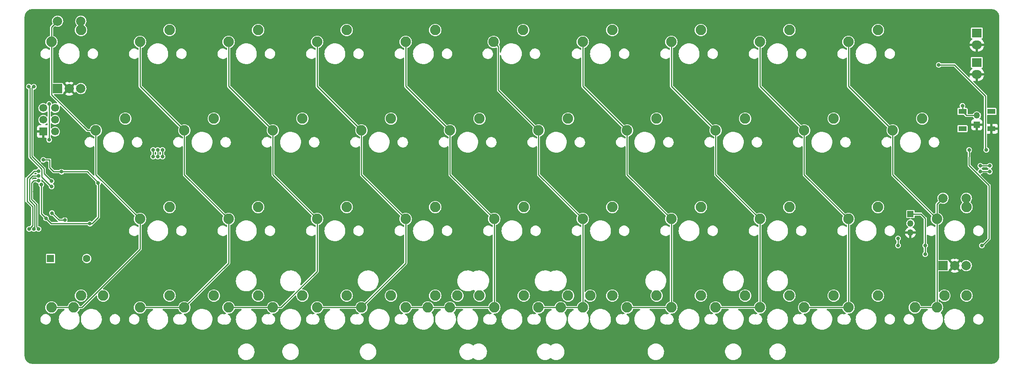
<source format=gbr>
%TF.GenerationSoftware,KiCad,Pcbnew,(6.0.7)*%
%TF.CreationDate,2023-01-26T12:09:47+01:00*%
%TF.ProjectId,Didaktik multilayout,44696461-6b74-4696-9b20-6d756c74696c,rev?*%
%TF.SameCoordinates,Original*%
%TF.FileFunction,Copper,L1,Top*%
%TF.FilePolarity,Positive*%
%FSLAX46Y46*%
G04 Gerber Fmt 4.6, Leading zero omitted, Abs format (unit mm)*
G04 Created by KiCad (PCBNEW (6.0.7)) date 2023-01-26 12:09:47*
%MOMM*%
%LPD*%
G01*
G04 APERTURE LIST*
%TA.AperFunction,Profile*%
%ADD10C,0.150000*%
%TD*%
%TA.AperFunction,ComponentPad*%
%ADD11C,2.250000*%
%TD*%
%TA.AperFunction,ComponentPad*%
%ADD12O,2.159000X1.905000*%
%TD*%
%TA.AperFunction,ComponentPad*%
%ADD13R,2.159000X1.905000*%
%TD*%
%TA.AperFunction,ComponentPad*%
%ADD14R,1.600000X1.600000*%
%TD*%
%TA.AperFunction,ComponentPad*%
%ADD15C,1.600000*%
%TD*%
%TA.AperFunction,ComponentPad*%
%ADD16R,2.000000X2.000000*%
%TD*%
%TA.AperFunction,ComponentPad*%
%ADD17C,2.000000*%
%TD*%
%TA.AperFunction,SMDPad,CuDef*%
%ADD18R,1.800000X1.100000*%
%TD*%
%TA.AperFunction,ComponentPad*%
%ADD19R,1.350000X1.350000*%
%TD*%
%TA.AperFunction,ComponentPad*%
%ADD20O,1.350000X1.350000*%
%TD*%
%TA.AperFunction,ComponentPad*%
%ADD21C,1.700000*%
%TD*%
%TA.AperFunction,ComponentPad*%
%ADD22R,1.700000X1.700000*%
%TD*%
%TA.AperFunction,ViaPad*%
%ADD23C,0.800000*%
%TD*%
%TA.AperFunction,Conductor*%
%ADD24C,0.250000*%
%TD*%
G04 APERTURE END LIST*
D10*
X31750000Y-106362500D02*
G75*
G03*
X33337500Y-107950000I1587500J0D01*
G01*
X33337500Y-31750000D02*
X239712500Y-31750000D01*
X31750000Y-106362500D02*
X31750000Y-33337500D01*
X239712500Y-107950000D02*
G75*
G03*
X241300000Y-106362500I0J1587500D01*
G01*
X239712500Y-107950000D02*
X33337500Y-107950000D01*
X241300000Y-33337500D02*
G75*
G03*
X239712500Y-31750000I-1587500J0D01*
G01*
X33337500Y-31750000D02*
G75*
G03*
X31750000Y-33337500I0J-1587500D01*
G01*
X241300000Y-33337500D02*
X241300000Y-106362500D01*
D11*
%TO.P,SW33,1,1*%
%TO.N,COL2*%
X85090000Y-95885000D03*
%TO.P,SW33,2,2*%
%TO.N,Net-(D12-Pad2)*%
X91440000Y-93345000D03*
%TD*%
%TO.P,SW15,1,1*%
%TO.N,COL4*%
X123190000Y-57785000D03*
%TO.P,SW15,2,2*%
%TO.N,Net-(D18-Pad2)*%
X129540000Y-55245000D03*
%TD*%
%TO.P,SW36c1,1,1*%
%TO.N,COL4*%
X132715000Y-95885000D03*
%TO.P,SW36c1,2,2*%
%TO.N,Net-(D20-Pad2)*%
X139065000Y-93345000D03*
%TD*%
%TO.P,SW7,1,1*%
%TO.N,COL6*%
X151765000Y-38735000D03*
%TO.P,SW7,2,2*%
%TO.N,Net-(D26-Pad2)*%
X158115000Y-36195000D03*
%TD*%
%TO.P,SW27,1,1*%
%TO.N,COL6*%
X170815000Y-76835000D03*
%TO.P,SW27,2,2*%
%TO.N,Net-(D28-Pad2)*%
X177165000Y-74295000D03*
%TD*%
%TO.P,SW34b1,1,1*%
%TO.N,COL3*%
X104140000Y-95885000D03*
%TO.P,SW34b1,2,2*%
%TO.N,Net-(D16-Pad2)*%
X110490000Y-93345000D03*
%TD*%
%TO.P,SW14,1,1*%
%TO.N,COL3*%
X104140000Y-57785000D03*
%TO.P,SW14,2,2*%
%TO.N,Net-(D14-Pad2)*%
X110490000Y-55245000D03*
%TD*%
%TO.P,SW33a1,1,1*%
%TO.N,COL2*%
X75565000Y-95885000D03*
%TO.P,SW33a1,2,2*%
%TO.N,Net-(D12-Pad2)*%
X81915000Y-93345000D03*
%TD*%
%TO.P,SW9,1,1*%
%TO.N,COL8*%
X189865000Y-38735000D03*
%TO.P,SW9,2,2*%
%TO.N,Net-(D34-Pad2)*%
X196215000Y-36195000D03*
%TD*%
D12*
%TO.P,D42,1,K*%
%TO.N,GND*%
X236537500Y-45720000D03*
D13*
%TO.P,D42,2,A*%
%TO.N,Net-(D42-Pad2)*%
X236537500Y-43180000D03*
%TD*%
D11*
%TO.P,SW29,1,1*%
%TO.N,COL8*%
X208915000Y-76835000D03*
%TO.P,SW29,2,2*%
%TO.N,Net-(D36-Pad2)*%
X215265000Y-74295000D03*
%TD*%
%TO.P,SW8,1,1*%
%TO.N,COL7*%
X170815000Y-38735000D03*
%TO.P,SW8,2,2*%
%TO.N,Net-(D30-Pad2)*%
X177165000Y-36195000D03*
%TD*%
%TO.P,SW35b1,1,1*%
%TO.N,COL4*%
X113665000Y-95885000D03*
%TO.P,SW35b1,2,2*%
%TO.N,Net-(D20-Pad2)*%
X120015000Y-93345000D03*
%TD*%
%TO.P,SW2,1,1*%
%TO.N,COL1*%
X56515000Y-38735000D03*
%TO.P,SW2,2,2*%
%TO.N,Net-(D5-Pad2)*%
X62865000Y-36195000D03*
%TD*%
%TO.P,SW34,1,1*%
%TO.N,COL3*%
X104140000Y-95885000D03*
%TO.P,SW34,2,2*%
%TO.N,Net-(D16-Pad2)*%
X110490000Y-93345000D03*
%TD*%
%TO.P,SW24,1,1*%
%TO.N,COL3*%
X113665000Y-76835000D03*
%TO.P,SW24,2,2*%
%TO.N,Net-(D15-Pad2)*%
X120015000Y-74295000D03*
%TD*%
%TO.P,SW31,1,1*%
%TO.N,COL0*%
X42227500Y-95885000D03*
%TO.P,SW31,2,2*%
%TO.N,Net-(D4-Pad2)*%
X48577500Y-93345000D03*
%TD*%
%TO.P,SW37a1,1,1*%
%TO.N,COL6*%
X170815000Y-95885000D03*
%TO.P,SW37a1,2,2*%
%TO.N,Net-(D29-Pad2)*%
X177165000Y-93345000D03*
%TD*%
%TO.P,SW20,1,1*%
%TO.N,COL9*%
X218440000Y-57785000D03*
%TO.P,SW20,2,2*%
%TO.N,Net-(D39-Pad2)*%
X224790000Y-55245000D03*
%TD*%
%TO.P,SW5,1,1*%
%TO.N,COL4*%
X113665000Y-38735000D03*
%TO.P,SW5,2,2*%
%TO.N,Net-(D17-Pad2)*%
X120015000Y-36195000D03*
%TD*%
D14*
%TO.P,R5,1*%
%TO.N,SPEAKER*%
X37248000Y-85344000D03*
D15*
%TO.P,R5,2*%
%TO.N,Net-(Q1-Pad2)*%
X45048000Y-85344000D03*
%TD*%
D11*
%TO.P,SW40a1,1,1*%
%TO.N,COL9*%
X227965000Y-95885000D03*
%TO.P,SW40a1,2,2*%
%TO.N,Net-(D41-Pad2)*%
X234315000Y-93345000D03*
%TD*%
%TO.P,SW35,1,1*%
%TO.N,COL4*%
X123190000Y-95885000D03*
%TO.P,SW35,2,2*%
%TO.N,Net-(D20-Pad2)*%
X129540000Y-93345000D03*
%TD*%
%TO.P,SW31a1,1,1*%
%TO.N,COL0*%
X37465000Y-95885000D03*
%TO.P,SW31a1,2,2*%
%TO.N,Net-(D4-Pad2)*%
X43815000Y-93345000D03*
%TD*%
%TO.P,SW38,1,1*%
%TO.N,COL7*%
X180340000Y-95885000D03*
%TO.P,SW38,2,2*%
%TO.N,Net-(D33-Pad2)*%
X186690000Y-93345000D03*
%TD*%
%TO.P,SW12,1,1*%
%TO.N,COL1*%
X66040000Y-57785000D03*
%TO.P,SW12,2,2*%
%TO.N,Net-(D6-Pad2)*%
X72390000Y-55245000D03*
%TD*%
%TO.P,SW22,1,1*%
%TO.N,COL1*%
X75565000Y-76835000D03*
%TO.P,SW22,2,2*%
%TO.N,Net-(D7-Pad2)*%
X81915000Y-74295000D03*
%TD*%
%TO.P,SW36a1,1,1*%
%TO.N,COL5*%
X147002500Y-95885000D03*
%TO.P,SW36a1,2,2*%
%TO.N,Net-(D24-Pad2)*%
X153352500Y-93345000D03*
%TD*%
%TO.P,SW36b1,1,1*%
%TO.N,COL5*%
X151765000Y-95885000D03*
%TO.P,SW36b1,2,2*%
%TO.N,Net-(D24-Pad2)*%
X158115000Y-93345000D03*
%TD*%
%TO.P,SW10,1,1*%
%TO.N,COL9*%
X208915000Y-38735000D03*
%TO.P,SW10,2,2*%
%TO.N,Net-(D38-Pad2)*%
X215265000Y-36195000D03*
%TD*%
D12*
%TO.P,D43,1,K*%
%TO.N,GND*%
X236537500Y-39370000D03*
D13*
%TO.P,D43,2,A*%
%TO.N,Net-(D43-Pad2)*%
X236537500Y-36830000D03*
%TD*%
D11*
%TO.P,SW35c1,1,1*%
%TO.N,COL4*%
X132715000Y-95885000D03*
%TO.P,SW35c1,2,2*%
%TO.N,Net-(D20-Pad2)*%
X139065000Y-93345000D03*
%TD*%
%TO.P,SW6,1,1*%
%TO.N,COL5*%
X132588000Y-38735000D03*
%TO.P,SW6,2,2*%
%TO.N,Net-(D21-Pad2)*%
X138938000Y-36195000D03*
%TD*%
%TO.P,SW19,1,1*%
%TO.N,COL8*%
X199390000Y-57785000D03*
%TO.P,SW19,2,2*%
%TO.N,Net-(D35-Pad2)*%
X205740000Y-55245000D03*
%TD*%
%TO.P,SW3,1,1*%
%TO.N,COL2*%
X75565000Y-38735000D03*
%TO.P,SW3,2,2*%
%TO.N,Net-(D9-Pad2)*%
X81915000Y-36195000D03*
%TD*%
%TO.P,SW17,1,1*%
%TO.N,COL6*%
X161290000Y-57785000D03*
%TO.P,SW17,2,2*%
%TO.N,Net-(D27-Pad2)*%
X167640000Y-55245000D03*
%TD*%
%TO.P,SW39,1,1*%
%TO.N,COL8*%
X199390000Y-95885000D03*
%TO.P,SW39,2,2*%
%TO.N,Net-(D37-Pad2)*%
X205740000Y-93345000D03*
%TD*%
%TO.P,SW11,1,1*%
%TO.N,COL0*%
X46990000Y-57785000D03*
%TO.P,SW11,2,2*%
%TO.N,Net-(D2-Pad2)*%
X53340000Y-55245000D03*
%TD*%
%TO.P,SW21,1,1*%
%TO.N,COL0*%
X56515000Y-76835000D03*
%TO.P,SW21,2,2*%
%TO.N,Net-(D3-Pad2)*%
X62865000Y-74295000D03*
%TD*%
%TO.P,SW16,1,1*%
%TO.N,COL5*%
X142240000Y-57785000D03*
%TO.P,SW16,2,2*%
%TO.N,Net-(D22-Pad2)*%
X148590000Y-55245000D03*
%TD*%
%TO.P,SW18,1,1*%
%TO.N,COL7*%
X180340000Y-57785000D03*
%TO.P,SW18,2,2*%
%TO.N,Net-(D31-Pad2)*%
X186690000Y-55245000D03*
%TD*%
D16*
%TO.P,SW42,A,A*%
%TO.N,ROTARY_C*%
X229275000Y-86875000D03*
D17*
%TO.P,SW42,B,B*%
%TO.N,ROTARY_D*%
X234275000Y-86875000D03*
%TO.P,SW42,C,C*%
%TO.N,GND*%
X231775000Y-86875000D03*
%TO.P,SW42,S1,S1*%
%TO.N,Net-(D40-Pad2)*%
X234275000Y-72375000D03*
%TO.P,SW42,S2,S2*%
%TO.N,COL9*%
X229275000Y-72375000D03*
%TD*%
D11*
%TO.P,SW32a1,1,1*%
%TO.N,COL1*%
X56515000Y-95885000D03*
%TO.P,SW32a1,2,2*%
%TO.N,Net-(D8-Pad2)*%
X62865000Y-93345000D03*
%TD*%
%TO.P,SW37b1,1,1*%
%TO.N,COL6*%
X161290000Y-95885000D03*
%TO.P,SW37b1,2,2*%
%TO.N,Net-(D29-Pad2)*%
X167640000Y-93345000D03*
%TD*%
%TO.P,SW34a1,1,1*%
%TO.N,COL3*%
X94615000Y-95885000D03*
%TO.P,SW34a1,2,2*%
%TO.N,Net-(D16-Pad2)*%
X100965000Y-93345000D03*
%TD*%
%TO.P,SW36,1,1*%
%TO.N,COL5*%
X142240000Y-95885000D03*
%TO.P,SW36,2,2*%
%TO.N,Net-(D24-Pad2)*%
X148590000Y-93345000D03*
%TD*%
%TO.P,SW28,1,1*%
%TO.N,COL7*%
X189865000Y-76835000D03*
%TO.P,SW28,2,2*%
%TO.N,Net-(D32-Pad2)*%
X196215000Y-74295000D03*
%TD*%
%TO.P,SW1,1,1*%
%TO.N,COL0*%
X37465000Y-38735000D03*
%TO.P,SW1,2,2*%
%TO.N,Net-(D1-Pad2)*%
X43815000Y-36195000D03*
%TD*%
%TO.P,SW40,1,1*%
%TO.N,COL9*%
X223202500Y-95885000D03*
%TO.P,SW40,2,2*%
%TO.N,Net-(D41-Pad2)*%
X229552500Y-93345000D03*
%TD*%
D18*
%TO.P,SW_Reset1,1,1*%
%TO.N,GND*%
X239637500Y-57412500D03*
%TO.P,SW_Reset1,2,2*%
%TO.N,RESET*%
X233437500Y-53712500D03*
%TO.P,SW_Reset1,3*%
%TO.N,N/C*%
X239637500Y-53712500D03*
%TO.P,SW_Reset1,4*%
X233437500Y-57412500D03*
%TD*%
D11*
%TO.P,SW39a1,1,1*%
%TO.N,COL8*%
X208915000Y-95885000D03*
%TO.P,SW39a1,2,2*%
%TO.N,Net-(D37-Pad2)*%
X215265000Y-93345000D03*
%TD*%
%TO.P,SW37,1,1*%
%TO.N,COL6*%
X161290000Y-95885000D03*
%TO.P,SW37,2,2*%
%TO.N,Net-(D29-Pad2)*%
X167640000Y-93345000D03*
%TD*%
%TO.P,SW4,1,1*%
%TO.N,COL3*%
X94615000Y-38735000D03*
%TO.P,SW4,2,2*%
%TO.N,Net-(D13-Pad2)*%
X100965000Y-36195000D03*
%TD*%
%TO.P,SW35a1,1,1*%
%TO.N,COL4*%
X118427500Y-95885000D03*
%TO.P,SW35a1,2,2*%
%TO.N,Net-(D20-Pad2)*%
X124777500Y-93345000D03*
%TD*%
%TO.P,SW32,1,1*%
%TO.N,COL1*%
X66040000Y-95885000D03*
%TO.P,SW32,2,2*%
%TO.N,Net-(D8-Pad2)*%
X72390000Y-93345000D03*
%TD*%
%TO.P,SW26,1,1*%
%TO.N,COL5*%
X151765000Y-76835000D03*
%TO.P,SW26,2,2*%
%TO.N,Net-(D23-Pad2)*%
X158115000Y-74295000D03*
%TD*%
%TO.P,SW30,1,1*%
%TO.N,COL9*%
X227965000Y-76835000D03*
%TO.P,SW30,2,2*%
%TO.N,Net-(D40-Pad2)*%
X234315000Y-74295000D03*
%TD*%
%TO.P,SW38a1,1,1*%
%TO.N,COL7*%
X189865000Y-95885000D03*
%TO.P,SW38a1,2,2*%
%TO.N,Net-(D33-Pad2)*%
X196215000Y-93345000D03*
%TD*%
%TO.P,SW13,1,1*%
%TO.N,COL2*%
X85090000Y-57785000D03*
%TO.P,SW13,2,2*%
%TO.N,Net-(D10-Pad2)*%
X91440000Y-55245000D03*
%TD*%
D16*
%TO.P,SW41,A,A*%
%TO.N,ROTARY_A*%
X38775000Y-48775000D03*
D17*
%TO.P,SW41,B,B*%
%TO.N,ROTARY_B*%
X43775000Y-48775000D03*
%TO.P,SW41,C,C*%
%TO.N,GND*%
X41275000Y-48775000D03*
%TO.P,SW41,S1,S1*%
%TO.N,Net-(D1-Pad2)*%
X43775000Y-34275000D03*
%TO.P,SW41,S2,S2*%
%TO.N,COL0*%
X38775000Y-34275000D03*
%TD*%
D11*
%TO.P,SW25,1,1*%
%TO.N,COL4*%
X132715000Y-76835000D03*
%TO.P,SW25,2,2*%
%TO.N,Net-(D19-Pad2)*%
X139065000Y-74295000D03*
%TD*%
%TO.P,SW23,1,1*%
%TO.N,COL2*%
X94615000Y-76835000D03*
%TO.P,SW23,2,2*%
%TO.N,Net-(D11-Pad2)*%
X100965000Y-74295000D03*
%TD*%
D19*
%TO.P,J3,1,Pin_1*%
%TO.N,VCC*%
X222250000Y-75787500D03*
D20*
%TO.P,J3,2,Pin_2*%
%TO.N,RGB*%
X222250000Y-77787500D03*
%TO.P,J3,3,Pin_3*%
%TO.N,GND*%
X222250000Y-79787500D03*
%TD*%
D21*
%TO.P,J2,1,MISO*%
%TO.N,MISO*%
X38227000Y-52959000D03*
%TO.P,J2,2,VCC*%
%TO.N,+5V*%
X35687000Y-52959000D03*
%TO.P,J2,3,SCK*%
%TO.N,SCK*%
X38227000Y-55499000D03*
%TO.P,J2,4,MOSI*%
%TO.N,MOSI*%
X35687000Y-55499000D03*
%TO.P,J2,5,~{RST}*%
%TO.N,RESET*%
X38227000Y-58039000D03*
D22*
%TO.P,J2,6,GND*%
%TO.N,GND*%
X35687000Y-58039000D03*
%TD*%
D19*
%TO.P,SW_Reset2,1,1*%
%TO.N,GND*%
X236537500Y-56562500D03*
D20*
%TO.P,SW_Reset2,2,2*%
%TO.N,RESET*%
X236537500Y-54562500D03*
%TD*%
D23*
%TO.N,GND*%
X236537500Y-58651931D03*
%TO.N,MOSI*%
X60325000Y-61969401D03*
X60325000Y-63418401D03*
%TO.N,MISO*%
X61324503Y-63418401D03*
X61324503Y-61969401D03*
%TO.N,LED capslock*%
X237292652Y-66599500D03*
X239299500Y-66675000D03*
%TO.N,LED Power*%
X237280353Y-65405000D03*
X239299500Y-65405000D03*
%TO.N,GND*%
X41275000Y-47117000D03*
X239649000Y-58674000D03*
X35877500Y-78577250D03*
X49407299Y-68702701D03*
X49022000Y-75438000D03*
X35687000Y-59817000D03*
X231775000Y-85090000D03*
X232492031Y-36599980D03*
X236534647Y-41127157D03*
X33865500Y-70953717D03*
X33881233Y-72103618D03*
X44831000Y-79375000D03*
X228346000Y-47498000D03*
X236537500Y-47476835D03*
X224282000Y-79756000D03*
X42413052Y-89725122D03*
%TO.N,+5V*%
X35246463Y-69442014D03*
X45720000Y-77851000D03*
X36258500Y-76672250D03*
X35687000Y-64135000D03*
X47498500Y-69114000D03*
X39624000Y-66675000D03*
%TO.N,ROTARY_A*%
X33655000Y-48387000D03*
X37465000Y-68707000D03*
%TO.N,VCC*%
X225425000Y-84439500D03*
X234874569Y-61991086D03*
X225425000Y-82540500D03*
X237617000Y-82550000D03*
%TO.N,SCK*%
X59325523Y-63425536D03*
X59325497Y-61969401D03*
%TO.N,ROTARY_C*%
X34671000Y-67580497D03*
X33655000Y-78994000D03*
%TO.N,ROW0*%
X238584761Y-61957910D03*
X228346000Y-43688000D03*
%TO.N,RESET*%
X36957000Y-52098000D03*
X233437500Y-52462500D03*
X36957000Y-59817000D03*
%TO.N,ROTARY_B*%
X37496500Y-69850000D03*
X32601318Y-48371927D03*
%TO.N,ROTARY_D*%
X34654503Y-78994000D03*
X34671000Y-68580000D03*
%TO.N,RGB*%
X40312500Y-77090750D03*
X219583000Y-82540500D03*
X37554500Y-75569299D03*
X219583000Y-81019401D03*
%TO.N,SPEAKER*%
X34671000Y-66580994D03*
X32655497Y-78994000D03*
%TD*%
D24*
%TO.N,GND*%
X236537500Y-56562500D02*
X236537500Y-58651931D01*
%TO.N,RESET*%
X234287500Y-54562500D02*
X236537500Y-54562500D01*
X233437500Y-53712500D02*
X234287500Y-54562500D01*
%TO.N,COL0*%
X56515000Y-83356890D02*
X43986890Y-95885000D01*
X37465000Y-35585000D02*
X37465000Y-38735000D01*
X38775000Y-34275000D02*
X37465000Y-35585000D01*
X46990000Y-57785000D02*
X45135000Y-57785000D01*
X46990000Y-57785000D02*
X46990000Y-67310000D01*
X56515000Y-76835000D02*
X56515000Y-83356890D01*
X45135000Y-57785000D02*
X37450000Y-50100000D01*
X37450000Y-50100000D02*
X37450000Y-38750000D01*
X42227500Y-95885000D02*
X37465000Y-95885000D01*
X43986890Y-95885000D02*
X42227500Y-95885000D01*
X46990000Y-67310000D02*
X56515000Y-76835000D01*
X37450000Y-38750000D02*
X37465000Y-38735000D01*
%TO.N,COL1*%
X75565000Y-86360000D02*
X66040000Y-95885000D01*
X56515000Y-48260000D02*
X66040000Y-57785000D01*
X66040000Y-57785000D02*
X66040000Y-67310000D01*
X56515000Y-38735000D02*
X56515000Y-48260000D01*
X66040000Y-67310000D02*
X75565000Y-76835000D01*
X66040000Y-95885000D02*
X56515000Y-95885000D01*
X75565000Y-76835000D02*
X75565000Y-86360000D01*
%TO.N,COL3*%
X104140000Y-95885000D02*
X94615000Y-95885000D01*
X113665000Y-86360000D02*
X104140000Y-95885000D01*
X94615000Y-38735000D02*
X94615000Y-48260000D01*
X104140000Y-67310000D02*
X113665000Y-76835000D01*
X94615000Y-48260000D02*
X104140000Y-57785000D01*
X113665000Y-76835000D02*
X113665000Y-86360000D01*
X104140000Y-57785000D02*
X104140000Y-67310000D01*
%TO.N,COL4*%
X123190000Y-67310000D02*
X132715000Y-76835000D01*
X113665000Y-38735000D02*
X113665000Y-48260000D01*
X132715000Y-95885000D02*
X123190000Y-95885000D01*
X132715000Y-76835000D02*
X132715000Y-95885000D01*
X113665000Y-48260000D02*
X123190000Y-57785000D01*
X118427500Y-95885000D02*
X113665000Y-95885000D01*
X123190000Y-95885000D02*
X118427500Y-95885000D01*
X123190000Y-57785000D02*
X123190000Y-67310000D01*
%TO.N,MOSI*%
X60325000Y-61969401D02*
X60325000Y-63418401D01*
%TO.N,MISO*%
X61324503Y-61969401D02*
X61324503Y-63418401D01*
%TO.N,LED capslock*%
X239224000Y-66599500D02*
X239299500Y-66675000D01*
X237292652Y-66599500D02*
X239224000Y-66599500D01*
%TO.N,LED Power*%
X237280353Y-65405000D02*
X239299500Y-65405000D01*
%TO.N,GND*%
X239637500Y-57412500D02*
X239637500Y-58662500D01*
X239637500Y-58662500D02*
X239649000Y-58674000D01*
%TO.N,+5V*%
X35242500Y-69445977D02*
X35246463Y-69442014D01*
X46164500Y-77815250D02*
X47561500Y-76418250D01*
X45148500Y-66639250D02*
X47561500Y-69052250D01*
X37937250Y-66639250D02*
X45148500Y-66639250D01*
X47498500Y-69114000D02*
X47499750Y-69114000D01*
X47499750Y-69114000D02*
X47561500Y-69052250D01*
X35242500Y-75656250D02*
X35242500Y-69445977D01*
X37084000Y-65786000D02*
X37937250Y-66639250D01*
X45402500Y-77815250D02*
X46164500Y-77815250D01*
X37401500Y-77815250D02*
X46164500Y-77815250D01*
X47561500Y-76418250D02*
X47561500Y-69052250D01*
X37084000Y-64135000D02*
X37084000Y-65786000D01*
X35687000Y-64135000D02*
X37084000Y-64135000D01*
X35242500Y-75656250D02*
X37401500Y-77815250D01*
%TO.N,ROTARY_A*%
X35846000Y-67088000D02*
X37465000Y-68707000D01*
X33274000Y-63371604D02*
X35846000Y-65943604D01*
X33274000Y-48641000D02*
X33274000Y-63371604D01*
X33655000Y-48387000D02*
X33528000Y-48387000D01*
X35846000Y-65943604D02*
X35846000Y-67088000D01*
X33528000Y-48387000D02*
X33274000Y-48641000D01*
%TO.N,COL5*%
X151765000Y-95885000D02*
X147002500Y-95885000D01*
X133603535Y-39750535D02*
X133603535Y-49148535D01*
X142240000Y-67310000D02*
X151765000Y-76835000D01*
X142240000Y-57785000D02*
X142240000Y-67310000D01*
X133603535Y-49148535D02*
X142240000Y-57785000D01*
X151765000Y-76835000D02*
X151765000Y-95885000D01*
X132588000Y-38735000D02*
X133603535Y-39750535D01*
X147002500Y-95885000D02*
X142240000Y-95885000D01*
%TO.N,COL6*%
X151765000Y-48260000D02*
X161290000Y-57785000D01*
X151765000Y-38735000D02*
X151765000Y-48260000D01*
X161290000Y-67310000D02*
X170815000Y-76835000D01*
X170815000Y-76835000D02*
X170815000Y-95885000D01*
X161290000Y-57785000D02*
X161290000Y-67310000D01*
X170815000Y-95885000D02*
X161290000Y-95885000D01*
%TO.N,VCC*%
X225425000Y-76708000D02*
X225425000Y-82540500D01*
X222250000Y-75787500D02*
X224504500Y-75787500D01*
X234868223Y-65323223D02*
X234868223Y-63462500D01*
X234874569Y-61991086D02*
X234874569Y-63456154D01*
X237617000Y-82550000D02*
X237723500Y-82550000D01*
X239140535Y-69595535D02*
X234868223Y-65323223D01*
X239140535Y-81132965D02*
X239140535Y-69595535D01*
X237723500Y-82550000D02*
X239140535Y-81132965D01*
X225425000Y-82540500D02*
X225425000Y-84439500D01*
X224504500Y-75787500D02*
X225425000Y-76708000D01*
X234874569Y-63456154D02*
X234868223Y-63462500D01*
%TO.N,SCK*%
X59325497Y-61969401D02*
X59325497Y-63425510D01*
X59325497Y-63425510D02*
X59325523Y-63425536D01*
%TO.N,ROTARY_C*%
X33219396Y-73351396D02*
X33840000Y-73972000D01*
X33840000Y-73972000D02*
X33840000Y-78809000D01*
X32700104Y-72846500D02*
X33205000Y-73351396D01*
X34671000Y-67580497D02*
X33384503Y-67580497D01*
X33384503Y-67580497D02*
X32690500Y-68274500D01*
X33205000Y-73351396D02*
X33219396Y-73351396D01*
X33840000Y-78809000D02*
X33655000Y-78994000D01*
X32690500Y-68274500D02*
X32690500Y-72846500D01*
%TO.N,COL7*%
X189865000Y-95885000D02*
X180340000Y-95885000D01*
X170815000Y-38735000D02*
X170815000Y-48260000D01*
X180340000Y-67310000D02*
X189865000Y-76835000D01*
X189865000Y-76835000D02*
X189865000Y-95885000D01*
X170815000Y-48260000D02*
X180340000Y-57785000D01*
X180340000Y-57785000D02*
X180340000Y-67310000D01*
%TO.N,COL8*%
X199390000Y-57785000D02*
X199390000Y-67310000D01*
X189865000Y-48260000D02*
X199390000Y-57785000D01*
X189865000Y-38735000D02*
X189865000Y-48260000D01*
X199390000Y-67310000D02*
X208915000Y-76835000D01*
X208915000Y-95885000D02*
X199390000Y-95885000D01*
X208915000Y-76835000D02*
X208915000Y-95885000D01*
%TO.N,COL9*%
X227965000Y-76835000D02*
X227950000Y-76850000D01*
X227950000Y-95870000D02*
X227965000Y-95885000D01*
X227950000Y-76850000D02*
X227950000Y-95870000D01*
X229275000Y-72375000D02*
X227965000Y-73685000D01*
X208915000Y-38735000D02*
X208915000Y-48260000D01*
X227965000Y-95885000D02*
X223202500Y-95885000D01*
X218440000Y-67310000D02*
X227965000Y-76835000D01*
X227965000Y-73685000D02*
X227965000Y-76835000D01*
X218440000Y-57785000D02*
X218440000Y-67310000D01*
X208915000Y-48260000D02*
X218440000Y-57785000D01*
%TO.N,ROW0*%
X238571984Y-61970687D02*
X238584761Y-61957910D01*
X231723360Y-43688000D02*
X238412500Y-50377140D01*
X238412500Y-50377140D02*
X238412500Y-61785649D01*
X231521000Y-43688000D02*
X231723360Y-43688000D01*
X238412500Y-61785649D02*
X238584761Y-61957910D01*
X228346000Y-43688000D02*
X231521000Y-43688000D01*
%TO.N,RESET*%
X233437500Y-53712500D02*
X233437500Y-52462500D01*
X36957000Y-52098000D02*
X36957000Y-59817000D01*
%TO.N,COL2*%
X85090000Y-95885000D02*
X75565000Y-95885000D01*
X86849390Y-95885000D02*
X85090000Y-95885000D01*
X85090000Y-67310000D02*
X94615000Y-76835000D01*
X94615000Y-88119390D02*
X86849390Y-95885000D01*
X94615000Y-76835000D02*
X94615000Y-88119390D01*
X75565000Y-38735000D02*
X75565000Y-48260000D01*
X75565000Y-48260000D02*
X85090000Y-57785000D01*
X85090000Y-57785000D02*
X85090000Y-67310000D01*
%TO.N,ROTARY_B*%
X32601318Y-48371927D02*
X32586245Y-48387000D01*
X35396000Y-66130000D02*
X35396000Y-67818000D01*
X32528497Y-48387000D02*
X32803000Y-48661503D01*
X32803000Y-63537000D02*
X35396000Y-66130000D01*
X37428000Y-69850000D02*
X37496500Y-69850000D01*
X32586245Y-48387000D02*
X32528497Y-48387000D01*
X35396000Y-67818000D02*
X37428000Y-69850000D01*
X32803000Y-48661503D02*
X32803000Y-63537000D01*
%TO.N,ROTARY_D*%
X34290000Y-78613000D02*
X34654503Y-78977503D01*
X33655000Y-68580000D02*
X33140500Y-69094500D01*
X34671000Y-68580000D02*
X33655000Y-68580000D01*
X33140500Y-69094500D02*
X33140500Y-72650500D01*
X33655000Y-73095000D02*
X34290000Y-73730000D01*
X33655000Y-73095000D02*
X33147000Y-72644000D01*
X34654503Y-78977503D02*
X34654503Y-78994000D01*
X34290000Y-73730000D02*
X34290000Y-78613000D01*
%TO.N,RGB*%
X37554500Y-75569299D02*
X39075951Y-77090750D01*
X219583000Y-82540500D02*
X219583000Y-81019401D01*
X39075951Y-77090750D02*
X40312500Y-77090750D01*
%TO.N,SPEAKER*%
X33375604Y-74168000D02*
X33390000Y-74168000D01*
X32240500Y-73032896D02*
X33375604Y-74168000D01*
X33747610Y-66580994D02*
X32240500Y-68088104D01*
X34671000Y-66580994D02*
X33747610Y-66580994D01*
X33390000Y-78233695D02*
X32655497Y-78968197D01*
X32655497Y-78968197D02*
X32655497Y-78994000D01*
X33390000Y-74168000D02*
X33390000Y-78233695D01*
X32240500Y-68088104D02*
X32240500Y-73032896D01*
%TD*%
%TA.AperFunction,Conductor*%
%TO.N,GND*%
G36*
X239716989Y-31751321D02*
G01*
X239851237Y-31760923D01*
X239852133Y-31760990D01*
X239934231Y-31767451D01*
X239951129Y-31769943D01*
X240070846Y-31795986D01*
X240073477Y-31796587D01*
X240121668Y-31808156D01*
X240166837Y-31819001D01*
X240181454Y-31823464D01*
X240293750Y-31865349D01*
X240297934Y-31866995D01*
X240388984Y-31904708D01*
X240401153Y-31910530D01*
X240505443Y-31967477D01*
X240510892Y-31970631D01*
X240595730Y-32022620D01*
X240605405Y-32029185D01*
X240700150Y-32100111D01*
X240706470Y-32105167D01*
X240782415Y-32170029D01*
X240789680Y-32176746D01*
X240873254Y-32260320D01*
X240879971Y-32267585D01*
X240944833Y-32343530D01*
X240949889Y-32349850D01*
X241020815Y-32444595D01*
X241027380Y-32454270D01*
X241079369Y-32539108D01*
X241082523Y-32544557D01*
X241139470Y-32648847D01*
X241145292Y-32661016D01*
X241183005Y-32752066D01*
X241184651Y-32756250D01*
X241226536Y-32868546D01*
X241231000Y-32883165D01*
X241253413Y-32976523D01*
X241254014Y-32979154D01*
X241280057Y-33098871D01*
X241282549Y-33115769D01*
X241289010Y-33197867D01*
X241289077Y-33198763D01*
X241298679Y-33333011D01*
X241299000Y-33342000D01*
X241299000Y-106358000D01*
X241298679Y-106366989D01*
X241289077Y-106501237D01*
X241289010Y-106502133D01*
X241282549Y-106584231D01*
X241280057Y-106601129D01*
X241254014Y-106720846D01*
X241253413Y-106723477D01*
X241231000Y-106816835D01*
X241226536Y-106831454D01*
X241184651Y-106943750D01*
X241183005Y-106947934D01*
X241145292Y-107038984D01*
X241139470Y-107051153D01*
X241082523Y-107155443D01*
X241079369Y-107160892D01*
X241027380Y-107245730D01*
X241020815Y-107255405D01*
X240949889Y-107350150D01*
X240944833Y-107356470D01*
X240879971Y-107432415D01*
X240873254Y-107439680D01*
X240789680Y-107523254D01*
X240782415Y-107529971D01*
X240706470Y-107594833D01*
X240700150Y-107599889D01*
X240605405Y-107670815D01*
X240595730Y-107677380D01*
X240510892Y-107729369D01*
X240505443Y-107732523D01*
X240401153Y-107789470D01*
X240388984Y-107795292D01*
X240297934Y-107833005D01*
X240293750Y-107834651D01*
X240181454Y-107876536D01*
X240166837Y-107880999D01*
X240121668Y-107891844D01*
X240073477Y-107903413D01*
X240070846Y-107904014D01*
X239951129Y-107930057D01*
X239934231Y-107932549D01*
X239852133Y-107939010D01*
X239851237Y-107939077D01*
X239716989Y-107948679D01*
X239708000Y-107949000D01*
X33342000Y-107949000D01*
X33333011Y-107948679D01*
X33198763Y-107939077D01*
X33197867Y-107939010D01*
X33115769Y-107932549D01*
X33098871Y-107930057D01*
X32979154Y-107904014D01*
X32976523Y-107903413D01*
X32928332Y-107891844D01*
X32883163Y-107880999D01*
X32868546Y-107876536D01*
X32756250Y-107834651D01*
X32752066Y-107833005D01*
X32661016Y-107795292D01*
X32648847Y-107789470D01*
X32544557Y-107732523D01*
X32539108Y-107729369D01*
X32454270Y-107677380D01*
X32444595Y-107670815D01*
X32349850Y-107599889D01*
X32343530Y-107594833D01*
X32267585Y-107529971D01*
X32260320Y-107523254D01*
X32176746Y-107439680D01*
X32170029Y-107432415D01*
X32105167Y-107356470D01*
X32100111Y-107350150D01*
X32029185Y-107255405D01*
X32022620Y-107245730D01*
X31970631Y-107160892D01*
X31967477Y-107155443D01*
X31910530Y-107051153D01*
X31904708Y-107038984D01*
X31866995Y-106947934D01*
X31865349Y-106943750D01*
X31823464Y-106831454D01*
X31819000Y-106816835D01*
X31796587Y-106723477D01*
X31795986Y-106720846D01*
X31769943Y-106601129D01*
X31767451Y-106584231D01*
X31760990Y-106502133D01*
X31760923Y-106501237D01*
X31751321Y-106366989D01*
X31751000Y-106358000D01*
X31751000Y-105518634D01*
X77598843Y-105518634D01*
X77634410Y-105779974D01*
X77708214Y-106033186D01*
X77818635Y-106272707D01*
X77821198Y-106276616D01*
X77960681Y-106489363D01*
X77960685Y-106489368D01*
X77963247Y-106493276D01*
X78138872Y-106690048D01*
X78341653Y-106858699D01*
X78389236Y-106887573D01*
X78563138Y-106993100D01*
X78563143Y-106993102D01*
X78567135Y-106995525D01*
X78810364Y-107097519D01*
X79065997Y-107162442D01*
X79250076Y-107180977D01*
X79281920Y-107184184D01*
X79281921Y-107184184D01*
X79285059Y-107184500D01*
X79441960Y-107184500D01*
X79444285Y-107184327D01*
X79444291Y-107184327D01*
X79633371Y-107170276D01*
X79633375Y-107170275D01*
X79638023Y-107169930D01*
X79642571Y-107168901D01*
X79642577Y-107168900D01*
X79830606Y-107126353D01*
X79895268Y-107111721D01*
X79931789Y-107097519D01*
X80136726Y-107017824D01*
X80136729Y-107017822D01*
X80141084Y-107016129D01*
X80145138Y-107013812D01*
X80145142Y-107013810D01*
X80267720Y-106943750D01*
X80370070Y-106885252D01*
X80577197Y-106721967D01*
X80757913Y-106529861D01*
X80760579Y-106526018D01*
X80905586Y-106316990D01*
X80905589Y-106316985D01*
X80908248Y-106313152D01*
X81024901Y-106076603D01*
X81105309Y-105825410D01*
X81147705Y-105565092D01*
X81148313Y-105518634D01*
X87123843Y-105518634D01*
X87159410Y-105779974D01*
X87233214Y-106033186D01*
X87343635Y-106272707D01*
X87346198Y-106276616D01*
X87485681Y-106489363D01*
X87485685Y-106489368D01*
X87488247Y-106493276D01*
X87663872Y-106690048D01*
X87866653Y-106858699D01*
X87914236Y-106887573D01*
X88088138Y-106993100D01*
X88088143Y-106993102D01*
X88092135Y-106995525D01*
X88335364Y-107097519D01*
X88590997Y-107162442D01*
X88775076Y-107180977D01*
X88806920Y-107184184D01*
X88806921Y-107184184D01*
X88810059Y-107184500D01*
X88966960Y-107184500D01*
X88969285Y-107184327D01*
X88969291Y-107184327D01*
X89158371Y-107170276D01*
X89158375Y-107170275D01*
X89163023Y-107169930D01*
X89167571Y-107168901D01*
X89167577Y-107168900D01*
X89355606Y-107126353D01*
X89420268Y-107111721D01*
X89456789Y-107097519D01*
X89661726Y-107017824D01*
X89661729Y-107017822D01*
X89666084Y-107016129D01*
X89670138Y-107013812D01*
X89670142Y-107013810D01*
X89792720Y-106943750D01*
X89895070Y-106885252D01*
X90102197Y-106721967D01*
X90282913Y-106529861D01*
X90285579Y-106526018D01*
X90430586Y-106316990D01*
X90430589Y-106316985D01*
X90433248Y-106313152D01*
X90549901Y-106076603D01*
X90630309Y-105825410D01*
X90672705Y-105565092D01*
X90673313Y-105518634D01*
X103792593Y-105518634D01*
X103828160Y-105779974D01*
X103901964Y-106033186D01*
X104012385Y-106272707D01*
X104014948Y-106276616D01*
X104154431Y-106489363D01*
X104154435Y-106489368D01*
X104156997Y-106493276D01*
X104332622Y-106690048D01*
X104535403Y-106858699D01*
X104582986Y-106887573D01*
X104756888Y-106993100D01*
X104756893Y-106993102D01*
X104760885Y-106995525D01*
X105004114Y-107097519D01*
X105259747Y-107162442D01*
X105443826Y-107180977D01*
X105475670Y-107184184D01*
X105475671Y-107184184D01*
X105478809Y-107184500D01*
X105635710Y-107184500D01*
X105638035Y-107184327D01*
X105638041Y-107184327D01*
X105827121Y-107170276D01*
X105827125Y-107170275D01*
X105831773Y-107169930D01*
X105836321Y-107168901D01*
X105836327Y-107168900D01*
X106024356Y-107126353D01*
X106089018Y-107111721D01*
X106125539Y-107097519D01*
X106330476Y-107017824D01*
X106330479Y-107017822D01*
X106334834Y-107016129D01*
X106338888Y-107013812D01*
X106338892Y-107013810D01*
X106461470Y-106943750D01*
X106563820Y-106885252D01*
X106770947Y-106721967D01*
X106951663Y-106529861D01*
X106954329Y-106526018D01*
X107099336Y-106316990D01*
X107099339Y-106316985D01*
X107101998Y-106313152D01*
X107218651Y-106076603D01*
X107299059Y-105825410D01*
X107341455Y-105565092D01*
X107342063Y-105518634D01*
X125223843Y-105518634D01*
X125259410Y-105779974D01*
X125333214Y-106033186D01*
X125443635Y-106272707D01*
X125446198Y-106276616D01*
X125585681Y-106489363D01*
X125585685Y-106489368D01*
X125588247Y-106493276D01*
X125763872Y-106690048D01*
X125966653Y-106858699D01*
X126014236Y-106887573D01*
X126188138Y-106993100D01*
X126188143Y-106993102D01*
X126192135Y-106995525D01*
X126435364Y-107097519D01*
X126690997Y-107162442D01*
X126875076Y-107180977D01*
X126906920Y-107184184D01*
X126906921Y-107184184D01*
X126910059Y-107184500D01*
X127066960Y-107184500D01*
X127069285Y-107184327D01*
X127069291Y-107184327D01*
X127258371Y-107170276D01*
X127258375Y-107170275D01*
X127263023Y-107169930D01*
X127267571Y-107168901D01*
X127267577Y-107168900D01*
X127455606Y-107126353D01*
X127520268Y-107111721D01*
X127556789Y-107097519D01*
X127761726Y-107017824D01*
X127761729Y-107017822D01*
X127766084Y-107016129D01*
X127770138Y-107013812D01*
X127770142Y-107013810D01*
X127991009Y-106887573D01*
X127991008Y-106887573D01*
X127995070Y-106885252D01*
X128112473Y-106792700D01*
X128178350Y-106766236D01*
X128248080Y-106779589D01*
X128271045Y-106794777D01*
X128347903Y-106858699D01*
X128395486Y-106887573D01*
X128569388Y-106993100D01*
X128569393Y-106993102D01*
X128573385Y-106995525D01*
X128816614Y-107097519D01*
X129072247Y-107162442D01*
X129256326Y-107180977D01*
X129288170Y-107184184D01*
X129288171Y-107184184D01*
X129291309Y-107184500D01*
X129448210Y-107184500D01*
X129450535Y-107184327D01*
X129450541Y-107184327D01*
X129639621Y-107170276D01*
X129639625Y-107170275D01*
X129644273Y-107169930D01*
X129648821Y-107168901D01*
X129648827Y-107168900D01*
X129836856Y-107126353D01*
X129901518Y-107111721D01*
X129938039Y-107097519D01*
X130142976Y-107017824D01*
X130142979Y-107017822D01*
X130147334Y-107016129D01*
X130151388Y-107013812D01*
X130151392Y-107013810D01*
X130273970Y-106943750D01*
X130376320Y-106885252D01*
X130583447Y-106721967D01*
X130764163Y-106529861D01*
X130766829Y-106526018D01*
X130911836Y-106316990D01*
X130911839Y-106316985D01*
X130914498Y-106313152D01*
X131031151Y-106076603D01*
X131111559Y-105825410D01*
X131153955Y-105565092D01*
X131154563Y-105518634D01*
X141892593Y-105518634D01*
X141928160Y-105779974D01*
X142001964Y-106033186D01*
X142112385Y-106272707D01*
X142114948Y-106276616D01*
X142254431Y-106489363D01*
X142254435Y-106489368D01*
X142256997Y-106493276D01*
X142432622Y-106690048D01*
X142635403Y-106858699D01*
X142682986Y-106887573D01*
X142856888Y-106993100D01*
X142856893Y-106993102D01*
X142860885Y-106995525D01*
X143104114Y-107097519D01*
X143359747Y-107162442D01*
X143543826Y-107180977D01*
X143575670Y-107184184D01*
X143575671Y-107184184D01*
X143578809Y-107184500D01*
X143735710Y-107184500D01*
X143738035Y-107184327D01*
X143738041Y-107184327D01*
X143927121Y-107170276D01*
X143927125Y-107170275D01*
X143931773Y-107169930D01*
X143936321Y-107168901D01*
X143936327Y-107168900D01*
X144124356Y-107126353D01*
X144189018Y-107111721D01*
X144225539Y-107097519D01*
X144430476Y-107017824D01*
X144430479Y-107017822D01*
X144434834Y-107016129D01*
X144438888Y-107013812D01*
X144438892Y-107013810D01*
X144659759Y-106887573D01*
X144659758Y-106887573D01*
X144663820Y-106885252D01*
X144781223Y-106792700D01*
X144847100Y-106766236D01*
X144916830Y-106779589D01*
X144939795Y-106794777D01*
X145016653Y-106858699D01*
X145064236Y-106887573D01*
X145238138Y-106993100D01*
X145238143Y-106993102D01*
X145242135Y-106995525D01*
X145485364Y-107097519D01*
X145740997Y-107162442D01*
X145925076Y-107180977D01*
X145956920Y-107184184D01*
X145956921Y-107184184D01*
X145960059Y-107184500D01*
X146116960Y-107184500D01*
X146119285Y-107184327D01*
X146119291Y-107184327D01*
X146308371Y-107170276D01*
X146308375Y-107170275D01*
X146313023Y-107169930D01*
X146317571Y-107168901D01*
X146317577Y-107168900D01*
X146505606Y-107126353D01*
X146570268Y-107111721D01*
X146606789Y-107097519D01*
X146811726Y-107017824D01*
X146811729Y-107017822D01*
X146816084Y-107016129D01*
X146820138Y-107013812D01*
X146820142Y-107013810D01*
X146942720Y-106943750D01*
X147045070Y-106885252D01*
X147252197Y-106721967D01*
X147432913Y-106529861D01*
X147435579Y-106526018D01*
X147580586Y-106316990D01*
X147580589Y-106316985D01*
X147583248Y-106313152D01*
X147699901Y-106076603D01*
X147780309Y-105825410D01*
X147822705Y-105565092D01*
X147823313Y-105518634D01*
X165705093Y-105518634D01*
X165740660Y-105779974D01*
X165814464Y-106033186D01*
X165924885Y-106272707D01*
X165927448Y-106276616D01*
X166066931Y-106489363D01*
X166066935Y-106489368D01*
X166069497Y-106493276D01*
X166245122Y-106690048D01*
X166447903Y-106858699D01*
X166495486Y-106887573D01*
X166669388Y-106993100D01*
X166669393Y-106993102D01*
X166673385Y-106995525D01*
X166916614Y-107097519D01*
X167172247Y-107162442D01*
X167356326Y-107180977D01*
X167388170Y-107184184D01*
X167388171Y-107184184D01*
X167391309Y-107184500D01*
X167548210Y-107184500D01*
X167550535Y-107184327D01*
X167550541Y-107184327D01*
X167739621Y-107170276D01*
X167739625Y-107170275D01*
X167744273Y-107169930D01*
X167748821Y-107168901D01*
X167748827Y-107168900D01*
X167936856Y-107126353D01*
X168001518Y-107111721D01*
X168038039Y-107097519D01*
X168242976Y-107017824D01*
X168242979Y-107017822D01*
X168247334Y-107016129D01*
X168251388Y-107013812D01*
X168251392Y-107013810D01*
X168373970Y-106943750D01*
X168476320Y-106885252D01*
X168683447Y-106721967D01*
X168864163Y-106529861D01*
X168866829Y-106526018D01*
X169011836Y-106316990D01*
X169011839Y-106316985D01*
X169014498Y-106313152D01*
X169131151Y-106076603D01*
X169211559Y-105825410D01*
X169253955Y-105565092D01*
X169254563Y-105518634D01*
X182373843Y-105518634D01*
X182409410Y-105779974D01*
X182483214Y-106033186D01*
X182593635Y-106272707D01*
X182596198Y-106276616D01*
X182735681Y-106489363D01*
X182735685Y-106489368D01*
X182738247Y-106493276D01*
X182913872Y-106690048D01*
X183116653Y-106858699D01*
X183164236Y-106887573D01*
X183338138Y-106993100D01*
X183338143Y-106993102D01*
X183342135Y-106995525D01*
X183585364Y-107097519D01*
X183840997Y-107162442D01*
X184025076Y-107180977D01*
X184056920Y-107184184D01*
X184056921Y-107184184D01*
X184060059Y-107184500D01*
X184216960Y-107184500D01*
X184219285Y-107184327D01*
X184219291Y-107184327D01*
X184408371Y-107170276D01*
X184408375Y-107170275D01*
X184413023Y-107169930D01*
X184417571Y-107168901D01*
X184417577Y-107168900D01*
X184605606Y-107126353D01*
X184670268Y-107111721D01*
X184706789Y-107097519D01*
X184911726Y-107017824D01*
X184911729Y-107017822D01*
X184916084Y-107016129D01*
X184920138Y-107013812D01*
X184920142Y-107013810D01*
X185042720Y-106943750D01*
X185145070Y-106885252D01*
X185352197Y-106721967D01*
X185532913Y-106529861D01*
X185535579Y-106526018D01*
X185680586Y-106316990D01*
X185680589Y-106316985D01*
X185683248Y-106313152D01*
X185799901Y-106076603D01*
X185880309Y-105825410D01*
X185922705Y-105565092D01*
X185923313Y-105518634D01*
X191898843Y-105518634D01*
X191934410Y-105779974D01*
X192008214Y-106033186D01*
X192118635Y-106272707D01*
X192121198Y-106276616D01*
X192260681Y-106489363D01*
X192260685Y-106489368D01*
X192263247Y-106493276D01*
X192438872Y-106690048D01*
X192641653Y-106858699D01*
X192689236Y-106887573D01*
X192863138Y-106993100D01*
X192863143Y-106993102D01*
X192867135Y-106995525D01*
X193110364Y-107097519D01*
X193365997Y-107162442D01*
X193550076Y-107180977D01*
X193581920Y-107184184D01*
X193581921Y-107184184D01*
X193585059Y-107184500D01*
X193741960Y-107184500D01*
X193744285Y-107184327D01*
X193744291Y-107184327D01*
X193933371Y-107170276D01*
X193933375Y-107170275D01*
X193938023Y-107169930D01*
X193942571Y-107168901D01*
X193942577Y-107168900D01*
X194130606Y-107126353D01*
X194195268Y-107111721D01*
X194231789Y-107097519D01*
X194436726Y-107017824D01*
X194436729Y-107017822D01*
X194441084Y-107016129D01*
X194445138Y-107013812D01*
X194445142Y-107013810D01*
X194567720Y-106943750D01*
X194670070Y-106885252D01*
X194877197Y-106721967D01*
X195057913Y-106529861D01*
X195060579Y-106526018D01*
X195205586Y-106316990D01*
X195205589Y-106316985D01*
X195208248Y-106313152D01*
X195324901Y-106076603D01*
X195405309Y-105825410D01*
X195447705Y-105565092D01*
X195451157Y-105301366D01*
X195415590Y-105040026D01*
X195341786Y-104786814D01*
X195231365Y-104547293D01*
X195199571Y-104498799D01*
X195089319Y-104330637D01*
X195089315Y-104330632D01*
X195086753Y-104326724D01*
X194911128Y-104129952D01*
X194708347Y-103961301D01*
X194595606Y-103892888D01*
X194486862Y-103826900D01*
X194486857Y-103826898D01*
X194482865Y-103824475D01*
X194239636Y-103722481D01*
X193984003Y-103657558D01*
X193799924Y-103639023D01*
X193768080Y-103635816D01*
X193768079Y-103635816D01*
X193764941Y-103635500D01*
X193608040Y-103635500D01*
X193605715Y-103635673D01*
X193605709Y-103635673D01*
X193416629Y-103649724D01*
X193416625Y-103649725D01*
X193411977Y-103650070D01*
X193407429Y-103651099D01*
X193407423Y-103651100D01*
X193219394Y-103693647D01*
X193154732Y-103708279D01*
X193150380Y-103709971D01*
X193150378Y-103709972D01*
X192913274Y-103802176D01*
X192913271Y-103802178D01*
X192908916Y-103803871D01*
X192904862Y-103806188D01*
X192904858Y-103806190D01*
X192813132Y-103858616D01*
X192679930Y-103934748D01*
X192472803Y-104098033D01*
X192292087Y-104290139D01*
X192141752Y-104506848D01*
X192025099Y-104743397D01*
X191944691Y-104994590D01*
X191902295Y-105254908D01*
X191898843Y-105518634D01*
X185923313Y-105518634D01*
X185926157Y-105301366D01*
X185890590Y-105040026D01*
X185816786Y-104786814D01*
X185706365Y-104547293D01*
X185674571Y-104498799D01*
X185564319Y-104330637D01*
X185564315Y-104330632D01*
X185561753Y-104326724D01*
X185386128Y-104129952D01*
X185183347Y-103961301D01*
X185070606Y-103892888D01*
X184961862Y-103826900D01*
X184961857Y-103826898D01*
X184957865Y-103824475D01*
X184714636Y-103722481D01*
X184459003Y-103657558D01*
X184274924Y-103639023D01*
X184243080Y-103635816D01*
X184243079Y-103635816D01*
X184239941Y-103635500D01*
X184083040Y-103635500D01*
X184080715Y-103635673D01*
X184080709Y-103635673D01*
X183891629Y-103649724D01*
X183891625Y-103649725D01*
X183886977Y-103650070D01*
X183882429Y-103651099D01*
X183882423Y-103651100D01*
X183694394Y-103693647D01*
X183629732Y-103708279D01*
X183625380Y-103709971D01*
X183625378Y-103709972D01*
X183388274Y-103802176D01*
X183388271Y-103802178D01*
X183383916Y-103803871D01*
X183379862Y-103806188D01*
X183379858Y-103806190D01*
X183288132Y-103858616D01*
X183154930Y-103934748D01*
X182947803Y-104098033D01*
X182767087Y-104290139D01*
X182616752Y-104506848D01*
X182500099Y-104743397D01*
X182419691Y-104994590D01*
X182377295Y-105254908D01*
X182373843Y-105518634D01*
X169254563Y-105518634D01*
X169257407Y-105301366D01*
X169221840Y-105040026D01*
X169148036Y-104786814D01*
X169037615Y-104547293D01*
X169005821Y-104498799D01*
X168895569Y-104330637D01*
X168895565Y-104330632D01*
X168893003Y-104326724D01*
X168717378Y-104129952D01*
X168514597Y-103961301D01*
X168401856Y-103892888D01*
X168293112Y-103826900D01*
X168293107Y-103826898D01*
X168289115Y-103824475D01*
X168045886Y-103722481D01*
X167790253Y-103657558D01*
X167606174Y-103639023D01*
X167574330Y-103635816D01*
X167574329Y-103635816D01*
X167571191Y-103635500D01*
X167414290Y-103635500D01*
X167411965Y-103635673D01*
X167411959Y-103635673D01*
X167222879Y-103649724D01*
X167222875Y-103649725D01*
X167218227Y-103650070D01*
X167213679Y-103651099D01*
X167213673Y-103651100D01*
X167025644Y-103693647D01*
X166960982Y-103708279D01*
X166956630Y-103709971D01*
X166956628Y-103709972D01*
X166719524Y-103802176D01*
X166719521Y-103802178D01*
X166715166Y-103803871D01*
X166711112Y-103806188D01*
X166711108Y-103806190D01*
X166619382Y-103858616D01*
X166486180Y-103934748D01*
X166279053Y-104098033D01*
X166098337Y-104290139D01*
X165948002Y-104506848D01*
X165831349Y-104743397D01*
X165750941Y-104994590D01*
X165708545Y-105254908D01*
X165705093Y-105518634D01*
X147823313Y-105518634D01*
X147826157Y-105301366D01*
X147790590Y-105040026D01*
X147716786Y-104786814D01*
X147606365Y-104547293D01*
X147574571Y-104498799D01*
X147464319Y-104330637D01*
X147464315Y-104330632D01*
X147461753Y-104326724D01*
X147286128Y-104129952D01*
X147083347Y-103961301D01*
X146970606Y-103892888D01*
X146861862Y-103826900D01*
X146861857Y-103826898D01*
X146857865Y-103824475D01*
X146614636Y-103722481D01*
X146359003Y-103657558D01*
X146174924Y-103639023D01*
X146143080Y-103635816D01*
X146143079Y-103635816D01*
X146139941Y-103635500D01*
X145983040Y-103635500D01*
X145980715Y-103635673D01*
X145980709Y-103635673D01*
X145791629Y-103649724D01*
X145791625Y-103649725D01*
X145786977Y-103650070D01*
X145782429Y-103651099D01*
X145782423Y-103651100D01*
X145594394Y-103693647D01*
X145529732Y-103708279D01*
X145525380Y-103709971D01*
X145525378Y-103709972D01*
X145288274Y-103802176D01*
X145288271Y-103802178D01*
X145283916Y-103803871D01*
X145279862Y-103806188D01*
X145279858Y-103806190D01*
X145093726Y-103912574D01*
X145054930Y-103934748D01*
X144937527Y-104027300D01*
X144871650Y-104053764D01*
X144801920Y-104040411D01*
X144778955Y-104025223D01*
X144705692Y-103964291D01*
X144705693Y-103964291D01*
X144702097Y-103961301D01*
X144589356Y-103892888D01*
X144480612Y-103826900D01*
X144480607Y-103826898D01*
X144476615Y-103824475D01*
X144233386Y-103722481D01*
X143977753Y-103657558D01*
X143793674Y-103639023D01*
X143761830Y-103635816D01*
X143761829Y-103635816D01*
X143758691Y-103635500D01*
X143601790Y-103635500D01*
X143599465Y-103635673D01*
X143599459Y-103635673D01*
X143410379Y-103649724D01*
X143410375Y-103649725D01*
X143405727Y-103650070D01*
X143401179Y-103651099D01*
X143401173Y-103651100D01*
X143213144Y-103693647D01*
X143148482Y-103708279D01*
X143144130Y-103709971D01*
X143144128Y-103709972D01*
X142907024Y-103802176D01*
X142907021Y-103802178D01*
X142902666Y-103803871D01*
X142898612Y-103806188D01*
X142898608Y-103806190D01*
X142806882Y-103858616D01*
X142673680Y-103934748D01*
X142466553Y-104098033D01*
X142285837Y-104290139D01*
X142135502Y-104506848D01*
X142018849Y-104743397D01*
X141938441Y-104994590D01*
X141896045Y-105254908D01*
X141892593Y-105518634D01*
X131154563Y-105518634D01*
X131157407Y-105301366D01*
X131121840Y-105040026D01*
X131048036Y-104786814D01*
X130937615Y-104547293D01*
X130905821Y-104498799D01*
X130795569Y-104330637D01*
X130795565Y-104330632D01*
X130793003Y-104326724D01*
X130617378Y-104129952D01*
X130414597Y-103961301D01*
X130301856Y-103892888D01*
X130193112Y-103826900D01*
X130193107Y-103826898D01*
X130189115Y-103824475D01*
X129945886Y-103722481D01*
X129690253Y-103657558D01*
X129506174Y-103639023D01*
X129474330Y-103635816D01*
X129474329Y-103635816D01*
X129471191Y-103635500D01*
X129314290Y-103635500D01*
X129311965Y-103635673D01*
X129311959Y-103635673D01*
X129122879Y-103649724D01*
X129122875Y-103649725D01*
X129118227Y-103650070D01*
X129113679Y-103651099D01*
X129113673Y-103651100D01*
X128925644Y-103693647D01*
X128860982Y-103708279D01*
X128856630Y-103709971D01*
X128856628Y-103709972D01*
X128619524Y-103802176D01*
X128619521Y-103802178D01*
X128615166Y-103803871D01*
X128611112Y-103806188D01*
X128611108Y-103806190D01*
X128424976Y-103912574D01*
X128386180Y-103934748D01*
X128268777Y-104027300D01*
X128202900Y-104053764D01*
X128133170Y-104040411D01*
X128110205Y-104025223D01*
X128036942Y-103964291D01*
X128036943Y-103964291D01*
X128033347Y-103961301D01*
X127920606Y-103892888D01*
X127811862Y-103826900D01*
X127811857Y-103826898D01*
X127807865Y-103824475D01*
X127564636Y-103722481D01*
X127309003Y-103657558D01*
X127124924Y-103639023D01*
X127093080Y-103635816D01*
X127093079Y-103635816D01*
X127089941Y-103635500D01*
X126933040Y-103635500D01*
X126930715Y-103635673D01*
X126930709Y-103635673D01*
X126741629Y-103649724D01*
X126741625Y-103649725D01*
X126736977Y-103650070D01*
X126732429Y-103651099D01*
X126732423Y-103651100D01*
X126544394Y-103693647D01*
X126479732Y-103708279D01*
X126475380Y-103709971D01*
X126475378Y-103709972D01*
X126238274Y-103802176D01*
X126238271Y-103802178D01*
X126233916Y-103803871D01*
X126229862Y-103806188D01*
X126229858Y-103806190D01*
X126138132Y-103858616D01*
X126004930Y-103934748D01*
X125797803Y-104098033D01*
X125617087Y-104290139D01*
X125466752Y-104506848D01*
X125350099Y-104743397D01*
X125269691Y-104994590D01*
X125227295Y-105254908D01*
X125223843Y-105518634D01*
X107342063Y-105518634D01*
X107344907Y-105301366D01*
X107309340Y-105040026D01*
X107235536Y-104786814D01*
X107125115Y-104547293D01*
X107093321Y-104498799D01*
X106983069Y-104330637D01*
X106983065Y-104330632D01*
X106980503Y-104326724D01*
X106804878Y-104129952D01*
X106602097Y-103961301D01*
X106489356Y-103892888D01*
X106380612Y-103826900D01*
X106380607Y-103826898D01*
X106376615Y-103824475D01*
X106133386Y-103722481D01*
X105877753Y-103657558D01*
X105693674Y-103639023D01*
X105661830Y-103635816D01*
X105661829Y-103635816D01*
X105658691Y-103635500D01*
X105501790Y-103635500D01*
X105499465Y-103635673D01*
X105499459Y-103635673D01*
X105310379Y-103649724D01*
X105310375Y-103649725D01*
X105305727Y-103650070D01*
X105301179Y-103651099D01*
X105301173Y-103651100D01*
X105113144Y-103693647D01*
X105048482Y-103708279D01*
X105044130Y-103709971D01*
X105044128Y-103709972D01*
X104807024Y-103802176D01*
X104807021Y-103802178D01*
X104802666Y-103803871D01*
X104798612Y-103806188D01*
X104798608Y-103806190D01*
X104706882Y-103858616D01*
X104573680Y-103934748D01*
X104366553Y-104098033D01*
X104185837Y-104290139D01*
X104035502Y-104506848D01*
X103918849Y-104743397D01*
X103838441Y-104994590D01*
X103796045Y-105254908D01*
X103792593Y-105518634D01*
X90673313Y-105518634D01*
X90676157Y-105301366D01*
X90640590Y-105040026D01*
X90566786Y-104786814D01*
X90456365Y-104547293D01*
X90424571Y-104498799D01*
X90314319Y-104330637D01*
X90314315Y-104330632D01*
X90311753Y-104326724D01*
X90136128Y-104129952D01*
X89933347Y-103961301D01*
X89820606Y-103892888D01*
X89711862Y-103826900D01*
X89711857Y-103826898D01*
X89707865Y-103824475D01*
X89464636Y-103722481D01*
X89209003Y-103657558D01*
X89024924Y-103639023D01*
X88993080Y-103635816D01*
X88993079Y-103635816D01*
X88989941Y-103635500D01*
X88833040Y-103635500D01*
X88830715Y-103635673D01*
X88830709Y-103635673D01*
X88641629Y-103649724D01*
X88641625Y-103649725D01*
X88636977Y-103650070D01*
X88632429Y-103651099D01*
X88632423Y-103651100D01*
X88444394Y-103693647D01*
X88379732Y-103708279D01*
X88375380Y-103709971D01*
X88375378Y-103709972D01*
X88138274Y-103802176D01*
X88138271Y-103802178D01*
X88133916Y-103803871D01*
X88129862Y-103806188D01*
X88129858Y-103806190D01*
X88038132Y-103858616D01*
X87904930Y-103934748D01*
X87697803Y-104098033D01*
X87517087Y-104290139D01*
X87366752Y-104506848D01*
X87250099Y-104743397D01*
X87169691Y-104994590D01*
X87127295Y-105254908D01*
X87123843Y-105518634D01*
X81148313Y-105518634D01*
X81151157Y-105301366D01*
X81115590Y-105040026D01*
X81041786Y-104786814D01*
X80931365Y-104547293D01*
X80899571Y-104498799D01*
X80789319Y-104330637D01*
X80789315Y-104330632D01*
X80786753Y-104326724D01*
X80611128Y-104129952D01*
X80408347Y-103961301D01*
X80295606Y-103892888D01*
X80186862Y-103826900D01*
X80186857Y-103826898D01*
X80182865Y-103824475D01*
X79939636Y-103722481D01*
X79684003Y-103657558D01*
X79499924Y-103639023D01*
X79468080Y-103635816D01*
X79468079Y-103635816D01*
X79464941Y-103635500D01*
X79308040Y-103635500D01*
X79305715Y-103635673D01*
X79305709Y-103635673D01*
X79116629Y-103649724D01*
X79116625Y-103649725D01*
X79111977Y-103650070D01*
X79107429Y-103651099D01*
X79107423Y-103651100D01*
X78919394Y-103693647D01*
X78854732Y-103708279D01*
X78850380Y-103709971D01*
X78850378Y-103709972D01*
X78613274Y-103802176D01*
X78613271Y-103802178D01*
X78608916Y-103803871D01*
X78604862Y-103806188D01*
X78604858Y-103806190D01*
X78513132Y-103858616D01*
X78379930Y-103934748D01*
X78172803Y-104098033D01*
X77992087Y-104290139D01*
X77841752Y-104506848D01*
X77725099Y-104743397D01*
X77644691Y-104994590D01*
X77602295Y-105254908D01*
X77598843Y-105518634D01*
X31751000Y-105518634D01*
X31751000Y-98369769D01*
X35065730Y-98369769D01*
X35075659Y-98584306D01*
X35125978Y-98793094D01*
X35128460Y-98798552D01*
X35128461Y-98798556D01*
X35174971Y-98900849D01*
X35214869Y-98988600D01*
X35339126Y-99163770D01*
X35343449Y-99167909D01*
X35343453Y-99167913D01*
X35432407Y-99253068D01*
X35494265Y-99312284D01*
X35674689Y-99428782D01*
X35873887Y-99509061D01*
X35978258Y-99529443D01*
X36080225Y-99549356D01*
X36080228Y-99549356D01*
X36084671Y-99550224D01*
X36090314Y-99550500D01*
X36248664Y-99550500D01*
X36408795Y-99535222D01*
X36414551Y-99533533D01*
X36414553Y-99533533D01*
X36505620Y-99506817D01*
X36614876Y-99474765D01*
X36620204Y-99472021D01*
X36800476Y-99379175D01*
X36800479Y-99379173D01*
X36805807Y-99376429D01*
X36974698Y-99243763D01*
X37115455Y-99081554D01*
X37223001Y-98895655D01*
X37293453Y-98692774D01*
X37308336Y-98590131D01*
X37323409Y-98486171D01*
X37323409Y-98486168D01*
X37324270Y-98480231D01*
X37314341Y-98265694D01*
X37291315Y-98170150D01*
X37265428Y-98062740D01*
X37264022Y-98056906D01*
X37217391Y-97954345D01*
X37183958Y-97880815D01*
X37175131Y-97861400D01*
X37050874Y-97686230D01*
X37046551Y-97682091D01*
X37046547Y-97682087D01*
X36900065Y-97541861D01*
X36900064Y-97541861D01*
X36895735Y-97537716D01*
X36715311Y-97421218D01*
X36516113Y-97340939D01*
X36382150Y-97314778D01*
X36309775Y-97300644D01*
X36309772Y-97300644D01*
X36305329Y-97299776D01*
X36299686Y-97299500D01*
X36141336Y-97299500D01*
X35981205Y-97314778D01*
X35975449Y-97316467D01*
X35975447Y-97316467D01*
X35917138Y-97333573D01*
X35775124Y-97375235D01*
X35769797Y-97377979D01*
X35769796Y-97377979D01*
X35589524Y-97470825D01*
X35589521Y-97470827D01*
X35584193Y-97473571D01*
X35415302Y-97606237D01*
X35274545Y-97768446D01*
X35166999Y-97954345D01*
X35096547Y-98157226D01*
X35095687Y-98163159D01*
X35095686Y-98163162D01*
X35066591Y-98363829D01*
X35065730Y-98369769D01*
X31751000Y-98369769D01*
X31751000Y-93345000D01*
X42484437Y-93345000D01*
X42504651Y-93576050D01*
X42564680Y-93800079D01*
X42567005Y-93805064D01*
X42660373Y-94005294D01*
X42660376Y-94005299D01*
X42662699Y-94010281D01*
X42665855Y-94014788D01*
X42665856Y-94014790D01*
X42770119Y-94163692D01*
X42795730Y-94200269D01*
X42959731Y-94364270D01*
X43149718Y-94497301D01*
X43154700Y-94499624D01*
X43154705Y-94499627D01*
X43198722Y-94520152D01*
X43359921Y-94595320D01*
X43583950Y-94655349D01*
X43815000Y-94675563D01*
X44046050Y-94655349D01*
X44270079Y-94595320D01*
X44431278Y-94520152D01*
X44475295Y-94499627D01*
X44475300Y-94499624D01*
X44480282Y-94497301D01*
X44670269Y-94364270D01*
X44834270Y-94200269D01*
X44859882Y-94163692D01*
X44964144Y-94014790D01*
X44964145Y-94014788D01*
X44967301Y-94010281D01*
X44969624Y-94005299D01*
X44969627Y-94005294D01*
X45062995Y-93805064D01*
X45065320Y-93800079D01*
X45125349Y-93576050D01*
X45145563Y-93345000D01*
X45125349Y-93113950D01*
X45065320Y-92889921D01*
X45019552Y-92791771D01*
X44969627Y-92684706D01*
X44969624Y-92684701D01*
X44967301Y-92679719D01*
X44893826Y-92574786D01*
X44837429Y-92494242D01*
X44837427Y-92494239D01*
X44834270Y-92489731D01*
X44670269Y-92325730D01*
X44648952Y-92310803D01*
X44553061Y-92243660D01*
X44480282Y-92192699D01*
X44475300Y-92190376D01*
X44475295Y-92190373D01*
X44368384Y-92140520D01*
X44270079Y-92094680D01*
X44046050Y-92034651D01*
X43815000Y-92014437D01*
X43583950Y-92034651D01*
X43359921Y-92094680D01*
X43261771Y-92140448D01*
X43154706Y-92190373D01*
X43154701Y-92190376D01*
X43149719Y-92192699D01*
X43145212Y-92195855D01*
X43145210Y-92195856D01*
X42964242Y-92322571D01*
X42964239Y-92322573D01*
X42959731Y-92325730D01*
X42795730Y-92489731D01*
X42792573Y-92494239D01*
X42792571Y-92494242D01*
X42736174Y-92574786D01*
X42662699Y-92679719D01*
X42660376Y-92684701D01*
X42660373Y-92684706D01*
X42610448Y-92791771D01*
X42564680Y-92889921D01*
X42504651Y-93113950D01*
X42484437Y-93345000D01*
X31751000Y-93345000D01*
X31751000Y-86163748D01*
X36247500Y-86163748D01*
X36259133Y-86222231D01*
X36303448Y-86288552D01*
X36369769Y-86332867D01*
X36381938Y-86335288D01*
X36381939Y-86335288D01*
X36422184Y-86343293D01*
X36428252Y-86344500D01*
X38067748Y-86344500D01*
X38073816Y-86343293D01*
X38114061Y-86335288D01*
X38114062Y-86335288D01*
X38126231Y-86332867D01*
X38192552Y-86288552D01*
X38236867Y-86222231D01*
X38248500Y-86163748D01*
X38248500Y-85329963D01*
X44042757Y-85329963D01*
X44059175Y-85525483D01*
X44113258Y-85714091D01*
X44116076Y-85719574D01*
X44200123Y-85883113D01*
X44200126Y-85883117D01*
X44202944Y-85888601D01*
X44324818Y-86042369D01*
X44329511Y-86046363D01*
X44329512Y-86046364D01*
X44460169Y-86157561D01*
X44474238Y-86169535D01*
X44479616Y-86172541D01*
X44479618Y-86172542D01*
X44515932Y-86192837D01*
X44645513Y-86265257D01*
X44832118Y-86325889D01*
X45026946Y-86349121D01*
X45033081Y-86348649D01*
X45033083Y-86348649D01*
X45216434Y-86334541D01*
X45216438Y-86334540D01*
X45222576Y-86334068D01*
X45411556Y-86281303D01*
X45586689Y-86192837D01*
X45616515Y-86169535D01*
X45736453Y-86075829D01*
X45741303Y-86072040D01*
X45764566Y-86045090D01*
X45865485Y-85928173D01*
X45865485Y-85928172D01*
X45869509Y-85923511D01*
X45883085Y-85899614D01*
X45963378Y-85758272D01*
X45966425Y-85752909D01*
X46028358Y-85566732D01*
X46052949Y-85372071D01*
X46053341Y-85344000D01*
X46034194Y-85148728D01*
X46032413Y-85142829D01*
X46032412Y-85142824D01*
X45979265Y-84966793D01*
X45977484Y-84960894D01*
X45885370Y-84787653D01*
X45761361Y-84635602D01*
X45610180Y-84510535D01*
X45437585Y-84417213D01*
X45343869Y-84388203D01*
X45256039Y-84361015D01*
X45256036Y-84361014D01*
X45250152Y-84359193D01*
X45244027Y-84358549D01*
X45244026Y-84358549D01*
X45061147Y-84339327D01*
X45061146Y-84339327D01*
X45055019Y-84338683D01*
X44932383Y-84349844D01*
X44865759Y-84355907D01*
X44865758Y-84355907D01*
X44859618Y-84356466D01*
X44853704Y-84358207D01*
X44853702Y-84358207D01*
X44736992Y-84392557D01*
X44671393Y-84411864D01*
X44665928Y-84414721D01*
X44502972Y-84499912D01*
X44502968Y-84499915D01*
X44497512Y-84502767D01*
X44492712Y-84506627D01*
X44492711Y-84506627D01*
X44478337Y-84518184D01*
X44344600Y-84625711D01*
X44218480Y-84776016D01*
X44215516Y-84781408D01*
X44215513Y-84781412D01*
X44136813Y-84924567D01*
X44123956Y-84947954D01*
X44064628Y-85134978D01*
X44042757Y-85329963D01*
X38248500Y-85329963D01*
X38248500Y-84524252D01*
X38244226Y-84502767D01*
X38239288Y-84477939D01*
X38239288Y-84477938D01*
X38236867Y-84465769D01*
X38192552Y-84399448D01*
X38126231Y-84355133D01*
X38114062Y-84352712D01*
X38114061Y-84352712D01*
X38073816Y-84344707D01*
X38067748Y-84343500D01*
X36428252Y-84343500D01*
X36422184Y-84344707D01*
X36381939Y-84352712D01*
X36381938Y-84352712D01*
X36369769Y-84355133D01*
X36303448Y-84399448D01*
X36259133Y-84465769D01*
X36256712Y-84477938D01*
X36256712Y-84477939D01*
X36251774Y-84502767D01*
X36247500Y-84524252D01*
X36247500Y-86163748D01*
X31751000Y-86163748D01*
X31751000Y-73306296D01*
X31771002Y-73238175D01*
X31824658Y-73191682D01*
X31894932Y-73181578D01*
X31959512Y-73211072D01*
X31973676Y-73228226D01*
X31974708Y-73227360D01*
X31981796Y-73235808D01*
X31987306Y-73245351D01*
X31995748Y-73252435D01*
X32016181Y-73269581D01*
X32024283Y-73277006D01*
X33027595Y-74280318D01*
X33061621Y-74342630D01*
X33064500Y-74369413D01*
X33064500Y-78046677D01*
X33044498Y-78114798D01*
X33027595Y-78135773D01*
X32805077Y-78358290D01*
X32742765Y-78392315D01*
X32699537Y-78394116D01*
X32655497Y-78388318D01*
X32498735Y-78408956D01*
X32352656Y-78469464D01*
X32320491Y-78494145D01*
X32245187Y-78551928D01*
X32227215Y-78565718D01*
X32130961Y-78691159D01*
X32070453Y-78837238D01*
X32049815Y-78994000D01*
X32070453Y-79150762D01*
X32130961Y-79296841D01*
X32227215Y-79422282D01*
X32233761Y-79427305D01*
X32263415Y-79450059D01*
X32352656Y-79518536D01*
X32498735Y-79579044D01*
X32655497Y-79599682D01*
X32663685Y-79598604D01*
X32804071Y-79580122D01*
X32812259Y-79579044D01*
X32958338Y-79518536D01*
X32964889Y-79513509D01*
X32964893Y-79513507D01*
X33078546Y-79426299D01*
X33144766Y-79400699D01*
X33214315Y-79414964D01*
X33231953Y-79426299D01*
X33352159Y-79518536D01*
X33498238Y-79579044D01*
X33655000Y-79599682D01*
X33663188Y-79598604D01*
X33803574Y-79580122D01*
X33811762Y-79579044D01*
X33957841Y-79518536D01*
X33964392Y-79513509D01*
X33964396Y-79513507D01*
X34078049Y-79426299D01*
X34144269Y-79400699D01*
X34213818Y-79414964D01*
X34231456Y-79426299D01*
X34351662Y-79518536D01*
X34497741Y-79579044D01*
X34654503Y-79599682D01*
X34662691Y-79598604D01*
X34803077Y-79580122D01*
X34811265Y-79579044D01*
X34957344Y-79518536D01*
X35046585Y-79450059D01*
X35076239Y-79427305D01*
X35082785Y-79422282D01*
X35179039Y-79296841D01*
X35239547Y-79150762D01*
X35260185Y-78994000D01*
X35239547Y-78837238D01*
X35179039Y-78691159D01*
X35082785Y-78565718D01*
X35064814Y-78551928D01*
X34989509Y-78494145D01*
X34957344Y-78469464D01*
X34811265Y-78408956D01*
X34774413Y-78404104D01*
X34725054Y-78397606D01*
X34660126Y-78368883D01*
X34621035Y-78309618D01*
X34615500Y-78272684D01*
X34615500Y-73749710D01*
X34615980Y-73738728D01*
X34618303Y-73712180D01*
X34618303Y-73712178D01*
X34619264Y-73701193D01*
X34609508Y-73664785D01*
X34607130Y-73654058D01*
X34605629Y-73645544D01*
X34600588Y-73616955D01*
X34595077Y-73607410D01*
X34593885Y-73604134D01*
X34592408Y-73600966D01*
X34589554Y-73590316D01*
X34567945Y-73559456D01*
X34562039Y-73550185D01*
X34548707Y-73527094D01*
X34543194Y-73517545D01*
X34514317Y-73493315D01*
X34506215Y-73485889D01*
X33903570Y-72883244D01*
X33899602Y-72878791D01*
X33899593Y-72878799D01*
X33895813Y-72874802D01*
X33892396Y-72870491D01*
X33881112Y-72860473D01*
X33875670Y-72855344D01*
X33865028Y-72844702D01*
X33860522Y-72841547D01*
X33856304Y-72838007D01*
X33856312Y-72837998D01*
X33851642Y-72834310D01*
X33508348Y-72529534D01*
X33470685Y-72469350D01*
X33466000Y-72435309D01*
X33466000Y-69281516D01*
X33486002Y-69213395D01*
X33502905Y-69192421D01*
X33752921Y-68942405D01*
X33815233Y-68908379D01*
X33842016Y-68905500D01*
X34101714Y-68905500D01*
X34169835Y-68925502D01*
X34201677Y-68954796D01*
X34242718Y-69008282D01*
X34249264Y-69013305D01*
X34278918Y-69036059D01*
X34368159Y-69104536D01*
X34514238Y-69165044D01*
X34549544Y-69169692D01*
X34614472Y-69198414D01*
X34653564Y-69257679D01*
X34658021Y-69311060D01*
X34649473Y-69375994D01*
X34640781Y-69442014D01*
X34661419Y-69598776D01*
X34721927Y-69744855D01*
X34726954Y-69751406D01*
X34796325Y-69841812D01*
X34818181Y-69870296D01*
X34824726Y-69875318D01*
X34867704Y-69908296D01*
X34909571Y-69965634D01*
X34917000Y-70008259D01*
X34917000Y-75636540D01*
X34916520Y-75647522D01*
X34913236Y-75685057D01*
X34916090Y-75695706D01*
X34922991Y-75721460D01*
X34925370Y-75732192D01*
X34931912Y-75769295D01*
X34937423Y-75778840D01*
X34938615Y-75782116D01*
X34940092Y-75785284D01*
X34942946Y-75795934D01*
X34964555Y-75826794D01*
X34970461Y-75836065D01*
X34983793Y-75859156D01*
X34989306Y-75868705D01*
X34997751Y-75875791D01*
X35018182Y-75892935D01*
X35026285Y-75900361D01*
X35625791Y-76499867D01*
X35659817Y-76562179D01*
X35661618Y-76605407D01*
X35652818Y-76672250D01*
X35673456Y-76829012D01*
X35733964Y-76975091D01*
X35830218Y-77100532D01*
X35955659Y-77196786D01*
X36101738Y-77257294D01*
X36109926Y-77258372D01*
X36161426Y-77265152D01*
X36258500Y-77277932D01*
X36325343Y-77269132D01*
X36395490Y-77280071D01*
X36430883Y-77304959D01*
X37157389Y-78031465D01*
X37164815Y-78039568D01*
X37189045Y-78068444D01*
X37198594Y-78073957D01*
X37221685Y-78087289D01*
X37230956Y-78093195D01*
X37261816Y-78114804D01*
X37272466Y-78117658D01*
X37275634Y-78119135D01*
X37278910Y-78120327D01*
X37288455Y-78125838D01*
X37322199Y-78131788D01*
X37325558Y-78132380D01*
X37336285Y-78134758D01*
X37372693Y-78144514D01*
X37383678Y-78143553D01*
X37383680Y-78143553D01*
X37410228Y-78141230D01*
X37421210Y-78140750D01*
X45123282Y-78140750D01*
X45191403Y-78160752D01*
X45223245Y-78190046D01*
X45268866Y-78249500D01*
X45291718Y-78279282D01*
X45417159Y-78375536D01*
X45563238Y-78436044D01*
X45720000Y-78456682D01*
X45728188Y-78455604D01*
X45868574Y-78437122D01*
X45876762Y-78436044D01*
X46022841Y-78375536D01*
X46148282Y-78279282D01*
X46153305Y-78272736D01*
X46153309Y-78272732D01*
X46241604Y-78157664D01*
X46278511Y-78125280D01*
X46279262Y-78124847D01*
X46289053Y-78119747D01*
X46293533Y-78117658D01*
X46304184Y-78114804D01*
X46335044Y-78093195D01*
X46344315Y-78087289D01*
X46367406Y-78073957D01*
X46376955Y-78068444D01*
X46401185Y-78039567D01*
X46408611Y-78031465D01*
X47777722Y-76662355D01*
X47785826Y-76654928D01*
X47790070Y-76651367D01*
X47814694Y-76630705D01*
X47820204Y-76621162D01*
X47820207Y-76621158D01*
X47833536Y-76598071D01*
X47839441Y-76588801D01*
X47854732Y-76566963D01*
X47861054Y-76557934D01*
X47863907Y-76547286D01*
X47865386Y-76544115D01*
X47866578Y-76540839D01*
X47872088Y-76531295D01*
X47878634Y-76494174D01*
X47881008Y-76483467D01*
X47890763Y-76447057D01*
X47887479Y-76409519D01*
X47887000Y-76398538D01*
X47887000Y-69632730D01*
X47907002Y-69564609D01*
X47922100Y-69545875D01*
X47926782Y-69542282D01*
X48023036Y-69416841D01*
X48083544Y-69270762D01*
X48088999Y-69229326D01*
X48097531Y-69164522D01*
X48126254Y-69099595D01*
X48185519Y-69060504D01*
X48256511Y-69059659D01*
X48311548Y-69091874D01*
X51870411Y-72650738D01*
X55308802Y-76089129D01*
X55342828Y-76151441D01*
X55337763Y-76222256D01*
X55333902Y-76231474D01*
X55264680Y-76379921D01*
X55204651Y-76603950D01*
X55184437Y-76835000D01*
X55204651Y-77066050D01*
X55264680Y-77290079D01*
X55295520Y-77356215D01*
X55360373Y-77495294D01*
X55360376Y-77495299D01*
X55362699Y-77500281D01*
X55365855Y-77504788D01*
X55365856Y-77504790D01*
X55440250Y-77611035D01*
X55495730Y-77690269D01*
X55659731Y-77854270D01*
X55849718Y-77987301D01*
X55854700Y-77989624D01*
X55854705Y-77989627D01*
X55936017Y-78027543D01*
X56059921Y-78085320D01*
X56065231Y-78086743D01*
X56065237Y-78086745D01*
X56096110Y-78095017D01*
X56156733Y-78131968D01*
X56187755Y-78195828D01*
X56189500Y-78216724D01*
X56189500Y-78426024D01*
X56169498Y-78494145D01*
X56115842Y-78540638D01*
X56045568Y-78550742D01*
X55976369Y-78517041D01*
X55950070Y-78491865D01*
X55950065Y-78491861D01*
X55945735Y-78487716D01*
X55765311Y-78371218D01*
X55566113Y-78290939D01*
X55432150Y-78264778D01*
X55359775Y-78250644D01*
X55359772Y-78250644D01*
X55355329Y-78249776D01*
X55349686Y-78249500D01*
X55191336Y-78249500D01*
X55031205Y-78264778D01*
X55025449Y-78266467D01*
X55025447Y-78266467D01*
X54964643Y-78284305D01*
X54825124Y-78325235D01*
X54819797Y-78327979D01*
X54819796Y-78327979D01*
X54639524Y-78420825D01*
X54639521Y-78420827D01*
X54634193Y-78423571D01*
X54465302Y-78556237D01*
X54461371Y-78560767D01*
X54461370Y-78560768D01*
X54423765Y-78604105D01*
X54324545Y-78718446D01*
X54216999Y-78904345D01*
X54146547Y-79107226D01*
X54145687Y-79113159D01*
X54145686Y-79113162D01*
X54116591Y-79313829D01*
X54115730Y-79319769D01*
X54125659Y-79534306D01*
X54175978Y-79743094D01*
X54178460Y-79748552D01*
X54178461Y-79748556D01*
X54224971Y-79850849D01*
X54264869Y-79938600D01*
X54389126Y-80113770D01*
X54393449Y-80117909D01*
X54393453Y-80117913D01*
X54537549Y-80255855D01*
X54544265Y-80262284D01*
X54724689Y-80378782D01*
X54923887Y-80459061D01*
X55028258Y-80479443D01*
X55130225Y-80499356D01*
X55130228Y-80499356D01*
X55134671Y-80500224D01*
X55140314Y-80500500D01*
X55298664Y-80500500D01*
X55458795Y-80485222D01*
X55464551Y-80483533D01*
X55464553Y-80483533D01*
X55560511Y-80455382D01*
X55664876Y-80424765D01*
X55686323Y-80413719D01*
X55850476Y-80329175D01*
X55850479Y-80329173D01*
X55855807Y-80326429D01*
X55985668Y-80224422D01*
X56051592Y-80198072D01*
X56121298Y-80211547D01*
X56172654Y-80260568D01*
X56189500Y-80323508D01*
X56189500Y-83169874D01*
X56169498Y-83237995D01*
X56152595Y-83258969D01*
X43888969Y-95522595D01*
X43826657Y-95556621D01*
X43799874Y-95559500D01*
X43609224Y-95559500D01*
X43541103Y-95539498D01*
X43494610Y-95485842D01*
X43487517Y-95466110D01*
X43479245Y-95435237D01*
X43479243Y-95435231D01*
X43477820Y-95429921D01*
X43432052Y-95331771D01*
X43382127Y-95224706D01*
X43382124Y-95224701D01*
X43379801Y-95219719D01*
X43246770Y-95029731D01*
X43082769Y-94865730D01*
X42892782Y-94732699D01*
X42887800Y-94730376D01*
X42887795Y-94730373D01*
X42727931Y-94655828D01*
X42682579Y-94634680D01*
X42458550Y-94574651D01*
X42227500Y-94554437D01*
X41996450Y-94574651D01*
X41772421Y-94634680D01*
X41685775Y-94675084D01*
X41567206Y-94730373D01*
X41567201Y-94730376D01*
X41562219Y-94732699D01*
X41557712Y-94735855D01*
X41557710Y-94735856D01*
X41376742Y-94862571D01*
X41376739Y-94862573D01*
X41372231Y-94865730D01*
X41208230Y-95029731D01*
X41075199Y-95219719D01*
X41072876Y-95224701D01*
X41072873Y-95224706D01*
X41022948Y-95331771D01*
X40977180Y-95429921D01*
X40975757Y-95435231D01*
X40975755Y-95435237D01*
X40967483Y-95466110D01*
X40930532Y-95526733D01*
X40866672Y-95557755D01*
X40845776Y-95559500D01*
X38846724Y-95559500D01*
X38778603Y-95539498D01*
X38732110Y-95485842D01*
X38725017Y-95466110D01*
X38716745Y-95435237D01*
X38716743Y-95435231D01*
X38715320Y-95429921D01*
X38669552Y-95331771D01*
X38619627Y-95224706D01*
X38619624Y-95224701D01*
X38617301Y-95219719D01*
X38484270Y-95029731D01*
X38320269Y-94865730D01*
X38130282Y-94732699D01*
X38125300Y-94730376D01*
X38125295Y-94730373D01*
X37965431Y-94655828D01*
X37920079Y-94634680D01*
X37696050Y-94574651D01*
X37465000Y-94554437D01*
X37233950Y-94574651D01*
X37009921Y-94634680D01*
X36923275Y-94675084D01*
X36804706Y-94730373D01*
X36804701Y-94730376D01*
X36799719Y-94732699D01*
X36795212Y-94735855D01*
X36795210Y-94735856D01*
X36614242Y-94862571D01*
X36614239Y-94862573D01*
X36609731Y-94865730D01*
X36445730Y-95029731D01*
X36312699Y-95219719D01*
X36310376Y-95224701D01*
X36310373Y-95224706D01*
X36260448Y-95331771D01*
X36214680Y-95429921D01*
X36154651Y-95653950D01*
X36134437Y-95885000D01*
X36154651Y-96116050D01*
X36214680Y-96340079D01*
X36251487Y-96419012D01*
X36310373Y-96545294D01*
X36310376Y-96545299D01*
X36312699Y-96550281D01*
X36315855Y-96554788D01*
X36315856Y-96554790D01*
X36346565Y-96598646D01*
X36445730Y-96740269D01*
X36609731Y-96904270D01*
X36799718Y-97037301D01*
X36804700Y-97039624D01*
X36804705Y-97039627D01*
X36886017Y-97077543D01*
X37009921Y-97135320D01*
X37233950Y-97195349D01*
X37465000Y-97215563D01*
X37696050Y-97195349D01*
X37920079Y-97135320D01*
X38043983Y-97077543D01*
X38125295Y-97039627D01*
X38125300Y-97039624D01*
X38130282Y-97037301D01*
X38320269Y-96904270D01*
X38484270Y-96740269D01*
X38583436Y-96598646D01*
X38614144Y-96554790D01*
X38614145Y-96554788D01*
X38617301Y-96550281D01*
X38619624Y-96545299D01*
X38619627Y-96545294D01*
X38678513Y-96419012D01*
X38715320Y-96340079D01*
X38716743Y-96334768D01*
X38716745Y-96334763D01*
X38725017Y-96303890D01*
X38761968Y-96243267D01*
X38825828Y-96212245D01*
X38846724Y-96210500D01*
X40151547Y-96210500D01*
X40219668Y-96230502D01*
X40266161Y-96284158D01*
X40276265Y-96354432D01*
X40246771Y-96419012D01*
X40207965Y-96449163D01*
X40136716Y-96484842D01*
X39890117Y-96652430D01*
X39667849Y-96851161D01*
X39665132Y-96854331D01*
X39665131Y-96854332D01*
X39480626Y-97069598D01*
X39473816Y-97077543D01*
X39471542Y-97081045D01*
X39471538Y-97081050D01*
X39314489Y-97322885D01*
X39311429Y-97327597D01*
X39183539Y-97596932D01*
X39182260Y-97600915D01*
X39182259Y-97600918D01*
X39098627Y-97861400D01*
X39092394Y-97880815D01*
X39091653Y-97884934D01*
X39041593Y-98163162D01*
X39039596Y-98174259D01*
X39039407Y-98178426D01*
X39039406Y-98178433D01*
X39030159Y-98382062D01*
X39026070Y-98472108D01*
X39026433Y-98476256D01*
X39026433Y-98476260D01*
X39051691Y-98764964D01*
X39051692Y-98764972D01*
X39052056Y-98769130D01*
X39052970Y-98773219D01*
X39101114Y-98988600D01*
X39117097Y-99060105D01*
X39220050Y-99339923D01*
X39221997Y-99343616D01*
X39221998Y-99343618D01*
X39239297Y-99376429D01*
X39359106Y-99603666D01*
X39531822Y-99846701D01*
X39534666Y-99849751D01*
X39534671Y-99849757D01*
X39732314Y-100061703D01*
X39735164Y-100064759D01*
X39965559Y-100254008D01*
X40218960Y-100411123D01*
X40222772Y-100412836D01*
X40487097Y-100531629D01*
X40487103Y-100531631D01*
X40490914Y-100533344D01*
X40494920Y-100534538D01*
X40494922Y-100534539D01*
X40633779Y-100575934D01*
X40776644Y-100618523D01*
X41071129Y-100665165D01*
X41116401Y-100667221D01*
X41162969Y-100669336D01*
X41162988Y-100669336D01*
X41164388Y-100669400D01*
X41350625Y-100669400D01*
X41572501Y-100654663D01*
X41864774Y-100595730D01*
X42146686Y-100498660D01*
X42150419Y-100496791D01*
X42150423Y-100496789D01*
X42409540Y-100367033D01*
X42409542Y-100367032D01*
X42413284Y-100365158D01*
X42659883Y-100197570D01*
X42882151Y-99998839D01*
X43076184Y-99772457D01*
X43078458Y-99768955D01*
X43078462Y-99768950D01*
X43236292Y-99525913D01*
X43236295Y-99525908D01*
X43238571Y-99522403D01*
X43366461Y-99253068D01*
X43393802Y-99167913D01*
X43456326Y-98973172D01*
X43456326Y-98973171D01*
X43457606Y-98969185D01*
X43471897Y-98889759D01*
X43509665Y-98679850D01*
X43509666Y-98679845D01*
X43510404Y-98675741D01*
X43514557Y-98584306D01*
X43519652Y-98472108D01*
X43788570Y-98472108D01*
X43788933Y-98476256D01*
X43788933Y-98476260D01*
X43814191Y-98764964D01*
X43814192Y-98764972D01*
X43814556Y-98769130D01*
X43815470Y-98773219D01*
X43863614Y-98988600D01*
X43879597Y-99060105D01*
X43982550Y-99339923D01*
X43984497Y-99343616D01*
X43984498Y-99343618D01*
X44001797Y-99376429D01*
X44121606Y-99603666D01*
X44294322Y-99846701D01*
X44297166Y-99849751D01*
X44297171Y-99849757D01*
X44494814Y-100061703D01*
X44497664Y-100064759D01*
X44728059Y-100254008D01*
X44981460Y-100411123D01*
X44985272Y-100412836D01*
X45249597Y-100531629D01*
X45249603Y-100531631D01*
X45253414Y-100533344D01*
X45257420Y-100534538D01*
X45257422Y-100534539D01*
X45396279Y-100575934D01*
X45539144Y-100618523D01*
X45833629Y-100665165D01*
X45878901Y-100667221D01*
X45925469Y-100669336D01*
X45925488Y-100669336D01*
X45926888Y-100669400D01*
X46113125Y-100669400D01*
X46335001Y-100654663D01*
X46627274Y-100595730D01*
X46909186Y-100498660D01*
X46912919Y-100496791D01*
X46912923Y-100496789D01*
X47172040Y-100367033D01*
X47172042Y-100367032D01*
X47175784Y-100365158D01*
X47422383Y-100197570D01*
X47644651Y-99998839D01*
X47838684Y-99772457D01*
X47840958Y-99768955D01*
X47840962Y-99768950D01*
X47998792Y-99525913D01*
X47998795Y-99525908D01*
X48001071Y-99522403D01*
X48128961Y-99253068D01*
X48156302Y-99167913D01*
X48218826Y-98973172D01*
X48218826Y-98973171D01*
X48220106Y-98969185D01*
X48234397Y-98889759D01*
X48272165Y-98679850D01*
X48272166Y-98679845D01*
X48272904Y-98675741D01*
X48277057Y-98584306D01*
X48286241Y-98382062D01*
X48286241Y-98382056D01*
X48286430Y-98377892D01*
X48286067Y-98373740D01*
X48285720Y-98369769D01*
X49988230Y-98369769D01*
X49998159Y-98584306D01*
X50048478Y-98793094D01*
X50050960Y-98798552D01*
X50050961Y-98798556D01*
X50097471Y-98900849D01*
X50137369Y-98988600D01*
X50261626Y-99163770D01*
X50265949Y-99167909D01*
X50265953Y-99167913D01*
X50354907Y-99253068D01*
X50416765Y-99312284D01*
X50597189Y-99428782D01*
X50796387Y-99509061D01*
X50900758Y-99529443D01*
X51002725Y-99549356D01*
X51002728Y-99549356D01*
X51007171Y-99550224D01*
X51012814Y-99550500D01*
X51171164Y-99550500D01*
X51331295Y-99535222D01*
X51337051Y-99533533D01*
X51337053Y-99533533D01*
X51428120Y-99506817D01*
X51537376Y-99474765D01*
X51542704Y-99472021D01*
X51722976Y-99379175D01*
X51722979Y-99379173D01*
X51728307Y-99376429D01*
X51897198Y-99243763D01*
X52037955Y-99081554D01*
X52145501Y-98895655D01*
X52215953Y-98692774D01*
X52230836Y-98590131D01*
X52245909Y-98486171D01*
X52245909Y-98486168D01*
X52246770Y-98480231D01*
X52241658Y-98369769D01*
X54115730Y-98369769D01*
X54125659Y-98584306D01*
X54175978Y-98793094D01*
X54178460Y-98798552D01*
X54178461Y-98798556D01*
X54224971Y-98900849D01*
X54264869Y-98988600D01*
X54389126Y-99163770D01*
X54393449Y-99167909D01*
X54393453Y-99167913D01*
X54482407Y-99253068D01*
X54544265Y-99312284D01*
X54724689Y-99428782D01*
X54923887Y-99509061D01*
X55028258Y-99529443D01*
X55130225Y-99549356D01*
X55130228Y-99549356D01*
X55134671Y-99550224D01*
X55140314Y-99550500D01*
X55298664Y-99550500D01*
X55458795Y-99535222D01*
X55464551Y-99533533D01*
X55464553Y-99533533D01*
X55555620Y-99506817D01*
X55664876Y-99474765D01*
X55670204Y-99472021D01*
X55850476Y-99379175D01*
X55850479Y-99379173D01*
X55855807Y-99376429D01*
X56024698Y-99243763D01*
X56165455Y-99081554D01*
X56273001Y-98895655D01*
X56343453Y-98692774D01*
X56358336Y-98590131D01*
X56373409Y-98486171D01*
X56373409Y-98486168D01*
X56374270Y-98480231D01*
X56364341Y-98265694D01*
X56341315Y-98170150D01*
X56315428Y-98062740D01*
X56314022Y-98056906D01*
X56267391Y-97954345D01*
X56233958Y-97880815D01*
X56225131Y-97861400D01*
X56100874Y-97686230D01*
X56096551Y-97682091D01*
X56096547Y-97682087D01*
X55950065Y-97541861D01*
X55950064Y-97541861D01*
X55945735Y-97537716D01*
X55765311Y-97421218D01*
X55566113Y-97340939D01*
X55432150Y-97314778D01*
X55359775Y-97300644D01*
X55359772Y-97300644D01*
X55355329Y-97299776D01*
X55349686Y-97299500D01*
X55191336Y-97299500D01*
X55031205Y-97314778D01*
X55025449Y-97316467D01*
X55025447Y-97316467D01*
X54967138Y-97333573D01*
X54825124Y-97375235D01*
X54819797Y-97377979D01*
X54819796Y-97377979D01*
X54639524Y-97470825D01*
X54639521Y-97470827D01*
X54634193Y-97473571D01*
X54465302Y-97606237D01*
X54324545Y-97768446D01*
X54216999Y-97954345D01*
X54146547Y-98157226D01*
X54145687Y-98163159D01*
X54145686Y-98163162D01*
X54116591Y-98363829D01*
X54115730Y-98369769D01*
X52241658Y-98369769D01*
X52236841Y-98265694D01*
X52213815Y-98170150D01*
X52187928Y-98062740D01*
X52186522Y-98056906D01*
X52139891Y-97954345D01*
X52106458Y-97880815D01*
X52097631Y-97861400D01*
X51973374Y-97686230D01*
X51969051Y-97682091D01*
X51969047Y-97682087D01*
X51822565Y-97541861D01*
X51822564Y-97541861D01*
X51818235Y-97537716D01*
X51637811Y-97421218D01*
X51438613Y-97340939D01*
X51304650Y-97314778D01*
X51232275Y-97300644D01*
X51232272Y-97300644D01*
X51227829Y-97299776D01*
X51222186Y-97299500D01*
X51063836Y-97299500D01*
X50903705Y-97314778D01*
X50897949Y-97316467D01*
X50897947Y-97316467D01*
X50839638Y-97333573D01*
X50697624Y-97375235D01*
X50692297Y-97377979D01*
X50692296Y-97377979D01*
X50512024Y-97470825D01*
X50512021Y-97470827D01*
X50506693Y-97473571D01*
X50337802Y-97606237D01*
X50197045Y-97768446D01*
X50089499Y-97954345D01*
X50019047Y-98157226D01*
X50018187Y-98163159D01*
X50018186Y-98163162D01*
X49989091Y-98363829D01*
X49988230Y-98369769D01*
X48285720Y-98369769D01*
X48260809Y-98085036D01*
X48260808Y-98085028D01*
X48260444Y-98080870D01*
X48212606Y-97866855D01*
X48196317Y-97793983D01*
X48196316Y-97793980D01*
X48195403Y-97789895D01*
X48092450Y-97510077D01*
X48075156Y-97477275D01*
X47982028Y-97300644D01*
X47953394Y-97246334D01*
X47780678Y-97003299D01*
X47777834Y-97000249D01*
X47777829Y-97000243D01*
X47580186Y-96788297D01*
X47580184Y-96788295D01*
X47577336Y-96785241D01*
X47346941Y-96595992D01*
X47093540Y-96438877D01*
X46986319Y-96390690D01*
X46825403Y-96318371D01*
X46825397Y-96318369D01*
X46821586Y-96316656D01*
X46817580Y-96315462D01*
X46817578Y-96315461D01*
X46575405Y-96243267D01*
X46535856Y-96231477D01*
X46241371Y-96184835D01*
X46196099Y-96182779D01*
X46149531Y-96180664D01*
X46149512Y-96180664D01*
X46148112Y-96180600D01*
X45961875Y-96180600D01*
X45739999Y-96195337D01*
X45447726Y-96254270D01*
X45165814Y-96351340D01*
X45162081Y-96353209D01*
X45162077Y-96353211D01*
X44970465Y-96449163D01*
X44899216Y-96484842D01*
X44652617Y-96652430D01*
X44430349Y-96851161D01*
X44427632Y-96854331D01*
X44427631Y-96854332D01*
X44243126Y-97069598D01*
X44236316Y-97077543D01*
X44234042Y-97081045D01*
X44234038Y-97081050D01*
X44076989Y-97322885D01*
X44073929Y-97327597D01*
X43946039Y-97596932D01*
X43944760Y-97600915D01*
X43944759Y-97600918D01*
X43861127Y-97861400D01*
X43854894Y-97880815D01*
X43854153Y-97884934D01*
X43804093Y-98163162D01*
X43802096Y-98174259D01*
X43801907Y-98178426D01*
X43801906Y-98178433D01*
X43792659Y-98382062D01*
X43788570Y-98472108D01*
X43519652Y-98472108D01*
X43523741Y-98382062D01*
X43523741Y-98382056D01*
X43523930Y-98377892D01*
X43523567Y-98373740D01*
X43498309Y-98085036D01*
X43498308Y-98085028D01*
X43497944Y-98080870D01*
X43450106Y-97866855D01*
X43433817Y-97793983D01*
X43433816Y-97793980D01*
X43432903Y-97789895D01*
X43329950Y-97510077D01*
X43312656Y-97477275D01*
X43219528Y-97300644D01*
X43190894Y-97246334D01*
X43065292Y-97069595D01*
X43042136Y-97002484D01*
X43058940Y-96933504D01*
X43083163Y-96904664D01*
X43082769Y-96904270D01*
X43246770Y-96740269D01*
X43345936Y-96598646D01*
X43376644Y-96554790D01*
X43376645Y-96554788D01*
X43379801Y-96550281D01*
X43382124Y-96545299D01*
X43382127Y-96545294D01*
X43441013Y-96419012D01*
X43477820Y-96340079D01*
X43479243Y-96334768D01*
X43479245Y-96334763D01*
X43487517Y-96303890D01*
X43524468Y-96243267D01*
X43588328Y-96212245D01*
X43609224Y-96210500D01*
X43967180Y-96210500D01*
X43978162Y-96210980D01*
X44004710Y-96213303D01*
X44004712Y-96213303D01*
X44015697Y-96214264D01*
X44052105Y-96204508D01*
X44062832Y-96202130D01*
X44066191Y-96201538D01*
X44099935Y-96195588D01*
X44109480Y-96190077D01*
X44112756Y-96188885D01*
X44115924Y-96187408D01*
X44126574Y-96184554D01*
X44157434Y-96162945D01*
X44166705Y-96157039D01*
X44189796Y-96143707D01*
X44199345Y-96138194D01*
X44223575Y-96109317D01*
X44231001Y-96101215D01*
X47034977Y-93297239D01*
X47097289Y-93263213D01*
X47168104Y-93268278D01*
X47224940Y-93310825D01*
X47249592Y-93375351D01*
X47267151Y-93576050D01*
X47327180Y-93800079D01*
X47329505Y-93805064D01*
X47422873Y-94005294D01*
X47422876Y-94005299D01*
X47425199Y-94010281D01*
X47428355Y-94014788D01*
X47428356Y-94014790D01*
X47532619Y-94163692D01*
X47558230Y-94200269D01*
X47722231Y-94364270D01*
X47912218Y-94497301D01*
X47917200Y-94499624D01*
X47917205Y-94499627D01*
X47961222Y-94520152D01*
X48122421Y-94595320D01*
X48346450Y-94655349D01*
X48577500Y-94675563D01*
X48808550Y-94655349D01*
X49032579Y-94595320D01*
X49193778Y-94520152D01*
X49237795Y-94499627D01*
X49237800Y-94499624D01*
X49242782Y-94497301D01*
X49432769Y-94364270D01*
X49596770Y-94200269D01*
X49622382Y-94163692D01*
X49726644Y-94014790D01*
X49726645Y-94014788D01*
X49729801Y-94010281D01*
X49732124Y-94005299D01*
X49732127Y-94005294D01*
X49825495Y-93805064D01*
X49827820Y-93800079D01*
X49887849Y-93576050D01*
X49908063Y-93345000D01*
X61534437Y-93345000D01*
X61554651Y-93576050D01*
X61614680Y-93800079D01*
X61617005Y-93805064D01*
X61710373Y-94005294D01*
X61710376Y-94005299D01*
X61712699Y-94010281D01*
X61715855Y-94014788D01*
X61715856Y-94014790D01*
X61820119Y-94163692D01*
X61845730Y-94200269D01*
X62009731Y-94364270D01*
X62199718Y-94497301D01*
X62204700Y-94499624D01*
X62204705Y-94499627D01*
X62248722Y-94520152D01*
X62409921Y-94595320D01*
X62633950Y-94655349D01*
X62865000Y-94675563D01*
X63096050Y-94655349D01*
X63320079Y-94595320D01*
X63481278Y-94520152D01*
X63525295Y-94499627D01*
X63525300Y-94499624D01*
X63530282Y-94497301D01*
X63720269Y-94364270D01*
X63884270Y-94200269D01*
X63909882Y-94163692D01*
X64014144Y-94014790D01*
X64014145Y-94014788D01*
X64017301Y-94010281D01*
X64019624Y-94005299D01*
X64019627Y-94005294D01*
X64112995Y-93805064D01*
X64115320Y-93800079D01*
X64175349Y-93576050D01*
X64195563Y-93345000D01*
X64175349Y-93113950D01*
X64115320Y-92889921D01*
X64069552Y-92791771D01*
X64019627Y-92684706D01*
X64019624Y-92684701D01*
X64017301Y-92679719D01*
X63943826Y-92574786D01*
X63887429Y-92494242D01*
X63887427Y-92494239D01*
X63884270Y-92489731D01*
X63720269Y-92325730D01*
X63698952Y-92310803D01*
X63603061Y-92243660D01*
X63530282Y-92192699D01*
X63525300Y-92190376D01*
X63525295Y-92190373D01*
X63418384Y-92140520D01*
X63320079Y-92094680D01*
X63096050Y-92034651D01*
X62865000Y-92014437D01*
X62633950Y-92034651D01*
X62409921Y-92094680D01*
X62311771Y-92140448D01*
X62204706Y-92190373D01*
X62204701Y-92190376D01*
X62199719Y-92192699D01*
X62195212Y-92195855D01*
X62195210Y-92195856D01*
X62014242Y-92322571D01*
X62014239Y-92322573D01*
X62009731Y-92325730D01*
X61845730Y-92489731D01*
X61842573Y-92494239D01*
X61842571Y-92494242D01*
X61786174Y-92574786D01*
X61712699Y-92679719D01*
X61710376Y-92684701D01*
X61710373Y-92684706D01*
X61660448Y-92791771D01*
X61614680Y-92889921D01*
X61554651Y-93113950D01*
X61534437Y-93345000D01*
X49908063Y-93345000D01*
X49887849Y-93113950D01*
X49827820Y-92889921D01*
X49782052Y-92791771D01*
X49732127Y-92684706D01*
X49732124Y-92684701D01*
X49729801Y-92679719D01*
X49656326Y-92574786D01*
X49599929Y-92494242D01*
X49599927Y-92494239D01*
X49596770Y-92489731D01*
X49432769Y-92325730D01*
X49411452Y-92310803D01*
X49315561Y-92243660D01*
X49242782Y-92192699D01*
X49237800Y-92190376D01*
X49237795Y-92190373D01*
X49130884Y-92140520D01*
X49032579Y-92094680D01*
X48808550Y-92034651D01*
X48607851Y-92017092D01*
X48541734Y-91991230D01*
X48500095Y-91933726D01*
X48496154Y-91862839D01*
X48529739Y-91802477D01*
X56731215Y-83601001D01*
X56739319Y-83593574D01*
X56759749Y-83576431D01*
X56768194Y-83569345D01*
X56773707Y-83559796D01*
X56787039Y-83536705D01*
X56792945Y-83527434D01*
X56808230Y-83505605D01*
X56814554Y-83496574D01*
X56817408Y-83485924D01*
X56818885Y-83482756D01*
X56820077Y-83479480D01*
X56825588Y-83469935D01*
X56832130Y-83432832D01*
X56834509Y-83422100D01*
X56841410Y-83396346D01*
X56844264Y-83385697D01*
X56840980Y-83348162D01*
X56840500Y-83337180D01*
X56840500Y-79422108D01*
X58076070Y-79422108D01*
X58076433Y-79426256D01*
X58076433Y-79426260D01*
X58101691Y-79714964D01*
X58101692Y-79714972D01*
X58102056Y-79719130D01*
X58102970Y-79723219D01*
X58151114Y-79938600D01*
X58167097Y-80010105D01*
X58168541Y-80014030D01*
X58168542Y-80014033D01*
X58180806Y-80047365D01*
X58270050Y-80289923D01*
X58271997Y-80293616D01*
X58271998Y-80293618D01*
X58287757Y-80323508D01*
X58409106Y-80553666D01*
X58581822Y-80796701D01*
X58584666Y-80799751D01*
X58584671Y-80799757D01*
X58781857Y-81011213D01*
X58785164Y-81014759D01*
X59015559Y-81204008D01*
X59268960Y-81361123D01*
X59295786Y-81373179D01*
X59537097Y-81481629D01*
X59537103Y-81481631D01*
X59540914Y-81483344D01*
X59544920Y-81484538D01*
X59544922Y-81484539D01*
X59665774Y-81520566D01*
X59826644Y-81568523D01*
X60121129Y-81615165D01*
X60166401Y-81617221D01*
X60212969Y-81619336D01*
X60212988Y-81619336D01*
X60214388Y-81619400D01*
X60400625Y-81619400D01*
X60622501Y-81604663D01*
X60914774Y-81545730D01*
X61196686Y-81448660D01*
X61200419Y-81446791D01*
X61200423Y-81446789D01*
X61459540Y-81317033D01*
X61459542Y-81317032D01*
X61463284Y-81315158D01*
X61679858Y-81167975D01*
X61706424Y-81149921D01*
X61706427Y-81149919D01*
X61709883Y-81147570D01*
X61932151Y-80948839D01*
X61950002Y-80928012D01*
X62123464Y-80725631D01*
X62123467Y-80725627D01*
X62126184Y-80722457D01*
X62128458Y-80718955D01*
X62128462Y-80718950D01*
X62286292Y-80475913D01*
X62286295Y-80475908D01*
X62288571Y-80472403D01*
X62307149Y-80433279D01*
X62357885Y-80326429D01*
X62416461Y-80203068D01*
X62443802Y-80117913D01*
X62506326Y-79923172D01*
X62506326Y-79923171D01*
X62507606Y-79919185D01*
X62521897Y-79839759D01*
X62559665Y-79629850D01*
X62559666Y-79629845D01*
X62560404Y-79625741D01*
X62561588Y-79599682D01*
X62573741Y-79332062D01*
X62573741Y-79332056D01*
X62573930Y-79327892D01*
X62573567Y-79323740D01*
X62573220Y-79319769D01*
X64275730Y-79319769D01*
X64285659Y-79534306D01*
X64335978Y-79743094D01*
X64338460Y-79748552D01*
X64338461Y-79748556D01*
X64384971Y-79850849D01*
X64424869Y-79938600D01*
X64549126Y-80113770D01*
X64553449Y-80117909D01*
X64553453Y-80117913D01*
X64697549Y-80255855D01*
X64704265Y-80262284D01*
X64884689Y-80378782D01*
X65083887Y-80459061D01*
X65188258Y-80479443D01*
X65290225Y-80499356D01*
X65290228Y-80499356D01*
X65294671Y-80500224D01*
X65300314Y-80500500D01*
X65458664Y-80500500D01*
X65618795Y-80485222D01*
X65624551Y-80483533D01*
X65624553Y-80483533D01*
X65720511Y-80455382D01*
X65824876Y-80424765D01*
X65846323Y-80413719D01*
X66010476Y-80329175D01*
X66010479Y-80329173D01*
X66015807Y-80326429D01*
X66184698Y-80193763D01*
X66197956Y-80178485D01*
X66301105Y-80059615D01*
X66325455Y-80031554D01*
X66433001Y-79845655D01*
X66503453Y-79642774D01*
X66509858Y-79598604D01*
X66533409Y-79436171D01*
X66533409Y-79436168D01*
X66534270Y-79430231D01*
X66524341Y-79215694D01*
X66511427Y-79162108D01*
X66475428Y-79012740D01*
X66474022Y-79006906D01*
X66464432Y-78985812D01*
X66393410Y-78829609D01*
X66385131Y-78811400D01*
X66260874Y-78636230D01*
X66256551Y-78632091D01*
X66256547Y-78632087D01*
X66110065Y-78491861D01*
X66110064Y-78491861D01*
X66105735Y-78487716D01*
X65925311Y-78371218D01*
X65726113Y-78290939D01*
X65592150Y-78264778D01*
X65519775Y-78250644D01*
X65519772Y-78250644D01*
X65515329Y-78249776D01*
X65509686Y-78249500D01*
X65351336Y-78249500D01*
X65191205Y-78264778D01*
X65185449Y-78266467D01*
X65185447Y-78266467D01*
X65124643Y-78284305D01*
X64985124Y-78325235D01*
X64979797Y-78327979D01*
X64979796Y-78327979D01*
X64799524Y-78420825D01*
X64799521Y-78420827D01*
X64794193Y-78423571D01*
X64625302Y-78556237D01*
X64621371Y-78560767D01*
X64621370Y-78560768D01*
X64583765Y-78604105D01*
X64484545Y-78718446D01*
X64376999Y-78904345D01*
X64306547Y-79107226D01*
X64305687Y-79113159D01*
X64305686Y-79113162D01*
X64276591Y-79313829D01*
X64275730Y-79319769D01*
X62573220Y-79319769D01*
X62548309Y-79035036D01*
X62548308Y-79035028D01*
X62547944Y-79030870D01*
X62500106Y-78816855D01*
X62483817Y-78743983D01*
X62483816Y-78743980D01*
X62482903Y-78739895D01*
X62473826Y-78715223D01*
X62413966Y-78552531D01*
X62379950Y-78460077D01*
X62362656Y-78427275D01*
X62269528Y-78250644D01*
X62240894Y-78196334D01*
X62068178Y-77953299D01*
X62065334Y-77950249D01*
X62065329Y-77950243D01*
X61867686Y-77738297D01*
X61867684Y-77738295D01*
X61864836Y-77735241D01*
X61634441Y-77545992D01*
X61381040Y-77388877D01*
X61253355Y-77331493D01*
X61112903Y-77268371D01*
X61112897Y-77268369D01*
X61109086Y-77266656D01*
X61105080Y-77265462D01*
X61105078Y-77265461D01*
X60897040Y-77203443D01*
X60823356Y-77181477D01*
X60528871Y-77134835D01*
X60483599Y-77132779D01*
X60437031Y-77130664D01*
X60437012Y-77130664D01*
X60435612Y-77130600D01*
X60249375Y-77130600D01*
X60027499Y-77145337D01*
X59735226Y-77204270D01*
X59453314Y-77301340D01*
X59449581Y-77303209D01*
X59449577Y-77303211D01*
X59190460Y-77432967D01*
X59186716Y-77434842D01*
X58940117Y-77602430D01*
X58717849Y-77801161D01*
X58715132Y-77804331D01*
X58715131Y-77804332D01*
X58558308Y-77987301D01*
X58523816Y-78027543D01*
X58521542Y-78031045D01*
X58521538Y-78031050D01*
X58363708Y-78274087D01*
X58361429Y-78277597D01*
X58359635Y-78281376D01*
X58359634Y-78281377D01*
X58346224Y-78309618D01*
X58233539Y-78546932D01*
X58232260Y-78550915D01*
X58232259Y-78550918D01*
X58148627Y-78811400D01*
X58142394Y-78830815D01*
X58141653Y-78834934D01*
X58091593Y-79113162D01*
X58089596Y-79124259D01*
X58089407Y-79128426D01*
X58089406Y-79128433D01*
X58080159Y-79332062D01*
X58076070Y-79422108D01*
X56840500Y-79422108D01*
X56840500Y-78216724D01*
X56860502Y-78148603D01*
X56914158Y-78102110D01*
X56933890Y-78095017D01*
X56964763Y-78086745D01*
X56964769Y-78086743D01*
X56970079Y-78085320D01*
X57093983Y-78027543D01*
X57175295Y-77989627D01*
X57175300Y-77989624D01*
X57180282Y-77987301D01*
X57370269Y-77854270D01*
X57534270Y-77690269D01*
X57589751Y-77611035D01*
X57664144Y-77504790D01*
X57664145Y-77504788D01*
X57667301Y-77500281D01*
X57669624Y-77495299D01*
X57669627Y-77495294D01*
X57734480Y-77356215D01*
X57765320Y-77290079D01*
X57825349Y-77066050D01*
X57845563Y-76835000D01*
X57825349Y-76603950D01*
X57765320Y-76379921D01*
X57719552Y-76281771D01*
X57669627Y-76174706D01*
X57669624Y-76174701D01*
X57667301Y-76169719D01*
X57659145Y-76158071D01*
X57537429Y-75984242D01*
X57537427Y-75984239D01*
X57534270Y-75979731D01*
X57370269Y-75815730D01*
X57322264Y-75782116D01*
X57250965Y-75732192D01*
X57180282Y-75682699D01*
X57175300Y-75680376D01*
X57175295Y-75680373D01*
X57015431Y-75605828D01*
X56970079Y-75584680D01*
X56746050Y-75524651D01*
X56515000Y-75504437D01*
X56283950Y-75524651D01*
X56059921Y-75584680D01*
X55965301Y-75628802D01*
X55911474Y-75653902D01*
X55841282Y-75664563D01*
X55776470Y-75635583D01*
X55769129Y-75628802D01*
X54435327Y-74295000D01*
X61534437Y-74295000D01*
X61554651Y-74526050D01*
X61614680Y-74750079D01*
X61617005Y-74755064D01*
X61710373Y-74955294D01*
X61710376Y-74955299D01*
X61712699Y-74960281D01*
X61715855Y-74964788D01*
X61715856Y-74964790D01*
X61839252Y-75141017D01*
X61845730Y-75150269D01*
X62009731Y-75314270D01*
X62199718Y-75447301D01*
X62204700Y-75449624D01*
X62204705Y-75449627D01*
X62300444Y-75494270D01*
X62409921Y-75545320D01*
X62633950Y-75605349D01*
X62865000Y-75625563D01*
X63096050Y-75605349D01*
X63320079Y-75545320D01*
X63429556Y-75494270D01*
X63525295Y-75449627D01*
X63525300Y-75449624D01*
X63530282Y-75447301D01*
X63720269Y-75314270D01*
X63884270Y-75150269D01*
X63890749Y-75141017D01*
X64014144Y-74964790D01*
X64014145Y-74964788D01*
X64017301Y-74960281D01*
X64019624Y-74955299D01*
X64019627Y-74955294D01*
X64112995Y-74755064D01*
X64115320Y-74750079D01*
X64175349Y-74526050D01*
X64195563Y-74295000D01*
X64175349Y-74063950D01*
X64115320Y-73839921D01*
X64045664Y-73690544D01*
X64019627Y-73634706D01*
X64019624Y-73634701D01*
X64017301Y-73629719D01*
X63989711Y-73590316D01*
X63887429Y-73444242D01*
X63887427Y-73444239D01*
X63884270Y-73439731D01*
X63720269Y-73275730D01*
X63711488Y-73269581D01*
X63623470Y-73207950D01*
X63530282Y-73142699D01*
X63525300Y-73140376D01*
X63525295Y-73140373D01*
X63418384Y-73090520D01*
X63320079Y-73044680D01*
X63096050Y-72984651D01*
X62865000Y-72964437D01*
X62633950Y-72984651D01*
X62409921Y-73044680D01*
X62311771Y-73090448D01*
X62204706Y-73140373D01*
X62204701Y-73140376D01*
X62199719Y-73142699D01*
X62195212Y-73145855D01*
X62195210Y-73145856D01*
X62014242Y-73272571D01*
X62014239Y-73272573D01*
X62009731Y-73275730D01*
X61845730Y-73439731D01*
X61842573Y-73444239D01*
X61842571Y-73444242D01*
X61740289Y-73590316D01*
X61712699Y-73629719D01*
X61710376Y-73634701D01*
X61710373Y-73634706D01*
X61684336Y-73690544D01*
X61614680Y-73839921D01*
X61554651Y-74063950D01*
X61534437Y-74295000D01*
X54435327Y-74295000D01*
X47352405Y-67212079D01*
X47318379Y-67149767D01*
X47315500Y-67122984D01*
X47315500Y-60372108D01*
X48551070Y-60372108D01*
X48551433Y-60376256D01*
X48551433Y-60376260D01*
X48576691Y-60664964D01*
X48576692Y-60664972D01*
X48577056Y-60669130D01*
X48577970Y-60673219D01*
X48626114Y-60888600D01*
X48642097Y-60960105D01*
X48745050Y-61239923D01*
X48746997Y-61243616D01*
X48746998Y-61243618D01*
X48762757Y-61273508D01*
X48884106Y-61503666D01*
X49056822Y-61746701D01*
X49059666Y-61749751D01*
X49059671Y-61749757D01*
X49246142Y-61949722D01*
X49260164Y-61964759D01*
X49490559Y-62154008D01*
X49743960Y-62311123D01*
X49747772Y-62312836D01*
X50012097Y-62431629D01*
X50012103Y-62431631D01*
X50015914Y-62433344D01*
X50019920Y-62434538D01*
X50019922Y-62434539D01*
X50140774Y-62470566D01*
X50301644Y-62518523D01*
X50596129Y-62565165D01*
X50641401Y-62567221D01*
X50687969Y-62569336D01*
X50687988Y-62569336D01*
X50689388Y-62569400D01*
X50875625Y-62569400D01*
X51097501Y-62554663D01*
X51389774Y-62495730D01*
X51671686Y-62398660D01*
X51675419Y-62396791D01*
X51675423Y-62396789D01*
X51934540Y-62267033D01*
X51934542Y-62267032D01*
X51938284Y-62265158D01*
X52142810Y-62126163D01*
X52181424Y-62099921D01*
X52181427Y-62099919D01*
X52184883Y-62097570D01*
X52328232Y-61969401D01*
X58719815Y-61969401D01*
X58740453Y-62126163D01*
X58800961Y-62272242D01*
X58897215Y-62397683D01*
X58903761Y-62402706D01*
X58950701Y-62438724D01*
X58992568Y-62496062D01*
X58999997Y-62538687D01*
X58999997Y-62856270D01*
X58979995Y-62924391D01*
X58950701Y-62956233D01*
X58906540Y-62990119D01*
X58897241Y-62997254D01*
X58892218Y-63003800D01*
X58869464Y-63033454D01*
X58800987Y-63122695D01*
X58740479Y-63268774D01*
X58719841Y-63425536D01*
X58740479Y-63582298D01*
X58800987Y-63728377D01*
X58841451Y-63781111D01*
X58888896Y-63842942D01*
X58897241Y-63853818D01*
X59022682Y-63950072D01*
X59168761Y-64010580D01*
X59325523Y-64031218D01*
X59333711Y-64030140D01*
X59474097Y-64011658D01*
X59482285Y-64010580D01*
X59628364Y-63950072D01*
X59753207Y-63854277D01*
X59819428Y-63828677D01*
X59888976Y-63842942D01*
X59906613Y-63854276D01*
X60022159Y-63942937D01*
X60168238Y-64003445D01*
X60325000Y-64024083D01*
X60333188Y-64023005D01*
X60473574Y-64004523D01*
X60481762Y-64003445D01*
X60627841Y-63942937D01*
X60634392Y-63937910D01*
X60634396Y-63937908D01*
X60748049Y-63850700D01*
X60814269Y-63825100D01*
X60883818Y-63839365D01*
X60901456Y-63850700D01*
X60906118Y-63854277D01*
X61021662Y-63942937D01*
X61167741Y-64003445D01*
X61324503Y-64024083D01*
X61332691Y-64023005D01*
X61473077Y-64004523D01*
X61481265Y-64003445D01*
X61627344Y-63942937D01*
X61718668Y-63872862D01*
X61746239Y-63851706D01*
X61752785Y-63846683D01*
X61766602Y-63828677D01*
X61827390Y-63749455D01*
X61849039Y-63721242D01*
X61909547Y-63575163D01*
X61930185Y-63418401D01*
X61909547Y-63261639D01*
X61849039Y-63115560D01*
X61763283Y-63003800D01*
X61757808Y-62996665D01*
X61752785Y-62990119D01*
X61699299Y-62949078D01*
X61657432Y-62891740D01*
X61650003Y-62849115D01*
X61650003Y-62538687D01*
X61670005Y-62470566D01*
X61699299Y-62438724D01*
X61746239Y-62402706D01*
X61752785Y-62397683D01*
X61849039Y-62272242D01*
X61909547Y-62126163D01*
X61930185Y-61969401D01*
X61912402Y-61834324D01*
X61910625Y-61820827D01*
X61909547Y-61812639D01*
X61849039Y-61666560D01*
X61752785Y-61541119D01*
X61731264Y-61524605D01*
X61662156Y-61471577D01*
X61627344Y-61444865D01*
X61481265Y-61384357D01*
X61324503Y-61363719D01*
X61167741Y-61384357D01*
X61021662Y-61444865D01*
X61015111Y-61449892D01*
X61015107Y-61449894D01*
X60901454Y-61537102D01*
X60835234Y-61562702D01*
X60765685Y-61548437D01*
X60748047Y-61537102D01*
X60662653Y-61471577D01*
X60627841Y-61444865D01*
X60481762Y-61384357D01*
X60325000Y-61363719D01*
X60168238Y-61384357D01*
X60022159Y-61444865D01*
X60015608Y-61449892D01*
X60015604Y-61449894D01*
X59901951Y-61537102D01*
X59835731Y-61562702D01*
X59766182Y-61548437D01*
X59748544Y-61537102D01*
X59663150Y-61471577D01*
X59628338Y-61444865D01*
X59482259Y-61384357D01*
X59325497Y-61363719D01*
X59168735Y-61384357D01*
X59022656Y-61444865D01*
X58987844Y-61471577D01*
X58918737Y-61524605D01*
X58897215Y-61541119D01*
X58800961Y-61666560D01*
X58740453Y-61812639D01*
X58739375Y-61820827D01*
X58737598Y-61834324D01*
X58719815Y-61969401D01*
X52328232Y-61969401D01*
X52407151Y-61898839D01*
X52468986Y-61826695D01*
X52598464Y-61675631D01*
X52598467Y-61675627D01*
X52601184Y-61672457D01*
X52603458Y-61668955D01*
X52603462Y-61668950D01*
X52761292Y-61425913D01*
X52761295Y-61425908D01*
X52763571Y-61422403D01*
X52772488Y-61403625D01*
X52834272Y-61273508D01*
X52891461Y-61153068D01*
X52918802Y-61067913D01*
X52981326Y-60873172D01*
X52981326Y-60873171D01*
X52982606Y-60869185D01*
X52996897Y-60789759D01*
X53034665Y-60579850D01*
X53034666Y-60579845D01*
X53035404Y-60575741D01*
X53039557Y-60484306D01*
X53048741Y-60282062D01*
X53048741Y-60282056D01*
X53048930Y-60277892D01*
X53048567Y-60273740D01*
X53048220Y-60269769D01*
X54750730Y-60269769D01*
X54760659Y-60484306D01*
X54810978Y-60693094D01*
X54813460Y-60698552D01*
X54813461Y-60698556D01*
X54859971Y-60800849D01*
X54899869Y-60888600D01*
X55024126Y-61063770D01*
X55028449Y-61067909D01*
X55028453Y-61067913D01*
X55139714Y-61174422D01*
X55179265Y-61212284D01*
X55359689Y-61328782D01*
X55558887Y-61409061D01*
X55663258Y-61429443D01*
X55765225Y-61449356D01*
X55765228Y-61449356D01*
X55769671Y-61450224D01*
X55775314Y-61450500D01*
X55933664Y-61450500D01*
X56093795Y-61435222D01*
X56099551Y-61433533D01*
X56099553Y-61433533D01*
X56201500Y-61403625D01*
X56299876Y-61374765D01*
X56330338Y-61359076D01*
X56485476Y-61279175D01*
X56485479Y-61279173D01*
X56490807Y-61276429D01*
X56659698Y-61143763D01*
X56800455Y-60981554D01*
X56908001Y-60795655D01*
X56978453Y-60592774D01*
X56993336Y-60490131D01*
X57008409Y-60386171D01*
X57008409Y-60386168D01*
X57009270Y-60380231D01*
X56999341Y-60165694D01*
X56986452Y-60112211D01*
X56950428Y-59962740D01*
X56949022Y-59956906D01*
X56902391Y-59854345D01*
X56868958Y-59780815D01*
X56860131Y-59761400D01*
X56735874Y-59586230D01*
X56731551Y-59582091D01*
X56731547Y-59582087D01*
X56585065Y-59441861D01*
X56585064Y-59441861D01*
X56580735Y-59437716D01*
X56400311Y-59321218D01*
X56201113Y-59240939D01*
X56067150Y-59214778D01*
X55994775Y-59200644D01*
X55994772Y-59200644D01*
X55990329Y-59199776D01*
X55984686Y-59199500D01*
X55826336Y-59199500D01*
X55666205Y-59214778D01*
X55660449Y-59216467D01*
X55660447Y-59216467D01*
X55580949Y-59239789D01*
X55460124Y-59275235D01*
X55454797Y-59277979D01*
X55454796Y-59277979D01*
X55274524Y-59370825D01*
X55274521Y-59370827D01*
X55269193Y-59373571D01*
X55100302Y-59506237D01*
X55096371Y-59510767D01*
X55096370Y-59510768D01*
X55086807Y-59521789D01*
X54959545Y-59668446D01*
X54851999Y-59854345D01*
X54781547Y-60057226D01*
X54780687Y-60063159D01*
X54780686Y-60063162D01*
X54754280Y-60245282D01*
X54750730Y-60269769D01*
X53048220Y-60269769D01*
X53023309Y-59985036D01*
X53023308Y-59985028D01*
X53022944Y-59980870D01*
X52975106Y-59766855D01*
X52958817Y-59693983D01*
X52958816Y-59693980D01*
X52957903Y-59689895D01*
X52946992Y-59660238D01*
X52877239Y-59470657D01*
X52854950Y-59410077D01*
X52846539Y-59394123D01*
X52744528Y-59200644D01*
X52715894Y-59146334D01*
X52543178Y-58903299D01*
X52540334Y-58900249D01*
X52540329Y-58900243D01*
X52342686Y-58688297D01*
X52342684Y-58688295D01*
X52339836Y-58685241D01*
X52109441Y-58495992D01*
X51856040Y-58338877D01*
X51763916Y-58297475D01*
X51587903Y-58218371D01*
X51587897Y-58218369D01*
X51584086Y-58216656D01*
X51580080Y-58215462D01*
X51580078Y-58215461D01*
X51341954Y-58144474D01*
X51298356Y-58131477D01*
X51003871Y-58084835D01*
X50958599Y-58082779D01*
X50912031Y-58080664D01*
X50912012Y-58080664D01*
X50910612Y-58080600D01*
X50724375Y-58080600D01*
X50502499Y-58095337D01*
X50210226Y-58154270D01*
X49928314Y-58251340D01*
X49924581Y-58253209D01*
X49924577Y-58253211D01*
X49665460Y-58382967D01*
X49661716Y-58384842D01*
X49415117Y-58552430D01*
X49192849Y-58751161D01*
X49190132Y-58754331D01*
X49190131Y-58754332D01*
X49033308Y-58937301D01*
X48998816Y-58977543D01*
X48996542Y-58981045D01*
X48996538Y-58981050D01*
X48838708Y-59224087D01*
X48836429Y-59227597D01*
X48708539Y-59496932D01*
X48707260Y-59500915D01*
X48707259Y-59500918D01*
X48623627Y-59761400D01*
X48617394Y-59780815D01*
X48616653Y-59784934D01*
X48566593Y-60063162D01*
X48564596Y-60074259D01*
X48564407Y-60078426D01*
X48564406Y-60078433D01*
X48551259Y-60367938D01*
X48551070Y-60372108D01*
X47315500Y-60372108D01*
X47315500Y-59166724D01*
X47335502Y-59098603D01*
X47389158Y-59052110D01*
X47408890Y-59045017D01*
X47439763Y-59036745D01*
X47439769Y-59036743D01*
X47445079Y-59035320D01*
X47568983Y-58977543D01*
X47650295Y-58939627D01*
X47650300Y-58939624D01*
X47655282Y-58937301D01*
X47845269Y-58804270D01*
X48009270Y-58640269D01*
X48039918Y-58596500D01*
X48139144Y-58454790D01*
X48139145Y-58454788D01*
X48142301Y-58450281D01*
X48144624Y-58445299D01*
X48144627Y-58445294D01*
X48209325Y-58306548D01*
X48240320Y-58240079D01*
X48300349Y-58016050D01*
X48320563Y-57785000D01*
X48300349Y-57553950D01*
X48240320Y-57329921D01*
X48171098Y-57181474D01*
X48144627Y-57124706D01*
X48144624Y-57124701D01*
X48142301Y-57119719D01*
X48119145Y-57086649D01*
X48012429Y-56934242D01*
X48012427Y-56934239D01*
X48009270Y-56929731D01*
X47845269Y-56765730D01*
X47837298Y-56760148D01*
X47737860Y-56690521D01*
X47655282Y-56632699D01*
X47650300Y-56630376D01*
X47650295Y-56630373D01*
X47490431Y-56555828D01*
X47445079Y-56534680D01*
X47221050Y-56474651D01*
X46990000Y-56454437D01*
X46758950Y-56474651D01*
X46534921Y-56534680D01*
X46469415Y-56565226D01*
X46329706Y-56630373D01*
X46329701Y-56630376D01*
X46324719Y-56632699D01*
X46320212Y-56635855D01*
X46320210Y-56635856D01*
X46139242Y-56762571D01*
X46139239Y-56762573D01*
X46134731Y-56765730D01*
X45970730Y-56929731D01*
X45967573Y-56934239D01*
X45967571Y-56934242D01*
X45860855Y-57086649D01*
X45837699Y-57119719D01*
X45835376Y-57124701D01*
X45835373Y-57124706D01*
X45808902Y-57181474D01*
X45739680Y-57329921D01*
X45738257Y-57335231D01*
X45738255Y-57335237D01*
X45729983Y-57366110D01*
X45693032Y-57426733D01*
X45629172Y-57457755D01*
X45608276Y-57459500D01*
X45322017Y-57459500D01*
X45253896Y-57439498D01*
X45232922Y-57422595D01*
X43055327Y-55245000D01*
X52009437Y-55245000D01*
X52029651Y-55476050D01*
X52089680Y-55700079D01*
X52122235Y-55769894D01*
X52185373Y-55905294D01*
X52185376Y-55905299D01*
X52187699Y-55910281D01*
X52190855Y-55914788D01*
X52190856Y-55914790D01*
X52303489Y-56075646D01*
X52320730Y-56100269D01*
X52484731Y-56264270D01*
X52489239Y-56267427D01*
X52489242Y-56267429D01*
X52541507Y-56304025D01*
X52674718Y-56397301D01*
X52679700Y-56399624D01*
X52679705Y-56399627D01*
X52771721Y-56442534D01*
X52884921Y-56495320D01*
X53108950Y-56555349D01*
X53340000Y-56575563D01*
X53571050Y-56555349D01*
X53795079Y-56495320D01*
X53908279Y-56442534D01*
X54000295Y-56399627D01*
X54000300Y-56399624D01*
X54005282Y-56397301D01*
X54138493Y-56304025D01*
X54190758Y-56267429D01*
X54190761Y-56267427D01*
X54195269Y-56264270D01*
X54359270Y-56100269D01*
X54376512Y-56075646D01*
X54489144Y-55914790D01*
X54489145Y-55914788D01*
X54492301Y-55910281D01*
X54494624Y-55905299D01*
X54494627Y-55905294D01*
X54557765Y-55769894D01*
X54590320Y-55700079D01*
X54650349Y-55476050D01*
X54670563Y-55245000D01*
X54650349Y-55013950D01*
X54590320Y-54789921D01*
X54527517Y-54655240D01*
X54494627Y-54584706D01*
X54494624Y-54584701D01*
X54492301Y-54579719D01*
X54480244Y-54562500D01*
X54362429Y-54394242D01*
X54362427Y-54394239D01*
X54359270Y-54389731D01*
X54195269Y-54225730D01*
X54182799Y-54216998D01*
X54031418Y-54111000D01*
X54005282Y-54092699D01*
X54000300Y-54090376D01*
X54000295Y-54090373D01*
X53892594Y-54040152D01*
X53795079Y-53994680D01*
X53571050Y-53934651D01*
X53340000Y-53914437D01*
X53108950Y-53934651D01*
X52884921Y-53994680D01*
X52787406Y-54040152D01*
X52679706Y-54090373D01*
X52679701Y-54090376D01*
X52674719Y-54092699D01*
X52670212Y-54095855D01*
X52670210Y-54095856D01*
X52489242Y-54222571D01*
X52489239Y-54222573D01*
X52484731Y-54225730D01*
X52320730Y-54389731D01*
X52317573Y-54394239D01*
X52317571Y-54394242D01*
X52199756Y-54562500D01*
X52187699Y-54579719D01*
X52185376Y-54584701D01*
X52185373Y-54584706D01*
X52152483Y-54655240D01*
X52089680Y-54789921D01*
X52029651Y-55013950D01*
X52009437Y-55245000D01*
X43055327Y-55245000D01*
X41617688Y-53807361D01*
X38000921Y-50190595D01*
X37966895Y-50128283D01*
X37971960Y-50057468D01*
X38009238Y-50007670D01*
X40407160Y-50007670D01*
X40412887Y-50015320D01*
X40584042Y-50120205D01*
X40592837Y-50124687D01*
X40802988Y-50211734D01*
X40812373Y-50214783D01*
X41033554Y-50267885D01*
X41043301Y-50269428D01*
X41270070Y-50287275D01*
X41279930Y-50287275D01*
X41506699Y-50269428D01*
X41516446Y-50267885D01*
X41737627Y-50214783D01*
X41747012Y-50211734D01*
X41957163Y-50124687D01*
X41965958Y-50120205D01*
X42133445Y-50017568D01*
X42142907Y-50007110D01*
X42139124Y-49998334D01*
X41287812Y-49147022D01*
X41273868Y-49139408D01*
X41272035Y-49139539D01*
X41265420Y-49143790D01*
X40413920Y-49995290D01*
X40407160Y-50007670D01*
X38009238Y-50007670D01*
X38014507Y-50000632D01*
X38081027Y-49975821D01*
X38090016Y-49975500D01*
X39794748Y-49975500D01*
X39800816Y-49974293D01*
X39841061Y-49966288D01*
X39841062Y-49966288D01*
X39853231Y-49963867D01*
X39919552Y-49919552D01*
X39963867Y-49853231D01*
X39967132Y-49836820D01*
X39974293Y-49800816D01*
X39975500Y-49794748D01*
X39975500Y-49754850D01*
X39995502Y-49686729D01*
X40051623Y-49639142D01*
X40051667Y-49639123D01*
X40902978Y-48787812D01*
X40909356Y-48776132D01*
X41639408Y-48776132D01*
X41639539Y-48777965D01*
X41643790Y-48784580D01*
X42495290Y-49636080D01*
X42507670Y-49642840D01*
X42515320Y-49637113D01*
X42600594Y-49497960D01*
X42653241Y-49450329D01*
X42723283Y-49438722D01*
X42788480Y-49466825D01*
X42810922Y-49491074D01*
X42858222Y-49558002D01*
X43016264Y-49711961D01*
X43021060Y-49715166D01*
X43021063Y-49715168D01*
X43105261Y-49771427D01*
X43199717Y-49834540D01*
X43205020Y-49836818D01*
X43205023Y-49836820D01*
X43397129Y-49919355D01*
X43402436Y-49921635D01*
X43482088Y-49939658D01*
X43611995Y-49969054D01*
X43612001Y-49969055D01*
X43617632Y-49970329D01*
X43623403Y-49970556D01*
X43623405Y-49970556D01*
X43691211Y-49973220D01*
X43838098Y-49978991D01*
X43947275Y-49963161D01*
X44050738Y-49948160D01*
X44050743Y-49948159D01*
X44056452Y-49947331D01*
X44061916Y-49945476D01*
X44061921Y-49945475D01*
X44259907Y-49878268D01*
X44259912Y-49878266D01*
X44265379Y-49876410D01*
X44457884Y-49768602D01*
X44627518Y-49627518D01*
X44768602Y-49457884D01*
X44846337Y-49319079D01*
X44873586Y-49270422D01*
X44873587Y-49270420D01*
X44876410Y-49265379D01*
X44878266Y-49259912D01*
X44878268Y-49259907D01*
X44945475Y-49061921D01*
X44945476Y-49061916D01*
X44947331Y-49056452D01*
X44948159Y-49050743D01*
X44948160Y-49050738D01*
X44978458Y-48841772D01*
X44978991Y-48838098D01*
X44980643Y-48775000D01*
X44960454Y-48555289D01*
X44946021Y-48504111D01*
X44909091Y-48373167D01*
X44900565Y-48342936D01*
X44802980Y-48145053D01*
X44746253Y-48069086D01*
X44674420Y-47972891D01*
X44674420Y-47972890D01*
X44670967Y-47968267D01*
X44549833Y-47856292D01*
X44513189Y-47822418D01*
X44513186Y-47822416D01*
X44508949Y-47818499D01*
X44322350Y-47700764D01*
X44117421Y-47619006D01*
X44111761Y-47617880D01*
X44111757Y-47617879D01*
X43906691Y-47577089D01*
X43906688Y-47577089D01*
X43901024Y-47575962D01*
X43895249Y-47575886D01*
X43895245Y-47575886D01*
X43784504Y-47574437D01*
X43680406Y-47573074D01*
X43674709Y-47574053D01*
X43674708Y-47574053D01*
X43468654Y-47609459D01*
X43468653Y-47609459D01*
X43462957Y-47610438D01*
X43255957Y-47686804D01*
X43250996Y-47689756D01*
X43250995Y-47689756D01*
X43140907Y-47755252D01*
X43066341Y-47799614D01*
X42900457Y-47945090D01*
X42816384Y-48051737D01*
X42806790Y-48063907D01*
X42748909Y-48105021D01*
X42677989Y-48108315D01*
X42616546Y-48072744D01*
X42600407Y-48051737D01*
X42517565Y-47916553D01*
X42507110Y-47907093D01*
X42498334Y-47910876D01*
X41647022Y-48762188D01*
X41639408Y-48776132D01*
X40909356Y-48776132D01*
X40910592Y-48773868D01*
X40910461Y-48772035D01*
X40906210Y-48765420D01*
X40054710Y-47913920D01*
X40041113Y-47906495D01*
X39990911Y-47856292D01*
X39975500Y-47795908D01*
X39975500Y-47755252D01*
X39963867Y-47696769D01*
X39919552Y-47630448D01*
X39853231Y-47586133D01*
X39841062Y-47583712D01*
X39841061Y-47583712D01*
X39800816Y-47575707D01*
X39794748Y-47574500D01*
X37901500Y-47574500D01*
X37833379Y-47554498D01*
X37823321Y-47542890D01*
X40407093Y-47542890D01*
X40410876Y-47551666D01*
X41262188Y-48402978D01*
X41276132Y-48410592D01*
X41277965Y-48410461D01*
X41284580Y-48406210D01*
X42136080Y-47554710D01*
X42142840Y-47542330D01*
X42137113Y-47534680D01*
X41965958Y-47429795D01*
X41957163Y-47425313D01*
X41747012Y-47338266D01*
X41737627Y-47335217D01*
X41516446Y-47282115D01*
X41506699Y-47280572D01*
X41279930Y-47262725D01*
X41270070Y-47262725D01*
X41043301Y-47280572D01*
X41033554Y-47282115D01*
X40812373Y-47335217D01*
X40802988Y-47338266D01*
X40592837Y-47425313D01*
X40584042Y-47429795D01*
X40416555Y-47532432D01*
X40407093Y-47542890D01*
X37823321Y-47542890D01*
X37786886Y-47500842D01*
X37775500Y-47448500D01*
X37775500Y-41322108D01*
X39026070Y-41322108D01*
X39026433Y-41326256D01*
X39026433Y-41326260D01*
X39051691Y-41614964D01*
X39051692Y-41614972D01*
X39052056Y-41619130D01*
X39052970Y-41623219D01*
X39101114Y-41838600D01*
X39117097Y-41910105D01*
X39220050Y-42189923D01*
X39221997Y-42193616D01*
X39221998Y-42193618D01*
X39237757Y-42223508D01*
X39359106Y-42453666D01*
X39531822Y-42696701D01*
X39534666Y-42699751D01*
X39534671Y-42699757D01*
X39732314Y-42911703D01*
X39735164Y-42914759D01*
X39965559Y-43104008D01*
X40218960Y-43261123D01*
X40301337Y-43298145D01*
X40487097Y-43381629D01*
X40487103Y-43381631D01*
X40490914Y-43383344D01*
X40494920Y-43384538D01*
X40494922Y-43384539D01*
X40633779Y-43425934D01*
X40776644Y-43468523D01*
X41071129Y-43515165D01*
X41116401Y-43517221D01*
X41162969Y-43519336D01*
X41162988Y-43519336D01*
X41164388Y-43519400D01*
X41350625Y-43519400D01*
X41572501Y-43504663D01*
X41864774Y-43445730D01*
X42146686Y-43348660D01*
X42150419Y-43346791D01*
X42150423Y-43346789D01*
X42409540Y-43217033D01*
X42409542Y-43217032D01*
X42413284Y-43215158D01*
X42580742Y-43101354D01*
X42656424Y-43049921D01*
X42656427Y-43049919D01*
X42659883Y-43047570D01*
X42882151Y-42848839D01*
X43076184Y-42622457D01*
X43078458Y-42618955D01*
X43078462Y-42618950D01*
X43236292Y-42375913D01*
X43236295Y-42375908D01*
X43238571Y-42372403D01*
X43366461Y-42103068D01*
X43375134Y-42076057D01*
X43456326Y-41823172D01*
X43456326Y-41823171D01*
X43457606Y-41819185D01*
X43486286Y-41659787D01*
X43509665Y-41529850D01*
X43509666Y-41529845D01*
X43510404Y-41525741D01*
X43514557Y-41434306D01*
X43523741Y-41232062D01*
X43523741Y-41232056D01*
X43523930Y-41227892D01*
X43523567Y-41223740D01*
X43523220Y-41219769D01*
X45225730Y-41219769D01*
X45235659Y-41434306D01*
X45285978Y-41643094D01*
X45288460Y-41648552D01*
X45288461Y-41648556D01*
X45334971Y-41750849D01*
X45374869Y-41838600D01*
X45499126Y-42013770D01*
X45503449Y-42017909D01*
X45503453Y-42017913D01*
X45629893Y-42138953D01*
X45654265Y-42162284D01*
X45834689Y-42278782D01*
X46033887Y-42359061D01*
X46138258Y-42379443D01*
X46240225Y-42399356D01*
X46240228Y-42399356D01*
X46244671Y-42400224D01*
X46250314Y-42400500D01*
X46408664Y-42400500D01*
X46568795Y-42385222D01*
X46574551Y-42383533D01*
X46574553Y-42383533D01*
X46665620Y-42356817D01*
X46774876Y-42324765D01*
X46780204Y-42322021D01*
X46960476Y-42229175D01*
X46960479Y-42229173D01*
X46965807Y-42226429D01*
X47134698Y-42093763D01*
X47150063Y-42076057D01*
X47208352Y-42008884D01*
X47275455Y-41931554D01*
X47383001Y-41745655D01*
X47453453Y-41542774D01*
X47468336Y-41440131D01*
X47483409Y-41336171D01*
X47483409Y-41336168D01*
X47484270Y-41330231D01*
X47479158Y-41219769D01*
X54115730Y-41219769D01*
X54125659Y-41434306D01*
X54175978Y-41643094D01*
X54178460Y-41648552D01*
X54178461Y-41648556D01*
X54224971Y-41750849D01*
X54264869Y-41838600D01*
X54389126Y-42013770D01*
X54393449Y-42017909D01*
X54393453Y-42017913D01*
X54519893Y-42138953D01*
X54544265Y-42162284D01*
X54724689Y-42278782D01*
X54923887Y-42359061D01*
X55028258Y-42379443D01*
X55130225Y-42399356D01*
X55130228Y-42399356D01*
X55134671Y-42400224D01*
X55140314Y-42400500D01*
X55298664Y-42400500D01*
X55458795Y-42385222D01*
X55464551Y-42383533D01*
X55464553Y-42383533D01*
X55555620Y-42356817D01*
X55664876Y-42324765D01*
X55670204Y-42322021D01*
X55850476Y-42229175D01*
X55850479Y-42229173D01*
X55855807Y-42226429D01*
X55985668Y-42124422D01*
X56051592Y-42098072D01*
X56121298Y-42111547D01*
X56172654Y-42160568D01*
X56189500Y-42223508D01*
X56189500Y-48240290D01*
X56189020Y-48251272D01*
X56185736Y-48288807D01*
X56188590Y-48299456D01*
X56195491Y-48325210D01*
X56197870Y-48335942D01*
X56204412Y-48373045D01*
X56209923Y-48382590D01*
X56211115Y-48385866D01*
X56212592Y-48389034D01*
X56215446Y-48399684D01*
X56223084Y-48410592D01*
X56237055Y-48430544D01*
X56242961Y-48439815D01*
X56256293Y-48462906D01*
X56261806Y-48472455D01*
X56270251Y-48479541D01*
X56290682Y-48496685D01*
X56298785Y-48504111D01*
X64833802Y-57039129D01*
X64867828Y-57101441D01*
X64862763Y-57172256D01*
X64858902Y-57181474D01*
X64789680Y-57329921D01*
X64729651Y-57553950D01*
X64709437Y-57785000D01*
X64729651Y-58016050D01*
X64789680Y-58240079D01*
X64820675Y-58306548D01*
X64885373Y-58445294D01*
X64885376Y-58445299D01*
X64887699Y-58450281D01*
X64890855Y-58454788D01*
X64890856Y-58454790D01*
X64990083Y-58596500D01*
X65020730Y-58640269D01*
X65184731Y-58804270D01*
X65374718Y-58937301D01*
X65379700Y-58939624D01*
X65379705Y-58939627D01*
X65461017Y-58977543D01*
X65584921Y-59035320D01*
X65590231Y-59036743D01*
X65590237Y-59036745D01*
X65621110Y-59045017D01*
X65681733Y-59081968D01*
X65712755Y-59145828D01*
X65714500Y-59166724D01*
X65714500Y-59376024D01*
X65694498Y-59444145D01*
X65640842Y-59490638D01*
X65570568Y-59500742D01*
X65501369Y-59467041D01*
X65475070Y-59441865D01*
X65475065Y-59441861D01*
X65470735Y-59437716D01*
X65290311Y-59321218D01*
X65091113Y-59240939D01*
X64957150Y-59214778D01*
X64884775Y-59200644D01*
X64884772Y-59200644D01*
X64880329Y-59199776D01*
X64874686Y-59199500D01*
X64716336Y-59199500D01*
X64556205Y-59214778D01*
X64550449Y-59216467D01*
X64550447Y-59216467D01*
X64470949Y-59239789D01*
X64350124Y-59275235D01*
X64344797Y-59277979D01*
X64344796Y-59277979D01*
X64164524Y-59370825D01*
X64164521Y-59370827D01*
X64159193Y-59373571D01*
X63990302Y-59506237D01*
X63986371Y-59510767D01*
X63986370Y-59510768D01*
X63976807Y-59521789D01*
X63849545Y-59668446D01*
X63741999Y-59854345D01*
X63671547Y-60057226D01*
X63670687Y-60063159D01*
X63670686Y-60063162D01*
X63644280Y-60245282D01*
X63640730Y-60269769D01*
X63650659Y-60484306D01*
X63700978Y-60693094D01*
X63703460Y-60698552D01*
X63703461Y-60698556D01*
X63749971Y-60800849D01*
X63789869Y-60888600D01*
X63914126Y-61063770D01*
X63918449Y-61067909D01*
X63918453Y-61067913D01*
X64029714Y-61174422D01*
X64069265Y-61212284D01*
X64249689Y-61328782D01*
X64448887Y-61409061D01*
X64553258Y-61429443D01*
X64655225Y-61449356D01*
X64655228Y-61449356D01*
X64659671Y-61450224D01*
X64665314Y-61450500D01*
X64823664Y-61450500D01*
X64983795Y-61435222D01*
X64989551Y-61433533D01*
X64989553Y-61433533D01*
X65091500Y-61403625D01*
X65189876Y-61374765D01*
X65220338Y-61359076D01*
X65375476Y-61279175D01*
X65375479Y-61279173D01*
X65380807Y-61276429D01*
X65510668Y-61174422D01*
X65576592Y-61148072D01*
X65646298Y-61161547D01*
X65697654Y-61210568D01*
X65714500Y-61273508D01*
X65714500Y-67290290D01*
X65714020Y-67301272D01*
X65710736Y-67338807D01*
X65720491Y-67375210D01*
X65722870Y-67385942D01*
X65729412Y-67423045D01*
X65734923Y-67432590D01*
X65736115Y-67435866D01*
X65737592Y-67439034D01*
X65740446Y-67449684D01*
X65746770Y-67458715D01*
X65762055Y-67480544D01*
X65767961Y-67489815D01*
X65771351Y-67495686D01*
X65786806Y-67522455D01*
X65795251Y-67529541D01*
X65815682Y-67546685D01*
X65823785Y-67554111D01*
X74358802Y-76089129D01*
X74392828Y-76151441D01*
X74387763Y-76222256D01*
X74383902Y-76231474D01*
X74314680Y-76379921D01*
X74254651Y-76603950D01*
X74234437Y-76835000D01*
X74254651Y-77066050D01*
X74314680Y-77290079D01*
X74345520Y-77356215D01*
X74410373Y-77495294D01*
X74410376Y-77495299D01*
X74412699Y-77500281D01*
X74415855Y-77504788D01*
X74415856Y-77504790D01*
X74490250Y-77611035D01*
X74545730Y-77690269D01*
X74709731Y-77854270D01*
X74899718Y-77987301D01*
X74904700Y-77989624D01*
X74904705Y-77989627D01*
X74986017Y-78027543D01*
X75109921Y-78085320D01*
X75115231Y-78086743D01*
X75115237Y-78086745D01*
X75146110Y-78095017D01*
X75206733Y-78131968D01*
X75237755Y-78195828D01*
X75239500Y-78216724D01*
X75239500Y-78426024D01*
X75219498Y-78494145D01*
X75165842Y-78540638D01*
X75095568Y-78550742D01*
X75026369Y-78517041D01*
X75000070Y-78491865D01*
X75000065Y-78491861D01*
X74995735Y-78487716D01*
X74815311Y-78371218D01*
X74616113Y-78290939D01*
X74482150Y-78264778D01*
X74409775Y-78250644D01*
X74409772Y-78250644D01*
X74405329Y-78249776D01*
X74399686Y-78249500D01*
X74241336Y-78249500D01*
X74081205Y-78264778D01*
X74075449Y-78266467D01*
X74075447Y-78266467D01*
X74014643Y-78284305D01*
X73875124Y-78325235D01*
X73869797Y-78327979D01*
X73869796Y-78327979D01*
X73689524Y-78420825D01*
X73689521Y-78420827D01*
X73684193Y-78423571D01*
X73515302Y-78556237D01*
X73511371Y-78560767D01*
X73511370Y-78560768D01*
X73473765Y-78604105D01*
X73374545Y-78718446D01*
X73266999Y-78904345D01*
X73196547Y-79107226D01*
X73195687Y-79113159D01*
X73195686Y-79113162D01*
X73166591Y-79313829D01*
X73165730Y-79319769D01*
X73175659Y-79534306D01*
X73225978Y-79743094D01*
X73228460Y-79748552D01*
X73228461Y-79748556D01*
X73274971Y-79850849D01*
X73314869Y-79938600D01*
X73439126Y-80113770D01*
X73443449Y-80117909D01*
X73443453Y-80117913D01*
X73587549Y-80255855D01*
X73594265Y-80262284D01*
X73774689Y-80378782D01*
X73973887Y-80459061D01*
X74078258Y-80479443D01*
X74180225Y-80499356D01*
X74180228Y-80499356D01*
X74184671Y-80500224D01*
X74190314Y-80500500D01*
X74348664Y-80500500D01*
X74508795Y-80485222D01*
X74514551Y-80483533D01*
X74514553Y-80483533D01*
X74610511Y-80455382D01*
X74714876Y-80424765D01*
X74736323Y-80413719D01*
X74900476Y-80329175D01*
X74900479Y-80329173D01*
X74905807Y-80326429D01*
X75035668Y-80224422D01*
X75101592Y-80198072D01*
X75171298Y-80211547D01*
X75222654Y-80260568D01*
X75239500Y-80323508D01*
X75239500Y-86172983D01*
X75219498Y-86241104D01*
X75202595Y-86262078D01*
X66785872Y-94678802D01*
X66723560Y-94712828D01*
X66652745Y-94707763D01*
X66643527Y-94703902D01*
X66540431Y-94655828D01*
X66495079Y-94634680D01*
X66271050Y-94574651D01*
X66040000Y-94554437D01*
X65808950Y-94574651D01*
X65584921Y-94634680D01*
X65498275Y-94675084D01*
X65379706Y-94730373D01*
X65379701Y-94730376D01*
X65374719Y-94732699D01*
X65370212Y-94735855D01*
X65370210Y-94735856D01*
X65189242Y-94862571D01*
X65189239Y-94862573D01*
X65184731Y-94865730D01*
X65020730Y-95029731D01*
X64887699Y-95219719D01*
X64885376Y-95224701D01*
X64885373Y-95224706D01*
X64835448Y-95331771D01*
X64789680Y-95429921D01*
X64788257Y-95435231D01*
X64788255Y-95435237D01*
X64779983Y-95466110D01*
X64743032Y-95526733D01*
X64679172Y-95557755D01*
X64658276Y-95559500D01*
X57896724Y-95559500D01*
X57828603Y-95539498D01*
X57782110Y-95485842D01*
X57775017Y-95466110D01*
X57766745Y-95435237D01*
X57766743Y-95435231D01*
X57765320Y-95429921D01*
X57719552Y-95331771D01*
X57669627Y-95224706D01*
X57669624Y-95224701D01*
X57667301Y-95219719D01*
X57534270Y-95029731D01*
X57370269Y-94865730D01*
X57180282Y-94732699D01*
X57175300Y-94730376D01*
X57175295Y-94730373D01*
X57015431Y-94655828D01*
X56970079Y-94634680D01*
X56746050Y-94574651D01*
X56515000Y-94554437D01*
X56283950Y-94574651D01*
X56059921Y-94634680D01*
X55973275Y-94675084D01*
X55854706Y-94730373D01*
X55854701Y-94730376D01*
X55849719Y-94732699D01*
X55845212Y-94735855D01*
X55845210Y-94735856D01*
X55664242Y-94862571D01*
X55664239Y-94862573D01*
X55659731Y-94865730D01*
X55495730Y-95029731D01*
X55362699Y-95219719D01*
X55360376Y-95224701D01*
X55360373Y-95224706D01*
X55310448Y-95331771D01*
X55264680Y-95429921D01*
X55204651Y-95653950D01*
X55184437Y-95885000D01*
X55204651Y-96116050D01*
X55264680Y-96340079D01*
X55301487Y-96419012D01*
X55360373Y-96545294D01*
X55360376Y-96545299D01*
X55362699Y-96550281D01*
X55365855Y-96554788D01*
X55365856Y-96554790D01*
X55396565Y-96598646D01*
X55495730Y-96740269D01*
X55659731Y-96904270D01*
X55849718Y-97037301D01*
X55854700Y-97039624D01*
X55854705Y-97039627D01*
X55936017Y-97077543D01*
X56059921Y-97135320D01*
X56283950Y-97195349D01*
X56515000Y-97215563D01*
X56746050Y-97195349D01*
X56970079Y-97135320D01*
X57093983Y-97077543D01*
X57175295Y-97039627D01*
X57175300Y-97039624D01*
X57180282Y-97037301D01*
X57370269Y-96904270D01*
X57534270Y-96740269D01*
X57633436Y-96598646D01*
X57664144Y-96554790D01*
X57664145Y-96554788D01*
X57667301Y-96550281D01*
X57669624Y-96545299D01*
X57669627Y-96545294D01*
X57728513Y-96419012D01*
X57765320Y-96340079D01*
X57766743Y-96334768D01*
X57766745Y-96334763D01*
X57775017Y-96303890D01*
X57811968Y-96243267D01*
X57875828Y-96212245D01*
X57896724Y-96210500D01*
X59201547Y-96210500D01*
X59269668Y-96230502D01*
X59316161Y-96284158D01*
X59326265Y-96354432D01*
X59296771Y-96419012D01*
X59257965Y-96449163D01*
X59186716Y-96484842D01*
X58940117Y-96652430D01*
X58717849Y-96851161D01*
X58715132Y-96854331D01*
X58715131Y-96854332D01*
X58530626Y-97069598D01*
X58523816Y-97077543D01*
X58521542Y-97081045D01*
X58521538Y-97081050D01*
X58364489Y-97322885D01*
X58361429Y-97327597D01*
X58233539Y-97596932D01*
X58232260Y-97600915D01*
X58232259Y-97600918D01*
X58148627Y-97861400D01*
X58142394Y-97880815D01*
X58141653Y-97884934D01*
X58091593Y-98163162D01*
X58089596Y-98174259D01*
X58089407Y-98178426D01*
X58089406Y-98178433D01*
X58080159Y-98382062D01*
X58076070Y-98472108D01*
X58076433Y-98476256D01*
X58076433Y-98476260D01*
X58101691Y-98764964D01*
X58101692Y-98764972D01*
X58102056Y-98769130D01*
X58102970Y-98773219D01*
X58151114Y-98988600D01*
X58167097Y-99060105D01*
X58270050Y-99339923D01*
X58271997Y-99343616D01*
X58271998Y-99343618D01*
X58289297Y-99376429D01*
X58409106Y-99603666D01*
X58581822Y-99846701D01*
X58584666Y-99849751D01*
X58584671Y-99849757D01*
X58782314Y-100061703D01*
X58785164Y-100064759D01*
X59015559Y-100254008D01*
X59268960Y-100411123D01*
X59272772Y-100412836D01*
X59537097Y-100531629D01*
X59537103Y-100531631D01*
X59540914Y-100533344D01*
X59544920Y-100534538D01*
X59544922Y-100534539D01*
X59683779Y-100575934D01*
X59826644Y-100618523D01*
X60121129Y-100665165D01*
X60166401Y-100667221D01*
X60212969Y-100669336D01*
X60212988Y-100669336D01*
X60214388Y-100669400D01*
X60400625Y-100669400D01*
X60622501Y-100654663D01*
X60914774Y-100595730D01*
X61196686Y-100498660D01*
X61200419Y-100496791D01*
X61200423Y-100496789D01*
X61459540Y-100367033D01*
X61459542Y-100367032D01*
X61463284Y-100365158D01*
X61709883Y-100197570D01*
X61932151Y-99998839D01*
X62126184Y-99772457D01*
X62128458Y-99768955D01*
X62128462Y-99768950D01*
X62286292Y-99525913D01*
X62286295Y-99525908D01*
X62288571Y-99522403D01*
X62416461Y-99253068D01*
X62443802Y-99167913D01*
X62506326Y-98973172D01*
X62506326Y-98973171D01*
X62507606Y-98969185D01*
X62521897Y-98889759D01*
X62559665Y-98679850D01*
X62559666Y-98679845D01*
X62560404Y-98675741D01*
X62564557Y-98584306D01*
X62573741Y-98382062D01*
X62573741Y-98382056D01*
X62573930Y-98377892D01*
X62573567Y-98373740D01*
X62548309Y-98085036D01*
X62548308Y-98085028D01*
X62547944Y-98080870D01*
X62500106Y-97866855D01*
X62483817Y-97793983D01*
X62483816Y-97793980D01*
X62482903Y-97789895D01*
X62379950Y-97510077D01*
X62362656Y-97477275D01*
X62269528Y-97300644D01*
X62240894Y-97246334D01*
X62068178Y-97003299D01*
X62065334Y-97000249D01*
X62065329Y-97000243D01*
X61867686Y-96788297D01*
X61867684Y-96788295D01*
X61864836Y-96785241D01*
X61634441Y-96595992D01*
X61388635Y-96443586D01*
X61341281Y-96390690D01*
X61330041Y-96320589D01*
X61358485Y-96255540D01*
X61417582Y-96216194D01*
X61455032Y-96210500D01*
X64658276Y-96210500D01*
X64726397Y-96230502D01*
X64772890Y-96284158D01*
X64779983Y-96303890D01*
X64788255Y-96334763D01*
X64788257Y-96334768D01*
X64789680Y-96340079D01*
X64826487Y-96419012D01*
X64885373Y-96545294D01*
X64885376Y-96545299D01*
X64887699Y-96550281D01*
X64890855Y-96554788D01*
X64890856Y-96554790D01*
X64921565Y-96598646D01*
X65020730Y-96740269D01*
X65184731Y-96904270D01*
X65374718Y-97037301D01*
X65379700Y-97039624D01*
X65379705Y-97039627D01*
X65421906Y-97059305D01*
X65475191Y-97106222D01*
X65494652Y-97174499D01*
X65474110Y-97242459D01*
X65420088Y-97288525D01*
X65368656Y-97299500D01*
X65351336Y-97299500D01*
X65191205Y-97314778D01*
X65127137Y-97333573D01*
X65067522Y-97336332D01*
X64954231Y-97314208D01*
X64884775Y-97300644D01*
X64884772Y-97300644D01*
X64880329Y-97299776D01*
X64874686Y-97299500D01*
X64716336Y-97299500D01*
X64556205Y-97314778D01*
X64550449Y-97316467D01*
X64550447Y-97316467D01*
X64492138Y-97333573D01*
X64350124Y-97375235D01*
X64344797Y-97377979D01*
X64344796Y-97377979D01*
X64164524Y-97470825D01*
X64164521Y-97470827D01*
X64159193Y-97473571D01*
X63990302Y-97606237D01*
X63849545Y-97768446D01*
X63741999Y-97954345D01*
X63671547Y-98157226D01*
X63670687Y-98163159D01*
X63670686Y-98163162D01*
X63641591Y-98363829D01*
X63640730Y-98369769D01*
X63650659Y-98584306D01*
X63700978Y-98793094D01*
X63703460Y-98798552D01*
X63703461Y-98798556D01*
X63749971Y-98900849D01*
X63789869Y-98988600D01*
X63914126Y-99163770D01*
X63918449Y-99167909D01*
X63918453Y-99167913D01*
X64007407Y-99253068D01*
X64069265Y-99312284D01*
X64249689Y-99428782D01*
X64448887Y-99509061D01*
X64553258Y-99529443D01*
X64655225Y-99549356D01*
X64655228Y-99549356D01*
X64659671Y-99550224D01*
X64665314Y-99550500D01*
X64823664Y-99550500D01*
X64983795Y-99535222D01*
X65047863Y-99516427D01*
X65107478Y-99513668D01*
X65209201Y-99533533D01*
X65290225Y-99549356D01*
X65290228Y-99549356D01*
X65294671Y-99550224D01*
X65300314Y-99550500D01*
X65458664Y-99550500D01*
X65618795Y-99535222D01*
X65624551Y-99533533D01*
X65624553Y-99533533D01*
X65715620Y-99506817D01*
X65824876Y-99474765D01*
X65830204Y-99472021D01*
X66010476Y-99379175D01*
X66010479Y-99379173D01*
X66015807Y-99376429D01*
X66184698Y-99243763D01*
X66325455Y-99081554D01*
X66433001Y-98895655D01*
X66503453Y-98692774D01*
X66518336Y-98590131D01*
X66533409Y-98486171D01*
X66533409Y-98486168D01*
X66534270Y-98480231D01*
X66533894Y-98472108D01*
X67601070Y-98472108D01*
X67601433Y-98476256D01*
X67601433Y-98476260D01*
X67626691Y-98764964D01*
X67626692Y-98764972D01*
X67627056Y-98769130D01*
X67627970Y-98773219D01*
X67676114Y-98988600D01*
X67692097Y-99060105D01*
X67795050Y-99339923D01*
X67796997Y-99343616D01*
X67796998Y-99343618D01*
X67814297Y-99376429D01*
X67934106Y-99603666D01*
X68106822Y-99846701D01*
X68109666Y-99849751D01*
X68109671Y-99849757D01*
X68307314Y-100061703D01*
X68310164Y-100064759D01*
X68540559Y-100254008D01*
X68793960Y-100411123D01*
X68797772Y-100412836D01*
X69062097Y-100531629D01*
X69062103Y-100531631D01*
X69065914Y-100533344D01*
X69069920Y-100534538D01*
X69069922Y-100534539D01*
X69208779Y-100575934D01*
X69351644Y-100618523D01*
X69646129Y-100665165D01*
X69691401Y-100667221D01*
X69737969Y-100669336D01*
X69737988Y-100669336D01*
X69739388Y-100669400D01*
X69925625Y-100669400D01*
X70147501Y-100654663D01*
X70439774Y-100595730D01*
X70721686Y-100498660D01*
X70725419Y-100496791D01*
X70725423Y-100496789D01*
X70984540Y-100367033D01*
X70984542Y-100367032D01*
X70988284Y-100365158D01*
X71234883Y-100197570D01*
X71457151Y-99998839D01*
X71651184Y-99772457D01*
X71653458Y-99768955D01*
X71653462Y-99768950D01*
X71811292Y-99525913D01*
X71811295Y-99525908D01*
X71813571Y-99522403D01*
X71941461Y-99253068D01*
X71968802Y-99167913D01*
X72031326Y-98973172D01*
X72031326Y-98973171D01*
X72032606Y-98969185D01*
X72046897Y-98889759D01*
X72084665Y-98679850D01*
X72084666Y-98679845D01*
X72085404Y-98675741D01*
X72089557Y-98584306D01*
X72098741Y-98382062D01*
X72098741Y-98382056D01*
X72098930Y-98377892D01*
X72098567Y-98373740D01*
X72098220Y-98369769D01*
X73165730Y-98369769D01*
X73175659Y-98584306D01*
X73225978Y-98793094D01*
X73228460Y-98798552D01*
X73228461Y-98798556D01*
X73274971Y-98900849D01*
X73314869Y-98988600D01*
X73439126Y-99163770D01*
X73443449Y-99167909D01*
X73443453Y-99167913D01*
X73532407Y-99253068D01*
X73594265Y-99312284D01*
X73774689Y-99428782D01*
X73973887Y-99509061D01*
X74078258Y-99529443D01*
X74180225Y-99549356D01*
X74180228Y-99549356D01*
X74184671Y-99550224D01*
X74190314Y-99550500D01*
X74348664Y-99550500D01*
X74508795Y-99535222D01*
X74572863Y-99516427D01*
X74632478Y-99513668D01*
X74734201Y-99533533D01*
X74815225Y-99549356D01*
X74815228Y-99549356D01*
X74819671Y-99550224D01*
X74825314Y-99550500D01*
X74983664Y-99550500D01*
X75143795Y-99535222D01*
X75149551Y-99533533D01*
X75149553Y-99533533D01*
X75240620Y-99506817D01*
X75349876Y-99474765D01*
X75355204Y-99472021D01*
X75535476Y-99379175D01*
X75535479Y-99379173D01*
X75540807Y-99376429D01*
X75709698Y-99243763D01*
X75850455Y-99081554D01*
X75958001Y-98895655D01*
X76028453Y-98692774D01*
X76043336Y-98590131D01*
X76058409Y-98486171D01*
X76058409Y-98486168D01*
X76059270Y-98480231D01*
X76049341Y-98265694D01*
X76026315Y-98170150D01*
X76000428Y-98062740D01*
X75999022Y-98056906D01*
X75952391Y-97954345D01*
X75918958Y-97880815D01*
X75910131Y-97861400D01*
X75785874Y-97686230D01*
X75781551Y-97682091D01*
X75781547Y-97682087D01*
X75635065Y-97541861D01*
X75635064Y-97541861D01*
X75630735Y-97537716D01*
X75625700Y-97534465D01*
X75625695Y-97534461D01*
X75490142Y-97446936D01*
X75443764Y-97393181D01*
X75433810Y-97322885D01*
X75463441Y-97258368D01*
X75523249Y-97220112D01*
X75558489Y-97215084D01*
X75559525Y-97215084D01*
X75565000Y-97215563D01*
X75796050Y-97195349D01*
X76020079Y-97135320D01*
X76143983Y-97077543D01*
X76225295Y-97039627D01*
X76225300Y-97039624D01*
X76230282Y-97037301D01*
X76420269Y-96904270D01*
X76584270Y-96740269D01*
X76683436Y-96598646D01*
X76714144Y-96554790D01*
X76714145Y-96554788D01*
X76717301Y-96550281D01*
X76719624Y-96545299D01*
X76719627Y-96545294D01*
X76778513Y-96419012D01*
X76815320Y-96340079D01*
X76816743Y-96334768D01*
X76816745Y-96334763D01*
X76825017Y-96303890D01*
X76861968Y-96243267D01*
X76925828Y-96212245D01*
X76946724Y-96210500D01*
X78251547Y-96210500D01*
X78319668Y-96230502D01*
X78366161Y-96284158D01*
X78376265Y-96354432D01*
X78346771Y-96419012D01*
X78307965Y-96449163D01*
X78236716Y-96484842D01*
X77990117Y-96652430D01*
X77767849Y-96851161D01*
X77765132Y-96854331D01*
X77765131Y-96854332D01*
X77580626Y-97069598D01*
X77573816Y-97077543D01*
X77571542Y-97081045D01*
X77571538Y-97081050D01*
X77414489Y-97322885D01*
X77411429Y-97327597D01*
X77283539Y-97596932D01*
X77282260Y-97600915D01*
X77282259Y-97600918D01*
X77198627Y-97861400D01*
X77192394Y-97880815D01*
X77191653Y-97884934D01*
X77141593Y-98163162D01*
X77139596Y-98174259D01*
X77139407Y-98178426D01*
X77139406Y-98178433D01*
X77130159Y-98382062D01*
X77126070Y-98472108D01*
X77126433Y-98476256D01*
X77126433Y-98476260D01*
X77151691Y-98764964D01*
X77151692Y-98764972D01*
X77152056Y-98769130D01*
X77152970Y-98773219D01*
X77201114Y-98988600D01*
X77217097Y-99060105D01*
X77320050Y-99339923D01*
X77321997Y-99343616D01*
X77321998Y-99343618D01*
X77339297Y-99376429D01*
X77459106Y-99603666D01*
X77631822Y-99846701D01*
X77634666Y-99849751D01*
X77634671Y-99849757D01*
X77832314Y-100061703D01*
X77835164Y-100064759D01*
X78065559Y-100254008D01*
X78318960Y-100411123D01*
X78322772Y-100412836D01*
X78587097Y-100531629D01*
X78587103Y-100531631D01*
X78590914Y-100533344D01*
X78594920Y-100534538D01*
X78594922Y-100534539D01*
X78733779Y-100575934D01*
X78876644Y-100618523D01*
X79171129Y-100665165D01*
X79216401Y-100667221D01*
X79262969Y-100669336D01*
X79262988Y-100669336D01*
X79264388Y-100669400D01*
X79450625Y-100669400D01*
X79672501Y-100654663D01*
X79964774Y-100595730D01*
X80246686Y-100498660D01*
X80250419Y-100496791D01*
X80250423Y-100496789D01*
X80509540Y-100367033D01*
X80509542Y-100367032D01*
X80513284Y-100365158D01*
X80759883Y-100197570D01*
X80982151Y-99998839D01*
X81176184Y-99772457D01*
X81178458Y-99768955D01*
X81178462Y-99768950D01*
X81336292Y-99525913D01*
X81336295Y-99525908D01*
X81338571Y-99522403D01*
X81466461Y-99253068D01*
X81493802Y-99167913D01*
X81556326Y-98973172D01*
X81556326Y-98973171D01*
X81557606Y-98969185D01*
X81571897Y-98889759D01*
X81609665Y-98679850D01*
X81609666Y-98679845D01*
X81610404Y-98675741D01*
X81614557Y-98584306D01*
X81623741Y-98382062D01*
X81623741Y-98382056D01*
X81623930Y-98377892D01*
X81623567Y-98373740D01*
X81598309Y-98085036D01*
X81598308Y-98085028D01*
X81597944Y-98080870D01*
X81550106Y-97866855D01*
X81533817Y-97793983D01*
X81533816Y-97793980D01*
X81532903Y-97789895D01*
X81429950Y-97510077D01*
X81412656Y-97477275D01*
X81319528Y-97300644D01*
X81290894Y-97246334D01*
X81118178Y-97003299D01*
X81115334Y-97000249D01*
X81115329Y-97000243D01*
X80917686Y-96788297D01*
X80917684Y-96788295D01*
X80914836Y-96785241D01*
X80684441Y-96595992D01*
X80438635Y-96443586D01*
X80391281Y-96390690D01*
X80380041Y-96320589D01*
X80408485Y-96255540D01*
X80467582Y-96216194D01*
X80505032Y-96210500D01*
X83708276Y-96210500D01*
X83776397Y-96230502D01*
X83822890Y-96284158D01*
X83829983Y-96303890D01*
X83838255Y-96334763D01*
X83838257Y-96334768D01*
X83839680Y-96340079D01*
X83876487Y-96419012D01*
X83935373Y-96545294D01*
X83935376Y-96545299D01*
X83937699Y-96550281D01*
X83940855Y-96554788D01*
X83940856Y-96554790D01*
X83971565Y-96598646D01*
X84070730Y-96740269D01*
X84234731Y-96904270D01*
X84424718Y-97037301D01*
X84429700Y-97039624D01*
X84429705Y-97039627D01*
X84471906Y-97059305D01*
X84525191Y-97106222D01*
X84544652Y-97174499D01*
X84524110Y-97242459D01*
X84470088Y-97288525D01*
X84418656Y-97299500D01*
X84401336Y-97299500D01*
X84241205Y-97314778D01*
X84177137Y-97333573D01*
X84117522Y-97336332D01*
X84004231Y-97314208D01*
X83934775Y-97300644D01*
X83934772Y-97300644D01*
X83930329Y-97299776D01*
X83924686Y-97299500D01*
X83766336Y-97299500D01*
X83606205Y-97314778D01*
X83600449Y-97316467D01*
X83600447Y-97316467D01*
X83542138Y-97333573D01*
X83400124Y-97375235D01*
X83394797Y-97377979D01*
X83394796Y-97377979D01*
X83214524Y-97470825D01*
X83214521Y-97470827D01*
X83209193Y-97473571D01*
X83040302Y-97606237D01*
X82899545Y-97768446D01*
X82791999Y-97954345D01*
X82721547Y-98157226D01*
X82720687Y-98163159D01*
X82720686Y-98163162D01*
X82691591Y-98363829D01*
X82690730Y-98369769D01*
X82700659Y-98584306D01*
X82750978Y-98793094D01*
X82753460Y-98798552D01*
X82753461Y-98798556D01*
X82799971Y-98900849D01*
X82839869Y-98988600D01*
X82964126Y-99163770D01*
X82968449Y-99167909D01*
X82968453Y-99167913D01*
X83057407Y-99253068D01*
X83119265Y-99312284D01*
X83299689Y-99428782D01*
X83498887Y-99509061D01*
X83603258Y-99529443D01*
X83705225Y-99549356D01*
X83705228Y-99549356D01*
X83709671Y-99550224D01*
X83715314Y-99550500D01*
X83873664Y-99550500D01*
X84033795Y-99535222D01*
X84097863Y-99516427D01*
X84157478Y-99513668D01*
X84259201Y-99533533D01*
X84340225Y-99549356D01*
X84340228Y-99549356D01*
X84344671Y-99550224D01*
X84350314Y-99550500D01*
X84508664Y-99550500D01*
X84668795Y-99535222D01*
X84674551Y-99533533D01*
X84674553Y-99533533D01*
X84765620Y-99506817D01*
X84874876Y-99474765D01*
X84880204Y-99472021D01*
X85060476Y-99379175D01*
X85060479Y-99379173D01*
X85065807Y-99376429D01*
X85234698Y-99243763D01*
X85375455Y-99081554D01*
X85483001Y-98895655D01*
X85553453Y-98692774D01*
X85568336Y-98590131D01*
X85583409Y-98486171D01*
X85583409Y-98486168D01*
X85584270Y-98480231D01*
X85583894Y-98472108D01*
X86651070Y-98472108D01*
X86651433Y-98476256D01*
X86651433Y-98476260D01*
X86676691Y-98764964D01*
X86676692Y-98764972D01*
X86677056Y-98769130D01*
X86677970Y-98773219D01*
X86726114Y-98988600D01*
X86742097Y-99060105D01*
X86845050Y-99339923D01*
X86846997Y-99343616D01*
X86846998Y-99343618D01*
X86864297Y-99376429D01*
X86984106Y-99603666D01*
X87156822Y-99846701D01*
X87159666Y-99849751D01*
X87159671Y-99849757D01*
X87357314Y-100061703D01*
X87360164Y-100064759D01*
X87590559Y-100254008D01*
X87843960Y-100411123D01*
X87847772Y-100412836D01*
X88112097Y-100531629D01*
X88112103Y-100531631D01*
X88115914Y-100533344D01*
X88119920Y-100534538D01*
X88119922Y-100534539D01*
X88258779Y-100575934D01*
X88401644Y-100618523D01*
X88696129Y-100665165D01*
X88741401Y-100667221D01*
X88787969Y-100669336D01*
X88787988Y-100669336D01*
X88789388Y-100669400D01*
X88975625Y-100669400D01*
X89197501Y-100654663D01*
X89489774Y-100595730D01*
X89771686Y-100498660D01*
X89775419Y-100496791D01*
X89775423Y-100496789D01*
X90034540Y-100367033D01*
X90034542Y-100367032D01*
X90038284Y-100365158D01*
X90284883Y-100197570D01*
X90507151Y-99998839D01*
X90701184Y-99772457D01*
X90703458Y-99768955D01*
X90703462Y-99768950D01*
X90861292Y-99525913D01*
X90861295Y-99525908D01*
X90863571Y-99522403D01*
X90991461Y-99253068D01*
X91018802Y-99167913D01*
X91081326Y-98973172D01*
X91081326Y-98973171D01*
X91082606Y-98969185D01*
X91096897Y-98889759D01*
X91134665Y-98679850D01*
X91134666Y-98679845D01*
X91135404Y-98675741D01*
X91139557Y-98584306D01*
X91148741Y-98382062D01*
X91148741Y-98382056D01*
X91148930Y-98377892D01*
X91148567Y-98373740D01*
X91148220Y-98369769D01*
X92215730Y-98369769D01*
X92225659Y-98584306D01*
X92275978Y-98793094D01*
X92278460Y-98798552D01*
X92278461Y-98798556D01*
X92324971Y-98900849D01*
X92364869Y-98988600D01*
X92489126Y-99163770D01*
X92493449Y-99167909D01*
X92493453Y-99167913D01*
X92582407Y-99253068D01*
X92644265Y-99312284D01*
X92824689Y-99428782D01*
X93023887Y-99509061D01*
X93128258Y-99529443D01*
X93230225Y-99549356D01*
X93230228Y-99549356D01*
X93234671Y-99550224D01*
X93240314Y-99550500D01*
X93398664Y-99550500D01*
X93558795Y-99535222D01*
X93622863Y-99516427D01*
X93682478Y-99513668D01*
X93784201Y-99533533D01*
X93865225Y-99549356D01*
X93865228Y-99549356D01*
X93869671Y-99550224D01*
X93875314Y-99550500D01*
X94033664Y-99550500D01*
X94193795Y-99535222D01*
X94199551Y-99533533D01*
X94199553Y-99533533D01*
X94290620Y-99506817D01*
X94399876Y-99474765D01*
X94405204Y-99472021D01*
X94585476Y-99379175D01*
X94585479Y-99379173D01*
X94590807Y-99376429D01*
X94759698Y-99243763D01*
X94900455Y-99081554D01*
X95008001Y-98895655D01*
X95078453Y-98692774D01*
X95093336Y-98590131D01*
X95108409Y-98486171D01*
X95108409Y-98486168D01*
X95109270Y-98480231D01*
X95099341Y-98265694D01*
X95076315Y-98170150D01*
X95050428Y-98062740D01*
X95049022Y-98056906D01*
X95002391Y-97954345D01*
X94968958Y-97880815D01*
X94960131Y-97861400D01*
X94835874Y-97686230D01*
X94831551Y-97682091D01*
X94831547Y-97682087D01*
X94685065Y-97541861D01*
X94685064Y-97541861D01*
X94680735Y-97537716D01*
X94675700Y-97534465D01*
X94675695Y-97534461D01*
X94540142Y-97446936D01*
X94493764Y-97393181D01*
X94483810Y-97322885D01*
X94513441Y-97258368D01*
X94573249Y-97220112D01*
X94608489Y-97215084D01*
X94609525Y-97215084D01*
X94615000Y-97215563D01*
X94846050Y-97195349D01*
X95070079Y-97135320D01*
X95193983Y-97077543D01*
X95275295Y-97039627D01*
X95275300Y-97039624D01*
X95280282Y-97037301D01*
X95470269Y-96904270D01*
X95634270Y-96740269D01*
X95733436Y-96598646D01*
X95764144Y-96554790D01*
X95764145Y-96554788D01*
X95767301Y-96550281D01*
X95769624Y-96545299D01*
X95769627Y-96545294D01*
X95828513Y-96419012D01*
X95865320Y-96340079D01*
X95866743Y-96334768D01*
X95866745Y-96334763D01*
X95875017Y-96303890D01*
X95911968Y-96243267D01*
X95975828Y-96212245D01*
X95996724Y-96210500D01*
X97301547Y-96210500D01*
X97369668Y-96230502D01*
X97416161Y-96284158D01*
X97426265Y-96354432D01*
X97396771Y-96419012D01*
X97357965Y-96449163D01*
X97286716Y-96484842D01*
X97040117Y-96652430D01*
X96817849Y-96851161D01*
X96815132Y-96854331D01*
X96815131Y-96854332D01*
X96630626Y-97069598D01*
X96623816Y-97077543D01*
X96621542Y-97081045D01*
X96621538Y-97081050D01*
X96464489Y-97322885D01*
X96461429Y-97327597D01*
X96333539Y-97596932D01*
X96332260Y-97600915D01*
X96332259Y-97600918D01*
X96248627Y-97861400D01*
X96242394Y-97880815D01*
X96241653Y-97884934D01*
X96191593Y-98163162D01*
X96189596Y-98174259D01*
X96189407Y-98178426D01*
X96189406Y-98178433D01*
X96180159Y-98382062D01*
X96176070Y-98472108D01*
X96176433Y-98476256D01*
X96176433Y-98476260D01*
X96201691Y-98764964D01*
X96201692Y-98764972D01*
X96202056Y-98769130D01*
X96202970Y-98773219D01*
X96251114Y-98988600D01*
X96267097Y-99060105D01*
X96370050Y-99339923D01*
X96371997Y-99343616D01*
X96371998Y-99343618D01*
X96389297Y-99376429D01*
X96509106Y-99603666D01*
X96681822Y-99846701D01*
X96684666Y-99849751D01*
X96684671Y-99849757D01*
X96882314Y-100061703D01*
X96885164Y-100064759D01*
X97115559Y-100254008D01*
X97368960Y-100411123D01*
X97372772Y-100412836D01*
X97637097Y-100531629D01*
X97637103Y-100531631D01*
X97640914Y-100533344D01*
X97644920Y-100534538D01*
X97644922Y-100534539D01*
X97783779Y-100575934D01*
X97926644Y-100618523D01*
X98221129Y-100665165D01*
X98266401Y-100667221D01*
X98312969Y-100669336D01*
X98312988Y-100669336D01*
X98314388Y-100669400D01*
X98500625Y-100669400D01*
X98722501Y-100654663D01*
X99014774Y-100595730D01*
X99296686Y-100498660D01*
X99300419Y-100496791D01*
X99300423Y-100496789D01*
X99559540Y-100367033D01*
X99559542Y-100367032D01*
X99563284Y-100365158D01*
X99809883Y-100197570D01*
X100032151Y-99998839D01*
X100226184Y-99772457D01*
X100228458Y-99768955D01*
X100228462Y-99768950D01*
X100386292Y-99525913D01*
X100386295Y-99525908D01*
X100388571Y-99522403D01*
X100516461Y-99253068D01*
X100543802Y-99167913D01*
X100606326Y-98973172D01*
X100606326Y-98973171D01*
X100607606Y-98969185D01*
X100621897Y-98889759D01*
X100659665Y-98679850D01*
X100659666Y-98679845D01*
X100660404Y-98675741D01*
X100664557Y-98584306D01*
X100673741Y-98382062D01*
X100673741Y-98382056D01*
X100673930Y-98377892D01*
X100673567Y-98373740D01*
X100648309Y-98085036D01*
X100648308Y-98085028D01*
X100647944Y-98080870D01*
X100600106Y-97866855D01*
X100583817Y-97793983D01*
X100583816Y-97793980D01*
X100582903Y-97789895D01*
X100479950Y-97510077D01*
X100462656Y-97477275D01*
X100369528Y-97300644D01*
X100340894Y-97246334D01*
X100168178Y-97003299D01*
X100165334Y-97000249D01*
X100165329Y-97000243D01*
X99967686Y-96788297D01*
X99967684Y-96788295D01*
X99964836Y-96785241D01*
X99734441Y-96595992D01*
X99488635Y-96443586D01*
X99441281Y-96390690D01*
X99430041Y-96320589D01*
X99458485Y-96255540D01*
X99517582Y-96216194D01*
X99555032Y-96210500D01*
X102758276Y-96210500D01*
X102826397Y-96230502D01*
X102872890Y-96284158D01*
X102879983Y-96303890D01*
X102888255Y-96334763D01*
X102888257Y-96334768D01*
X102889680Y-96340079D01*
X102926487Y-96419012D01*
X102985373Y-96545294D01*
X102985376Y-96545299D01*
X102987699Y-96550281D01*
X102990855Y-96554788D01*
X102990856Y-96554790D01*
X103021565Y-96598646D01*
X103120730Y-96740269D01*
X103284731Y-96904270D01*
X103474718Y-97037301D01*
X103479700Y-97039624D01*
X103479705Y-97039627D01*
X103521906Y-97059305D01*
X103575191Y-97106222D01*
X103594652Y-97174499D01*
X103574110Y-97242459D01*
X103520088Y-97288525D01*
X103468656Y-97299500D01*
X103451336Y-97299500D01*
X103291205Y-97314778D01*
X103227137Y-97333573D01*
X103167522Y-97336332D01*
X103054231Y-97314208D01*
X102984775Y-97300644D01*
X102984772Y-97300644D01*
X102980329Y-97299776D01*
X102974686Y-97299500D01*
X102816336Y-97299500D01*
X102656205Y-97314778D01*
X102650449Y-97316467D01*
X102650447Y-97316467D01*
X102592138Y-97333573D01*
X102450124Y-97375235D01*
X102444797Y-97377979D01*
X102444796Y-97377979D01*
X102264524Y-97470825D01*
X102264521Y-97470827D01*
X102259193Y-97473571D01*
X102090302Y-97606237D01*
X101949545Y-97768446D01*
X101841999Y-97954345D01*
X101771547Y-98157226D01*
X101770687Y-98163159D01*
X101770686Y-98163162D01*
X101741591Y-98363829D01*
X101740730Y-98369769D01*
X101750659Y-98584306D01*
X101800978Y-98793094D01*
X101803460Y-98798552D01*
X101803461Y-98798556D01*
X101849971Y-98900849D01*
X101889869Y-98988600D01*
X102014126Y-99163770D01*
X102018449Y-99167909D01*
X102018453Y-99167913D01*
X102107407Y-99253068D01*
X102169265Y-99312284D01*
X102349689Y-99428782D01*
X102548887Y-99509061D01*
X102653258Y-99529443D01*
X102755225Y-99549356D01*
X102755228Y-99549356D01*
X102759671Y-99550224D01*
X102765314Y-99550500D01*
X102923664Y-99550500D01*
X103083795Y-99535222D01*
X103147863Y-99516427D01*
X103207478Y-99513668D01*
X103309201Y-99533533D01*
X103390225Y-99549356D01*
X103390228Y-99549356D01*
X103394671Y-99550224D01*
X103400314Y-99550500D01*
X103558664Y-99550500D01*
X103718795Y-99535222D01*
X103724551Y-99533533D01*
X103724553Y-99533533D01*
X103815620Y-99506817D01*
X103924876Y-99474765D01*
X103930204Y-99472021D01*
X104110476Y-99379175D01*
X104110479Y-99379173D01*
X104115807Y-99376429D01*
X104284698Y-99243763D01*
X104425455Y-99081554D01*
X104533001Y-98895655D01*
X104603453Y-98692774D01*
X104618336Y-98590131D01*
X104633409Y-98486171D01*
X104633409Y-98486168D01*
X104634270Y-98480231D01*
X104633894Y-98472108D01*
X105701070Y-98472108D01*
X105701433Y-98476256D01*
X105701433Y-98476260D01*
X105726691Y-98764964D01*
X105726692Y-98764972D01*
X105727056Y-98769130D01*
X105727970Y-98773219D01*
X105776114Y-98988600D01*
X105792097Y-99060105D01*
X105895050Y-99339923D01*
X105896997Y-99343616D01*
X105896998Y-99343618D01*
X105914297Y-99376429D01*
X106034106Y-99603666D01*
X106206822Y-99846701D01*
X106209666Y-99849751D01*
X106209671Y-99849757D01*
X106407314Y-100061703D01*
X106410164Y-100064759D01*
X106640559Y-100254008D01*
X106893960Y-100411123D01*
X106897772Y-100412836D01*
X107162097Y-100531629D01*
X107162103Y-100531631D01*
X107165914Y-100533344D01*
X107169920Y-100534538D01*
X107169922Y-100534539D01*
X107308779Y-100575934D01*
X107451644Y-100618523D01*
X107746129Y-100665165D01*
X107791401Y-100667221D01*
X107837969Y-100669336D01*
X107837988Y-100669336D01*
X107839388Y-100669400D01*
X108025625Y-100669400D01*
X108247501Y-100654663D01*
X108539774Y-100595730D01*
X108821686Y-100498660D01*
X108825419Y-100496791D01*
X108825423Y-100496789D01*
X109084540Y-100367033D01*
X109084542Y-100367032D01*
X109088284Y-100365158D01*
X109334883Y-100197570D01*
X109557151Y-99998839D01*
X109751184Y-99772457D01*
X109753458Y-99768955D01*
X109753462Y-99768950D01*
X109911292Y-99525913D01*
X109911295Y-99525908D01*
X109913571Y-99522403D01*
X110041461Y-99253068D01*
X110068802Y-99167913D01*
X110131326Y-98973172D01*
X110131326Y-98973171D01*
X110132606Y-98969185D01*
X110146897Y-98889759D01*
X110184665Y-98679850D01*
X110184666Y-98679845D01*
X110185404Y-98675741D01*
X110189557Y-98584306D01*
X110198741Y-98382062D01*
X110198741Y-98382056D01*
X110198930Y-98377892D01*
X110198567Y-98373740D01*
X110198220Y-98369769D01*
X111265730Y-98369769D01*
X111275659Y-98584306D01*
X111325978Y-98793094D01*
X111328460Y-98798552D01*
X111328461Y-98798556D01*
X111374971Y-98900849D01*
X111414869Y-98988600D01*
X111539126Y-99163770D01*
X111543449Y-99167909D01*
X111543453Y-99167913D01*
X111632407Y-99253068D01*
X111694265Y-99312284D01*
X111874689Y-99428782D01*
X112073887Y-99509061D01*
X112178258Y-99529443D01*
X112280225Y-99549356D01*
X112280228Y-99549356D01*
X112284671Y-99550224D01*
X112290314Y-99550500D01*
X112448664Y-99550500D01*
X112608795Y-99535222D01*
X112672863Y-99516427D01*
X112732478Y-99513668D01*
X112834201Y-99533533D01*
X112915225Y-99549356D01*
X112915228Y-99549356D01*
X112919671Y-99550224D01*
X112925314Y-99550500D01*
X113083664Y-99550500D01*
X113243795Y-99535222D01*
X113249551Y-99533533D01*
X113249553Y-99533533D01*
X113340620Y-99506817D01*
X113449876Y-99474765D01*
X113455204Y-99472021D01*
X113635476Y-99379175D01*
X113635479Y-99379173D01*
X113640807Y-99376429D01*
X113809698Y-99243763D01*
X113950455Y-99081554D01*
X114058001Y-98895655D01*
X114128453Y-98692774D01*
X114143336Y-98590131D01*
X114158409Y-98486171D01*
X114158409Y-98486168D01*
X114159270Y-98480231D01*
X114149341Y-98265694D01*
X114126315Y-98170150D01*
X114100428Y-98062740D01*
X114099022Y-98056906D01*
X114052391Y-97954345D01*
X114018958Y-97880815D01*
X114010131Y-97861400D01*
X113885874Y-97686230D01*
X113881551Y-97682091D01*
X113881547Y-97682087D01*
X113735065Y-97541861D01*
X113735064Y-97541861D01*
X113730735Y-97537716D01*
X113725700Y-97534465D01*
X113725695Y-97534461D01*
X113590142Y-97446936D01*
X113543764Y-97393181D01*
X113533810Y-97322885D01*
X113563441Y-97258368D01*
X113623249Y-97220112D01*
X113658489Y-97215084D01*
X113659525Y-97215084D01*
X113665000Y-97215563D01*
X113896050Y-97195349D01*
X114120079Y-97135320D01*
X114243983Y-97077543D01*
X114325295Y-97039627D01*
X114325300Y-97039624D01*
X114330282Y-97037301D01*
X114520269Y-96904270D01*
X114684270Y-96740269D01*
X114783436Y-96598646D01*
X114814144Y-96554790D01*
X114814145Y-96554788D01*
X114817301Y-96550281D01*
X114819624Y-96545299D01*
X114819627Y-96545294D01*
X114878513Y-96419012D01*
X114915320Y-96340079D01*
X114916743Y-96334768D01*
X114916745Y-96334763D01*
X114925017Y-96303890D01*
X114961968Y-96243267D01*
X115025828Y-96212245D01*
X115046724Y-96210500D01*
X116351547Y-96210500D01*
X116419668Y-96230502D01*
X116466161Y-96284158D01*
X116476265Y-96354432D01*
X116446771Y-96419012D01*
X116407965Y-96449163D01*
X116336716Y-96484842D01*
X116090117Y-96652430D01*
X115867849Y-96851161D01*
X115865132Y-96854331D01*
X115865131Y-96854332D01*
X115680626Y-97069598D01*
X115673816Y-97077543D01*
X115671542Y-97081045D01*
X115671538Y-97081050D01*
X115514489Y-97322885D01*
X115511429Y-97327597D01*
X115383539Y-97596932D01*
X115382260Y-97600915D01*
X115382259Y-97600918D01*
X115298627Y-97861400D01*
X115292394Y-97880815D01*
X115291653Y-97884934D01*
X115241593Y-98163162D01*
X115239596Y-98174259D01*
X115239407Y-98178426D01*
X115239406Y-98178433D01*
X115230159Y-98382062D01*
X115226070Y-98472108D01*
X115226433Y-98476256D01*
X115226433Y-98476260D01*
X115251691Y-98764964D01*
X115251692Y-98764972D01*
X115252056Y-98769130D01*
X115252970Y-98773219D01*
X115301114Y-98988600D01*
X115317097Y-99060105D01*
X115420050Y-99339923D01*
X115421997Y-99343616D01*
X115421998Y-99343618D01*
X115439297Y-99376429D01*
X115559106Y-99603666D01*
X115731822Y-99846701D01*
X115734666Y-99849751D01*
X115734671Y-99849757D01*
X115932314Y-100061703D01*
X115935164Y-100064759D01*
X116165559Y-100254008D01*
X116418960Y-100411123D01*
X116422772Y-100412836D01*
X116687097Y-100531629D01*
X116687103Y-100531631D01*
X116690914Y-100533344D01*
X116694920Y-100534538D01*
X116694922Y-100534539D01*
X116833779Y-100575934D01*
X116976644Y-100618523D01*
X117271129Y-100665165D01*
X117316401Y-100667221D01*
X117362969Y-100669336D01*
X117362988Y-100669336D01*
X117364388Y-100669400D01*
X117550625Y-100669400D01*
X117772501Y-100654663D01*
X118064774Y-100595730D01*
X118346686Y-100498660D01*
X118350419Y-100496791D01*
X118350423Y-100496789D01*
X118609540Y-100367033D01*
X118609542Y-100367032D01*
X118613284Y-100365158D01*
X118859883Y-100197570D01*
X119082151Y-99998839D01*
X119276184Y-99772457D01*
X119278458Y-99768955D01*
X119278462Y-99768950D01*
X119436292Y-99525913D01*
X119436295Y-99525908D01*
X119438571Y-99522403D01*
X119566461Y-99253068D01*
X119593802Y-99167913D01*
X119656326Y-98973172D01*
X119656326Y-98973171D01*
X119657606Y-98969185D01*
X119671897Y-98889759D01*
X119709665Y-98679850D01*
X119709666Y-98679845D01*
X119710404Y-98675741D01*
X119714557Y-98584306D01*
X119723741Y-98382062D01*
X119723741Y-98382056D01*
X119723930Y-98377892D01*
X119723567Y-98373740D01*
X119698309Y-98085036D01*
X119698308Y-98085028D01*
X119697944Y-98080870D01*
X119650106Y-97866855D01*
X119633817Y-97793983D01*
X119633816Y-97793980D01*
X119632903Y-97789895D01*
X119529950Y-97510077D01*
X119512656Y-97477275D01*
X119419528Y-97300644D01*
X119390894Y-97246334D01*
X119265292Y-97069595D01*
X119242136Y-97002484D01*
X119258940Y-96933504D01*
X119283163Y-96904664D01*
X119282769Y-96904270D01*
X119446770Y-96740269D01*
X119545936Y-96598646D01*
X119576644Y-96554790D01*
X119576645Y-96554788D01*
X119579801Y-96550281D01*
X119582124Y-96545299D01*
X119582127Y-96545294D01*
X119641013Y-96419012D01*
X119677820Y-96340079D01*
X119679243Y-96334768D01*
X119679245Y-96334763D01*
X119687517Y-96303890D01*
X119724468Y-96243267D01*
X119788328Y-96212245D01*
X119809224Y-96210500D01*
X121114047Y-96210500D01*
X121182168Y-96230502D01*
X121228661Y-96284158D01*
X121238765Y-96354432D01*
X121209271Y-96419012D01*
X121170465Y-96449163D01*
X121099216Y-96484842D01*
X120852617Y-96652430D01*
X120630349Y-96851161D01*
X120627632Y-96854331D01*
X120627631Y-96854332D01*
X120443126Y-97069598D01*
X120436316Y-97077543D01*
X120434042Y-97081045D01*
X120434038Y-97081050D01*
X120276989Y-97322885D01*
X120273929Y-97327597D01*
X120146039Y-97596932D01*
X120144760Y-97600915D01*
X120144759Y-97600918D01*
X120061127Y-97861400D01*
X120054894Y-97880815D01*
X120054153Y-97884934D01*
X120004093Y-98163162D01*
X120002096Y-98174259D01*
X120001907Y-98178426D01*
X120001906Y-98178433D01*
X119992659Y-98382062D01*
X119988570Y-98472108D01*
X119988933Y-98476256D01*
X119988933Y-98476260D01*
X120014191Y-98764964D01*
X120014192Y-98764972D01*
X120014556Y-98769130D01*
X120015470Y-98773219D01*
X120063614Y-98988600D01*
X120079597Y-99060105D01*
X120182550Y-99339923D01*
X120184497Y-99343616D01*
X120184498Y-99343618D01*
X120201797Y-99376429D01*
X120321606Y-99603666D01*
X120494322Y-99846701D01*
X120497166Y-99849751D01*
X120497171Y-99849757D01*
X120694814Y-100061703D01*
X120697664Y-100064759D01*
X120928059Y-100254008D01*
X121181460Y-100411123D01*
X121185272Y-100412836D01*
X121449597Y-100531629D01*
X121449603Y-100531631D01*
X121453414Y-100533344D01*
X121457420Y-100534538D01*
X121457422Y-100534539D01*
X121596279Y-100575934D01*
X121739144Y-100618523D01*
X122033629Y-100665165D01*
X122078901Y-100667221D01*
X122125469Y-100669336D01*
X122125488Y-100669336D01*
X122126888Y-100669400D01*
X122313125Y-100669400D01*
X122535001Y-100654663D01*
X122827274Y-100595730D01*
X123109186Y-100498660D01*
X123112919Y-100496791D01*
X123112923Y-100496789D01*
X123372040Y-100367033D01*
X123372042Y-100367032D01*
X123375784Y-100365158D01*
X123622383Y-100197570D01*
X123844651Y-99998839D01*
X124038684Y-99772457D01*
X124040958Y-99768955D01*
X124040962Y-99768950D01*
X124198792Y-99525913D01*
X124198795Y-99525908D01*
X124201071Y-99522403D01*
X124328961Y-99253068D01*
X124356302Y-99167913D01*
X124418826Y-98973172D01*
X124418826Y-98973171D01*
X124420106Y-98969185D01*
X124434397Y-98889759D01*
X124472165Y-98679850D01*
X124472166Y-98679845D01*
X124472904Y-98675741D01*
X124477057Y-98584306D01*
X124486241Y-98382062D01*
X124486241Y-98382056D01*
X124486430Y-98377892D01*
X124486067Y-98373740D01*
X124460809Y-98085036D01*
X124460808Y-98085028D01*
X124460444Y-98080870D01*
X124412606Y-97866855D01*
X124396317Y-97793983D01*
X124396316Y-97793980D01*
X124395403Y-97789895D01*
X124292450Y-97510077D01*
X124275156Y-97477275D01*
X124182028Y-97300644D01*
X124153394Y-97246334D01*
X124027792Y-97069595D01*
X124004636Y-97002484D01*
X124021440Y-96933504D01*
X124045663Y-96904664D01*
X124045269Y-96904270D01*
X124209270Y-96740269D01*
X124308436Y-96598646D01*
X124339144Y-96554790D01*
X124339145Y-96554788D01*
X124342301Y-96550281D01*
X124344624Y-96545299D01*
X124344627Y-96545294D01*
X124403513Y-96419012D01*
X124440320Y-96340079D01*
X124441743Y-96334768D01*
X124441745Y-96334763D01*
X124450017Y-96303890D01*
X124486968Y-96243267D01*
X124550828Y-96212245D01*
X124571724Y-96210500D01*
X125876547Y-96210500D01*
X125944668Y-96230502D01*
X125991161Y-96284158D01*
X126001265Y-96354432D01*
X125971771Y-96419012D01*
X125932965Y-96449163D01*
X125861716Y-96484842D01*
X125615117Y-96652430D01*
X125392849Y-96851161D01*
X125390132Y-96854331D01*
X125390131Y-96854332D01*
X125205626Y-97069598D01*
X125198816Y-97077543D01*
X125196542Y-97081045D01*
X125196538Y-97081050D01*
X125039489Y-97322885D01*
X125036429Y-97327597D01*
X124908539Y-97596932D01*
X124907260Y-97600915D01*
X124907259Y-97600918D01*
X124823627Y-97861400D01*
X124817394Y-97880815D01*
X124816653Y-97884934D01*
X124766593Y-98163162D01*
X124764596Y-98174259D01*
X124764407Y-98178426D01*
X124764406Y-98178433D01*
X124755159Y-98382062D01*
X124751070Y-98472108D01*
X124751433Y-98476256D01*
X124751433Y-98476260D01*
X124776691Y-98764964D01*
X124776692Y-98764972D01*
X124777056Y-98769130D01*
X124777970Y-98773219D01*
X124826114Y-98988600D01*
X124842097Y-99060105D01*
X124945050Y-99339923D01*
X124946997Y-99343616D01*
X124946998Y-99343618D01*
X124964297Y-99376429D01*
X125084106Y-99603666D01*
X125256822Y-99846701D01*
X125259666Y-99849751D01*
X125259671Y-99849757D01*
X125457314Y-100061703D01*
X125460164Y-100064759D01*
X125690559Y-100254008D01*
X125943960Y-100411123D01*
X125947772Y-100412836D01*
X126212097Y-100531629D01*
X126212103Y-100531631D01*
X126215914Y-100533344D01*
X126219920Y-100534538D01*
X126219922Y-100534539D01*
X126358779Y-100575934D01*
X126501644Y-100618523D01*
X126796129Y-100665165D01*
X126841401Y-100667221D01*
X126887969Y-100669336D01*
X126887988Y-100669336D01*
X126889388Y-100669400D01*
X127075625Y-100669400D01*
X127297501Y-100654663D01*
X127589774Y-100595730D01*
X127871686Y-100498660D01*
X127875419Y-100496791D01*
X127875423Y-100496789D01*
X128134540Y-100367033D01*
X128134542Y-100367032D01*
X128138284Y-100365158D01*
X128384883Y-100197570D01*
X128607151Y-99998839D01*
X128801184Y-99772457D01*
X128803458Y-99768955D01*
X128803462Y-99768950D01*
X128961292Y-99525913D01*
X128961295Y-99525908D01*
X128963571Y-99522403D01*
X129091461Y-99253068D01*
X129118802Y-99167913D01*
X129181326Y-98973172D01*
X129181326Y-98973171D01*
X129182606Y-98969185D01*
X129196897Y-98889759D01*
X129234665Y-98679850D01*
X129234666Y-98679845D01*
X129235404Y-98675741D01*
X129239557Y-98584306D01*
X129248741Y-98382062D01*
X129248741Y-98382056D01*
X129248930Y-98377892D01*
X129248567Y-98373740D01*
X129223309Y-98085036D01*
X129223308Y-98085028D01*
X129222944Y-98080870D01*
X129175106Y-97866855D01*
X129158817Y-97793983D01*
X129158816Y-97793980D01*
X129157903Y-97789895D01*
X129054950Y-97510077D01*
X129037656Y-97477275D01*
X128944528Y-97300644D01*
X128915894Y-97246334D01*
X128743178Y-97003299D01*
X128740334Y-97000249D01*
X128740329Y-97000243D01*
X128542686Y-96788297D01*
X128542684Y-96788295D01*
X128539836Y-96785241D01*
X128309441Y-96595992D01*
X128063635Y-96443586D01*
X128016281Y-96390690D01*
X128005041Y-96320589D01*
X128033485Y-96255540D01*
X128092582Y-96216194D01*
X128130032Y-96210500D01*
X131333276Y-96210500D01*
X131401397Y-96230502D01*
X131447890Y-96284158D01*
X131454983Y-96303890D01*
X131463255Y-96334763D01*
X131463257Y-96334768D01*
X131464680Y-96340079D01*
X131501487Y-96419012D01*
X131560373Y-96545294D01*
X131560376Y-96545299D01*
X131562699Y-96550281D01*
X131565855Y-96554788D01*
X131565856Y-96554790D01*
X131596565Y-96598646D01*
X131695730Y-96740269D01*
X131859731Y-96904270D01*
X132049718Y-97037301D01*
X132054700Y-97039624D01*
X132054705Y-97039627D01*
X132096906Y-97059305D01*
X132150191Y-97106222D01*
X132169652Y-97174499D01*
X132149110Y-97242459D01*
X132095088Y-97288525D01*
X132043656Y-97299500D01*
X132026336Y-97299500D01*
X131866205Y-97314778D01*
X131802137Y-97333573D01*
X131742522Y-97336332D01*
X131629231Y-97314208D01*
X131559775Y-97300644D01*
X131559772Y-97300644D01*
X131555329Y-97299776D01*
X131549686Y-97299500D01*
X131391336Y-97299500D01*
X131231205Y-97314778D01*
X131225449Y-97316467D01*
X131225447Y-97316467D01*
X131167138Y-97333573D01*
X131025124Y-97375235D01*
X131019797Y-97377979D01*
X131019796Y-97377979D01*
X130839524Y-97470825D01*
X130839521Y-97470827D01*
X130834193Y-97473571D01*
X130665302Y-97606237D01*
X130524545Y-97768446D01*
X130416999Y-97954345D01*
X130346547Y-98157226D01*
X130345687Y-98163159D01*
X130345686Y-98163162D01*
X130316591Y-98363829D01*
X130315730Y-98369769D01*
X130325659Y-98584306D01*
X130375978Y-98793094D01*
X130378460Y-98798552D01*
X130378461Y-98798556D01*
X130424971Y-98900849D01*
X130464869Y-98988600D01*
X130589126Y-99163770D01*
X130593449Y-99167909D01*
X130593453Y-99167913D01*
X130682407Y-99253068D01*
X130744265Y-99312284D01*
X130924689Y-99428782D01*
X131123887Y-99509061D01*
X131228258Y-99529443D01*
X131330225Y-99549356D01*
X131330228Y-99549356D01*
X131334671Y-99550224D01*
X131340314Y-99550500D01*
X131498664Y-99550500D01*
X131658795Y-99535222D01*
X131722863Y-99516427D01*
X131782478Y-99513668D01*
X131884201Y-99533533D01*
X131965225Y-99549356D01*
X131965228Y-99549356D01*
X131969671Y-99550224D01*
X131975314Y-99550500D01*
X132133664Y-99550500D01*
X132293795Y-99535222D01*
X132299551Y-99533533D01*
X132299553Y-99533533D01*
X132390620Y-99506817D01*
X132499876Y-99474765D01*
X132505204Y-99472021D01*
X132685476Y-99379175D01*
X132685479Y-99379173D01*
X132690807Y-99376429D01*
X132859698Y-99243763D01*
X133000455Y-99081554D01*
X133108001Y-98895655D01*
X133178453Y-98692774D01*
X133193336Y-98590131D01*
X133208409Y-98486171D01*
X133208409Y-98486168D01*
X133209270Y-98480231D01*
X133208894Y-98472108D01*
X134276070Y-98472108D01*
X134276433Y-98476256D01*
X134276433Y-98476260D01*
X134301691Y-98764964D01*
X134301692Y-98764972D01*
X134302056Y-98769130D01*
X134302970Y-98773219D01*
X134351114Y-98988600D01*
X134367097Y-99060105D01*
X134470050Y-99339923D01*
X134471997Y-99343616D01*
X134471998Y-99343618D01*
X134489297Y-99376429D01*
X134609106Y-99603666D01*
X134781822Y-99846701D01*
X134784666Y-99849751D01*
X134784671Y-99849757D01*
X134982314Y-100061703D01*
X134985164Y-100064759D01*
X135215559Y-100254008D01*
X135468960Y-100411123D01*
X135472772Y-100412836D01*
X135737097Y-100531629D01*
X135737103Y-100531631D01*
X135740914Y-100533344D01*
X135744920Y-100534538D01*
X135744922Y-100534539D01*
X135883779Y-100575934D01*
X136026644Y-100618523D01*
X136321129Y-100665165D01*
X136366401Y-100667221D01*
X136412969Y-100669336D01*
X136412988Y-100669336D01*
X136414388Y-100669400D01*
X136600625Y-100669400D01*
X136822501Y-100654663D01*
X137114774Y-100595730D01*
X137396686Y-100498660D01*
X137400419Y-100496791D01*
X137400423Y-100496789D01*
X137659540Y-100367033D01*
X137659542Y-100367032D01*
X137663284Y-100365158D01*
X137909883Y-100197570D01*
X138132151Y-99998839D01*
X138326184Y-99772457D01*
X138328458Y-99768955D01*
X138328462Y-99768950D01*
X138486292Y-99525913D01*
X138486295Y-99525908D01*
X138488571Y-99522403D01*
X138616461Y-99253068D01*
X138643802Y-99167913D01*
X138706326Y-98973172D01*
X138706326Y-98973171D01*
X138707606Y-98969185D01*
X138721897Y-98889759D01*
X138759665Y-98679850D01*
X138759666Y-98679845D01*
X138760404Y-98675741D01*
X138764557Y-98584306D01*
X138773741Y-98382062D01*
X138773741Y-98382056D01*
X138773930Y-98377892D01*
X138773567Y-98373740D01*
X138748309Y-98085036D01*
X138748308Y-98085028D01*
X138747944Y-98080870D01*
X138700106Y-97866855D01*
X138683817Y-97793983D01*
X138683816Y-97793980D01*
X138682903Y-97789895D01*
X138579950Y-97510077D01*
X138562656Y-97477275D01*
X138469528Y-97300644D01*
X138440894Y-97246334D01*
X138268178Y-97003299D01*
X138265334Y-97000249D01*
X138265329Y-97000243D01*
X138067686Y-96788297D01*
X138067684Y-96788295D01*
X138064836Y-96785241D01*
X137834441Y-96595992D01*
X137581040Y-96438877D01*
X137473819Y-96390690D01*
X137312903Y-96318371D01*
X137312897Y-96318369D01*
X137309086Y-96316656D01*
X137305080Y-96315462D01*
X137305078Y-96315461D01*
X137062905Y-96243267D01*
X137023356Y-96231477D01*
X136728871Y-96184835D01*
X136683599Y-96182779D01*
X136637031Y-96180664D01*
X136637012Y-96180664D01*
X136635612Y-96180600D01*
X136449375Y-96180600D01*
X136227499Y-96195337D01*
X135935226Y-96254270D01*
X135653314Y-96351340D01*
X135649581Y-96353209D01*
X135649577Y-96353211D01*
X135457965Y-96449163D01*
X135386716Y-96484842D01*
X135140117Y-96652430D01*
X134917849Y-96851161D01*
X134915132Y-96854331D01*
X134915131Y-96854332D01*
X134730626Y-97069598D01*
X134723816Y-97077543D01*
X134721542Y-97081045D01*
X134721538Y-97081050D01*
X134564489Y-97322885D01*
X134561429Y-97327597D01*
X134433539Y-97596932D01*
X134432260Y-97600915D01*
X134432259Y-97600918D01*
X134348627Y-97861400D01*
X134342394Y-97880815D01*
X134341653Y-97884934D01*
X134291593Y-98163162D01*
X134289596Y-98174259D01*
X134289407Y-98178426D01*
X134289406Y-98178433D01*
X134280159Y-98382062D01*
X134276070Y-98472108D01*
X133208894Y-98472108D01*
X133199341Y-98265694D01*
X133176315Y-98170150D01*
X133150428Y-98062740D01*
X133149022Y-98056906D01*
X133102391Y-97954345D01*
X133068958Y-97880815D01*
X133060131Y-97861400D01*
X132935874Y-97686230D01*
X132931551Y-97682091D01*
X132931547Y-97682087D01*
X132785065Y-97541861D01*
X132785064Y-97541861D01*
X132780735Y-97537716D01*
X132775700Y-97534465D01*
X132775695Y-97534461D01*
X132640142Y-97446936D01*
X132593764Y-97393181D01*
X132583810Y-97322885D01*
X132613441Y-97258368D01*
X132673249Y-97220112D01*
X132708489Y-97215084D01*
X132709525Y-97215084D01*
X132715000Y-97215563D01*
X132946050Y-97195349D01*
X133170079Y-97135320D01*
X133293983Y-97077543D01*
X133375295Y-97039627D01*
X133375300Y-97039624D01*
X133380282Y-97037301D01*
X133570269Y-96904270D01*
X133734270Y-96740269D01*
X133833436Y-96598646D01*
X133864144Y-96554790D01*
X133864145Y-96554788D01*
X133867301Y-96550281D01*
X133869624Y-96545299D01*
X133869627Y-96545294D01*
X133928513Y-96419012D01*
X133965320Y-96340079D01*
X134025349Y-96116050D01*
X134045563Y-95885000D01*
X134025349Y-95653950D01*
X133965320Y-95429921D01*
X133919552Y-95331771D01*
X133869627Y-95224706D01*
X133869624Y-95224701D01*
X133867301Y-95219719D01*
X133734270Y-95029731D01*
X133570269Y-94865730D01*
X133380282Y-94732699D01*
X133375300Y-94730376D01*
X133375295Y-94730373D01*
X133215431Y-94655828D01*
X133170079Y-94634680D01*
X133164769Y-94633257D01*
X133164763Y-94633255D01*
X133133890Y-94624983D01*
X133073267Y-94588032D01*
X133042245Y-94524172D01*
X133040500Y-94503276D01*
X133040500Y-93345000D01*
X137734437Y-93345000D01*
X137754651Y-93576050D01*
X137814680Y-93800079D01*
X137817005Y-93805064D01*
X137910373Y-94005294D01*
X137910376Y-94005299D01*
X137912699Y-94010281D01*
X137915855Y-94014788D01*
X137915856Y-94014790D01*
X138020119Y-94163692D01*
X138045730Y-94200269D01*
X138209731Y-94364270D01*
X138399718Y-94497301D01*
X138404700Y-94499624D01*
X138404705Y-94499627D01*
X138448722Y-94520152D01*
X138609921Y-94595320D01*
X138833950Y-94655349D01*
X139065000Y-94675563D01*
X139296050Y-94655349D01*
X139520079Y-94595320D01*
X139681278Y-94520152D01*
X139725295Y-94499627D01*
X139725300Y-94499624D01*
X139730282Y-94497301D01*
X139920269Y-94364270D01*
X140084270Y-94200269D01*
X140109882Y-94163692D01*
X140214144Y-94014790D01*
X140214145Y-94014788D01*
X140217301Y-94010281D01*
X140219624Y-94005299D01*
X140219627Y-94005294D01*
X140312995Y-93805064D01*
X140315320Y-93800079D01*
X140375349Y-93576050D01*
X140395563Y-93345000D01*
X147259437Y-93345000D01*
X147279651Y-93576050D01*
X147339680Y-93800079D01*
X147342005Y-93805064D01*
X147435373Y-94005294D01*
X147435376Y-94005299D01*
X147437699Y-94010281D01*
X147440855Y-94014788D01*
X147440856Y-94014790D01*
X147545119Y-94163692D01*
X147570730Y-94200269D01*
X147734731Y-94364270D01*
X147924718Y-94497301D01*
X147929700Y-94499624D01*
X147929705Y-94499627D01*
X147973722Y-94520152D01*
X148134921Y-94595320D01*
X148358950Y-94655349D01*
X148590000Y-94675563D01*
X148821050Y-94655349D01*
X149045079Y-94595320D01*
X149206278Y-94520152D01*
X149250295Y-94499627D01*
X149250300Y-94499624D01*
X149255282Y-94497301D01*
X149445269Y-94364270D01*
X149609270Y-94200269D01*
X149634882Y-94163692D01*
X149739144Y-94014790D01*
X149739145Y-94014788D01*
X149742301Y-94010281D01*
X149744624Y-94005299D01*
X149744627Y-94005294D01*
X149837995Y-93805064D01*
X149840320Y-93800079D01*
X149900349Y-93576050D01*
X149920563Y-93345000D01*
X149900349Y-93113950D01*
X149840320Y-92889921D01*
X149794552Y-92791771D01*
X149744627Y-92684706D01*
X149744624Y-92684701D01*
X149742301Y-92679719D01*
X149668826Y-92574786D01*
X149612429Y-92494242D01*
X149612427Y-92494239D01*
X149609270Y-92489731D01*
X149445269Y-92325730D01*
X149423952Y-92310803D01*
X149328061Y-92243660D01*
X149255282Y-92192699D01*
X149250300Y-92190376D01*
X149250295Y-92190373D01*
X149143384Y-92140520D01*
X149045079Y-92094680D01*
X148821050Y-92034651D01*
X148590000Y-92014437D01*
X148358950Y-92034651D01*
X148134921Y-92094680D01*
X148036771Y-92140448D01*
X147929706Y-92190373D01*
X147929701Y-92190376D01*
X147924719Y-92192699D01*
X147920212Y-92195855D01*
X147920210Y-92195856D01*
X147739242Y-92322571D01*
X147739239Y-92322573D01*
X147734731Y-92325730D01*
X147570730Y-92489731D01*
X147567573Y-92494239D01*
X147567571Y-92494242D01*
X147511174Y-92574786D01*
X147437699Y-92679719D01*
X147435376Y-92684701D01*
X147435373Y-92684706D01*
X147385448Y-92791771D01*
X147339680Y-92889921D01*
X147279651Y-93113950D01*
X147259437Y-93345000D01*
X140395563Y-93345000D01*
X140375349Y-93113950D01*
X140315320Y-92889921D01*
X140269552Y-92791771D01*
X140219627Y-92684706D01*
X140219624Y-92684701D01*
X140217301Y-92679719D01*
X140143826Y-92574786D01*
X140087429Y-92494242D01*
X140087427Y-92494239D01*
X140084270Y-92489731D01*
X139920269Y-92325730D01*
X139898952Y-92310803D01*
X139803061Y-92243660D01*
X139730282Y-92192699D01*
X139725300Y-92190376D01*
X139725295Y-92190373D01*
X139618384Y-92140520D01*
X139520079Y-92094680D01*
X139296050Y-92034651D01*
X139065000Y-92014437D01*
X138833950Y-92034651D01*
X138609921Y-92094680D01*
X138511771Y-92140448D01*
X138404706Y-92190373D01*
X138404701Y-92190376D01*
X138399719Y-92192699D01*
X138395212Y-92195855D01*
X138395210Y-92195856D01*
X138214242Y-92322571D01*
X138214239Y-92322573D01*
X138209731Y-92325730D01*
X138045730Y-92489731D01*
X138042573Y-92494239D01*
X138042571Y-92494242D01*
X137986174Y-92574786D01*
X137912699Y-92679719D01*
X137910376Y-92684701D01*
X137910373Y-92684706D01*
X137860448Y-92791771D01*
X137814680Y-92889921D01*
X137754651Y-93113950D01*
X137734437Y-93345000D01*
X133040500Y-93345000D01*
X133040500Y-90217108D01*
X141419820Y-90217108D01*
X141420183Y-90221256D01*
X141420183Y-90221260D01*
X141445441Y-90509964D01*
X141445442Y-90509972D01*
X141445806Y-90514130D01*
X141510847Y-90805105D01*
X141613800Y-91084923D01*
X141752856Y-91348666D01*
X141925572Y-91591701D01*
X141928416Y-91594751D01*
X141928421Y-91594757D01*
X142122123Y-91802477D01*
X142128914Y-91809759D01*
X142359309Y-91999008D01*
X142612710Y-92156123D01*
X142688920Y-92190373D01*
X142880847Y-92276629D01*
X142880853Y-92276631D01*
X142884664Y-92278344D01*
X142888670Y-92279538D01*
X142888672Y-92279539D01*
X143017041Y-92317807D01*
X143170394Y-92363523D01*
X143464879Y-92410165D01*
X143510151Y-92412221D01*
X143556719Y-92414336D01*
X143556738Y-92414336D01*
X143558138Y-92414400D01*
X143744375Y-92414400D01*
X143966251Y-92399663D01*
X144258524Y-92340730D01*
X144540436Y-92243660D01*
X144806468Y-92110441D01*
X144876332Y-92097826D01*
X144929279Y-92116019D01*
X144993960Y-92156123D01*
X144997772Y-92157836D01*
X144997780Y-92157840D01*
X145262097Y-92276629D01*
X145262103Y-92276631D01*
X145265914Y-92278344D01*
X145269920Y-92279538D01*
X145269922Y-92279539D01*
X145398291Y-92317807D01*
X145551644Y-92363523D01*
X145846129Y-92410165D01*
X145891401Y-92412221D01*
X145937969Y-92414336D01*
X145937988Y-92414336D01*
X145939388Y-92414400D01*
X146125625Y-92414400D01*
X146347501Y-92399663D01*
X146639774Y-92340730D01*
X146921686Y-92243660D01*
X146925419Y-92241791D01*
X146925423Y-92241789D01*
X147184540Y-92112033D01*
X147184542Y-92112032D01*
X147188284Y-92110158D01*
X147434883Y-91942570D01*
X147657151Y-91743839D01*
X147851184Y-91517457D01*
X147853458Y-91513955D01*
X147853462Y-91513950D01*
X148011292Y-91270913D01*
X148011295Y-91270908D01*
X148013571Y-91267403D01*
X148141461Y-90998068D01*
X148150866Y-90968777D01*
X148231326Y-90718172D01*
X148231326Y-90718171D01*
X148232606Y-90714185D01*
X148285404Y-90420741D01*
X148294652Y-90217108D01*
X148298741Y-90127062D01*
X148298741Y-90127056D01*
X148298930Y-90122892D01*
X148281480Y-89923433D01*
X148273309Y-89830036D01*
X148273308Y-89830028D01*
X148272944Y-89825870D01*
X148207903Y-89534895D01*
X148104950Y-89255077D01*
X147965894Y-88991334D01*
X147793178Y-88748299D01*
X147790334Y-88745249D01*
X147790329Y-88745243D01*
X147592686Y-88533297D01*
X147592684Y-88533295D01*
X147589836Y-88530241D01*
X147359441Y-88340992D01*
X147106040Y-88183877D01*
X146953494Y-88115320D01*
X146837903Y-88063371D01*
X146837897Y-88063369D01*
X146834086Y-88061656D01*
X146830080Y-88060462D01*
X146830078Y-88060461D01*
X146629386Y-88000633D01*
X146548356Y-87976477D01*
X146253871Y-87929835D01*
X146208599Y-87927779D01*
X146162031Y-87925664D01*
X146162012Y-87925664D01*
X146160612Y-87925600D01*
X145974375Y-87925600D01*
X145752499Y-87940337D01*
X145460226Y-87999270D01*
X145178314Y-88096340D01*
X144912282Y-88229559D01*
X144842418Y-88242174D01*
X144789471Y-88223981D01*
X144783381Y-88220205D01*
X144724790Y-88183877D01*
X144669094Y-88158846D01*
X144456653Y-88063371D01*
X144456647Y-88063369D01*
X144452836Y-88061656D01*
X144448830Y-88060462D01*
X144448828Y-88060461D01*
X144248136Y-88000633D01*
X144167106Y-87976477D01*
X143872621Y-87929835D01*
X143827349Y-87927779D01*
X143780781Y-87925664D01*
X143780762Y-87925664D01*
X143779362Y-87925600D01*
X143593125Y-87925600D01*
X143371249Y-87940337D01*
X143078976Y-87999270D01*
X142797064Y-88096340D01*
X142793331Y-88098209D01*
X142793327Y-88098211D01*
X142546963Y-88221581D01*
X142530466Y-88229842D01*
X142527001Y-88232197D01*
X142298810Y-88387275D01*
X142283867Y-88397430D01*
X142061599Y-88596161D01*
X141867566Y-88822543D01*
X141865292Y-88826045D01*
X141865288Y-88826050D01*
X141707458Y-89069087D01*
X141705179Y-89072597D01*
X141577289Y-89341932D01*
X141486144Y-89625815D01*
X141433346Y-89919259D01*
X141433157Y-89923426D01*
X141433156Y-89923433D01*
X141423909Y-90127062D01*
X141419820Y-90217108D01*
X133040500Y-90217108D01*
X133040500Y-79422108D01*
X134276070Y-79422108D01*
X134276433Y-79426256D01*
X134276433Y-79426260D01*
X134301691Y-79714964D01*
X134301692Y-79714972D01*
X134302056Y-79719130D01*
X134302970Y-79723219D01*
X134351114Y-79938600D01*
X134367097Y-80010105D01*
X134368541Y-80014030D01*
X134368542Y-80014033D01*
X134380806Y-80047365D01*
X134470050Y-80289923D01*
X134471997Y-80293616D01*
X134471998Y-80293618D01*
X134487757Y-80323508D01*
X134609106Y-80553666D01*
X134781822Y-80796701D01*
X134784666Y-80799751D01*
X134784671Y-80799757D01*
X134981857Y-81011213D01*
X134985164Y-81014759D01*
X135215559Y-81204008D01*
X135468960Y-81361123D01*
X135495786Y-81373179D01*
X135737097Y-81481629D01*
X135737103Y-81481631D01*
X135740914Y-81483344D01*
X135744920Y-81484538D01*
X135744922Y-81484539D01*
X135865774Y-81520566D01*
X136026644Y-81568523D01*
X136321129Y-81615165D01*
X136366401Y-81617221D01*
X136412969Y-81619336D01*
X136412988Y-81619336D01*
X136414388Y-81619400D01*
X136600625Y-81619400D01*
X136822501Y-81604663D01*
X137114774Y-81545730D01*
X137396686Y-81448660D01*
X137400419Y-81446791D01*
X137400423Y-81446789D01*
X137659540Y-81317033D01*
X137659542Y-81317032D01*
X137663284Y-81315158D01*
X137879858Y-81167975D01*
X137906424Y-81149921D01*
X137906427Y-81149919D01*
X137909883Y-81147570D01*
X138132151Y-80948839D01*
X138150002Y-80928012D01*
X138323464Y-80725631D01*
X138323467Y-80725627D01*
X138326184Y-80722457D01*
X138328458Y-80718955D01*
X138328462Y-80718950D01*
X138486292Y-80475913D01*
X138486295Y-80475908D01*
X138488571Y-80472403D01*
X138507149Y-80433279D01*
X138557885Y-80326429D01*
X138616461Y-80203068D01*
X138643802Y-80117913D01*
X138706326Y-79923172D01*
X138706326Y-79923171D01*
X138707606Y-79919185D01*
X138721897Y-79839759D01*
X138759665Y-79629850D01*
X138759666Y-79629845D01*
X138760404Y-79625741D01*
X138761588Y-79599682D01*
X138773741Y-79332062D01*
X138773741Y-79332056D01*
X138773930Y-79327892D01*
X138773567Y-79323740D01*
X138773220Y-79319769D01*
X140475730Y-79319769D01*
X140485659Y-79534306D01*
X140535978Y-79743094D01*
X140538460Y-79748552D01*
X140538461Y-79748556D01*
X140584971Y-79850849D01*
X140624869Y-79938600D01*
X140749126Y-80113770D01*
X140753449Y-80117909D01*
X140753453Y-80117913D01*
X140897549Y-80255855D01*
X140904265Y-80262284D01*
X141084689Y-80378782D01*
X141283887Y-80459061D01*
X141388258Y-80479443D01*
X141490225Y-80499356D01*
X141490228Y-80499356D01*
X141494671Y-80500224D01*
X141500314Y-80500500D01*
X141658664Y-80500500D01*
X141818795Y-80485222D01*
X141824551Y-80483533D01*
X141824553Y-80483533D01*
X141920511Y-80455382D01*
X142024876Y-80424765D01*
X142046323Y-80413719D01*
X142210476Y-80329175D01*
X142210479Y-80329173D01*
X142215807Y-80326429D01*
X142384698Y-80193763D01*
X142397956Y-80178485D01*
X142501105Y-80059615D01*
X142525455Y-80031554D01*
X142633001Y-79845655D01*
X142703453Y-79642774D01*
X142709858Y-79598604D01*
X142733409Y-79436171D01*
X142733409Y-79436168D01*
X142734270Y-79430231D01*
X142724341Y-79215694D01*
X142711427Y-79162108D01*
X142675428Y-79012740D01*
X142674022Y-79006906D01*
X142664432Y-78985812D01*
X142593410Y-78829609D01*
X142585131Y-78811400D01*
X142460874Y-78636230D01*
X142456551Y-78632091D01*
X142456547Y-78632087D01*
X142310065Y-78491861D01*
X142310064Y-78491861D01*
X142305735Y-78487716D01*
X142125311Y-78371218D01*
X141926113Y-78290939D01*
X141792150Y-78264778D01*
X141719775Y-78250644D01*
X141719772Y-78250644D01*
X141715329Y-78249776D01*
X141709686Y-78249500D01*
X141551336Y-78249500D01*
X141391205Y-78264778D01*
X141385449Y-78266467D01*
X141385447Y-78266467D01*
X141324643Y-78284305D01*
X141185124Y-78325235D01*
X141179797Y-78327979D01*
X141179796Y-78327979D01*
X140999524Y-78420825D01*
X140999521Y-78420827D01*
X140994193Y-78423571D01*
X140825302Y-78556237D01*
X140821371Y-78560767D01*
X140821370Y-78560768D01*
X140783765Y-78604105D01*
X140684545Y-78718446D01*
X140576999Y-78904345D01*
X140506547Y-79107226D01*
X140505687Y-79113159D01*
X140505686Y-79113162D01*
X140476591Y-79313829D01*
X140475730Y-79319769D01*
X138773220Y-79319769D01*
X138748309Y-79035036D01*
X138748308Y-79035028D01*
X138747944Y-79030870D01*
X138700106Y-78816855D01*
X138683817Y-78743983D01*
X138683816Y-78743980D01*
X138682903Y-78739895D01*
X138673826Y-78715223D01*
X138613966Y-78552531D01*
X138579950Y-78460077D01*
X138562656Y-78427275D01*
X138469528Y-78250644D01*
X138440894Y-78196334D01*
X138268178Y-77953299D01*
X138265334Y-77950249D01*
X138265329Y-77950243D01*
X138067686Y-77738297D01*
X138067684Y-77738295D01*
X138064836Y-77735241D01*
X137834441Y-77545992D01*
X137581040Y-77388877D01*
X137453355Y-77331493D01*
X137312903Y-77268371D01*
X137312897Y-77268369D01*
X137309086Y-77266656D01*
X137305080Y-77265462D01*
X137305078Y-77265461D01*
X137097040Y-77203443D01*
X137023356Y-77181477D01*
X136728871Y-77134835D01*
X136683599Y-77132779D01*
X136637031Y-77130664D01*
X136637012Y-77130664D01*
X136635612Y-77130600D01*
X136449375Y-77130600D01*
X136227499Y-77145337D01*
X135935226Y-77204270D01*
X135653314Y-77301340D01*
X135649581Y-77303209D01*
X135649577Y-77303211D01*
X135390460Y-77432967D01*
X135386716Y-77434842D01*
X135140117Y-77602430D01*
X134917849Y-77801161D01*
X134915132Y-77804331D01*
X134915131Y-77804332D01*
X134758308Y-77987301D01*
X134723816Y-78027543D01*
X134721542Y-78031045D01*
X134721538Y-78031050D01*
X134563708Y-78274087D01*
X134561429Y-78277597D01*
X134559635Y-78281376D01*
X134559634Y-78281377D01*
X134546224Y-78309618D01*
X134433539Y-78546932D01*
X134432260Y-78550915D01*
X134432259Y-78550918D01*
X134348627Y-78811400D01*
X134342394Y-78830815D01*
X134341653Y-78834934D01*
X134291593Y-79113162D01*
X134289596Y-79124259D01*
X134289407Y-79128426D01*
X134289406Y-79128433D01*
X134280159Y-79332062D01*
X134276070Y-79422108D01*
X133040500Y-79422108D01*
X133040500Y-78216724D01*
X133060502Y-78148603D01*
X133114158Y-78102110D01*
X133133890Y-78095017D01*
X133164763Y-78086745D01*
X133164769Y-78086743D01*
X133170079Y-78085320D01*
X133293983Y-78027543D01*
X133375295Y-77989627D01*
X133375300Y-77989624D01*
X133380282Y-77987301D01*
X133570269Y-77854270D01*
X133734270Y-77690269D01*
X133789751Y-77611035D01*
X133864144Y-77504790D01*
X133864145Y-77504788D01*
X133867301Y-77500281D01*
X133869624Y-77495299D01*
X133869627Y-77495294D01*
X133934480Y-77356215D01*
X133965320Y-77290079D01*
X134025349Y-77066050D01*
X134045563Y-76835000D01*
X134025349Y-76603950D01*
X133965320Y-76379921D01*
X133919552Y-76281771D01*
X133869627Y-76174706D01*
X133869624Y-76174701D01*
X133867301Y-76169719D01*
X133859145Y-76158071D01*
X133737429Y-75984242D01*
X133737427Y-75984239D01*
X133734270Y-75979731D01*
X133570269Y-75815730D01*
X133522264Y-75782116D01*
X133450965Y-75732192D01*
X133380282Y-75682699D01*
X133375300Y-75680376D01*
X133375295Y-75680373D01*
X133215431Y-75605828D01*
X133170079Y-75584680D01*
X132946050Y-75524651D01*
X132715000Y-75504437D01*
X132483950Y-75524651D01*
X132259921Y-75584680D01*
X132165301Y-75628802D01*
X132111474Y-75653902D01*
X132041282Y-75664563D01*
X131976470Y-75635583D01*
X131969129Y-75628802D01*
X130635327Y-74295000D01*
X137734437Y-74295000D01*
X137754651Y-74526050D01*
X137814680Y-74750079D01*
X137817005Y-74755064D01*
X137910373Y-74955294D01*
X137910376Y-74955299D01*
X137912699Y-74960281D01*
X137915855Y-74964788D01*
X137915856Y-74964790D01*
X138039252Y-75141017D01*
X138045730Y-75150269D01*
X138209731Y-75314270D01*
X138399718Y-75447301D01*
X138404700Y-75449624D01*
X138404705Y-75449627D01*
X138500444Y-75494270D01*
X138609921Y-75545320D01*
X138833950Y-75605349D01*
X139065000Y-75625563D01*
X139296050Y-75605349D01*
X139520079Y-75545320D01*
X139629556Y-75494270D01*
X139725295Y-75449627D01*
X139725300Y-75449624D01*
X139730282Y-75447301D01*
X139920269Y-75314270D01*
X140084270Y-75150269D01*
X140090749Y-75141017D01*
X140214144Y-74964790D01*
X140214145Y-74964788D01*
X140217301Y-74960281D01*
X140219624Y-74955299D01*
X140219627Y-74955294D01*
X140312995Y-74755064D01*
X140315320Y-74750079D01*
X140375349Y-74526050D01*
X140395563Y-74295000D01*
X140375349Y-74063950D01*
X140315320Y-73839921D01*
X140245664Y-73690544D01*
X140219627Y-73634706D01*
X140219624Y-73634701D01*
X140217301Y-73629719D01*
X140189711Y-73590316D01*
X140087429Y-73444242D01*
X140087427Y-73444239D01*
X140084270Y-73439731D01*
X139920269Y-73275730D01*
X139911488Y-73269581D01*
X139823470Y-73207950D01*
X139730282Y-73142699D01*
X139725300Y-73140376D01*
X139725295Y-73140373D01*
X139618384Y-73090520D01*
X139520079Y-73044680D01*
X139296050Y-72984651D01*
X139065000Y-72964437D01*
X138833950Y-72984651D01*
X138609921Y-73044680D01*
X138511771Y-73090448D01*
X138404706Y-73140373D01*
X138404701Y-73140376D01*
X138399719Y-73142699D01*
X138395212Y-73145855D01*
X138395210Y-73145856D01*
X138214242Y-73272571D01*
X138214239Y-73272573D01*
X138209731Y-73275730D01*
X138045730Y-73439731D01*
X138042573Y-73444239D01*
X138042571Y-73444242D01*
X137940289Y-73590316D01*
X137912699Y-73629719D01*
X137910376Y-73634701D01*
X137910373Y-73634706D01*
X137884336Y-73690544D01*
X137814680Y-73839921D01*
X137754651Y-74063950D01*
X137734437Y-74295000D01*
X130635327Y-74295000D01*
X123552405Y-67212079D01*
X123518379Y-67149767D01*
X123515500Y-67122984D01*
X123515500Y-60372108D01*
X124751070Y-60372108D01*
X124751433Y-60376256D01*
X124751433Y-60376260D01*
X124776691Y-60664964D01*
X124776692Y-60664972D01*
X124777056Y-60669130D01*
X124777970Y-60673219D01*
X124826114Y-60888600D01*
X124842097Y-60960105D01*
X124945050Y-61239923D01*
X124946997Y-61243616D01*
X124946998Y-61243618D01*
X124962757Y-61273508D01*
X125084106Y-61503666D01*
X125256822Y-61746701D01*
X125259666Y-61749751D01*
X125259671Y-61749757D01*
X125446142Y-61949722D01*
X125460164Y-61964759D01*
X125690559Y-62154008D01*
X125943960Y-62311123D01*
X125947772Y-62312836D01*
X126212097Y-62431629D01*
X126212103Y-62431631D01*
X126215914Y-62433344D01*
X126219920Y-62434538D01*
X126219922Y-62434539D01*
X126340774Y-62470566D01*
X126501644Y-62518523D01*
X126796129Y-62565165D01*
X126841401Y-62567221D01*
X126887969Y-62569336D01*
X126887988Y-62569336D01*
X126889388Y-62569400D01*
X127075625Y-62569400D01*
X127297501Y-62554663D01*
X127589774Y-62495730D01*
X127871686Y-62398660D01*
X127875419Y-62396791D01*
X127875423Y-62396789D01*
X128134540Y-62267033D01*
X128134542Y-62267032D01*
X128138284Y-62265158D01*
X128342810Y-62126163D01*
X128381424Y-62099921D01*
X128381427Y-62099919D01*
X128384883Y-62097570D01*
X128607151Y-61898839D01*
X128668986Y-61826695D01*
X128798464Y-61675631D01*
X128798467Y-61675627D01*
X128801184Y-61672457D01*
X128803458Y-61668955D01*
X128803462Y-61668950D01*
X128961292Y-61425913D01*
X128961295Y-61425908D01*
X128963571Y-61422403D01*
X128972488Y-61403625D01*
X129034272Y-61273508D01*
X129091461Y-61153068D01*
X129118802Y-61067913D01*
X129181326Y-60873172D01*
X129181326Y-60873171D01*
X129182606Y-60869185D01*
X129196897Y-60789759D01*
X129234665Y-60579850D01*
X129234666Y-60579845D01*
X129235404Y-60575741D01*
X129239557Y-60484306D01*
X129248741Y-60282062D01*
X129248741Y-60282056D01*
X129248930Y-60277892D01*
X129248567Y-60273740D01*
X129248220Y-60269769D01*
X130950730Y-60269769D01*
X130960659Y-60484306D01*
X131010978Y-60693094D01*
X131013460Y-60698552D01*
X131013461Y-60698556D01*
X131059971Y-60800849D01*
X131099869Y-60888600D01*
X131224126Y-61063770D01*
X131228449Y-61067909D01*
X131228453Y-61067913D01*
X131339714Y-61174422D01*
X131379265Y-61212284D01*
X131559689Y-61328782D01*
X131758887Y-61409061D01*
X131863258Y-61429443D01*
X131965225Y-61449356D01*
X131965228Y-61449356D01*
X131969671Y-61450224D01*
X131975314Y-61450500D01*
X132133664Y-61450500D01*
X132293795Y-61435222D01*
X132299551Y-61433533D01*
X132299553Y-61433533D01*
X132401500Y-61403625D01*
X132499876Y-61374765D01*
X132530338Y-61359076D01*
X132685476Y-61279175D01*
X132685479Y-61279173D01*
X132690807Y-61276429D01*
X132859698Y-61143763D01*
X133000455Y-60981554D01*
X133108001Y-60795655D01*
X133178453Y-60592774D01*
X133193336Y-60490131D01*
X133208409Y-60386171D01*
X133208409Y-60386168D01*
X133209270Y-60380231D01*
X133199341Y-60165694D01*
X133186452Y-60112211D01*
X133150428Y-59962740D01*
X133149022Y-59956906D01*
X133102391Y-59854345D01*
X133068958Y-59780815D01*
X133060131Y-59761400D01*
X132935874Y-59586230D01*
X132931551Y-59582091D01*
X132931547Y-59582087D01*
X132785065Y-59441861D01*
X132785064Y-59441861D01*
X132780735Y-59437716D01*
X132600311Y-59321218D01*
X132401113Y-59240939D01*
X132267150Y-59214778D01*
X132194775Y-59200644D01*
X132194772Y-59200644D01*
X132190329Y-59199776D01*
X132184686Y-59199500D01*
X132026336Y-59199500D01*
X131866205Y-59214778D01*
X131860449Y-59216467D01*
X131860447Y-59216467D01*
X131780949Y-59239789D01*
X131660124Y-59275235D01*
X131654797Y-59277979D01*
X131654796Y-59277979D01*
X131474524Y-59370825D01*
X131474521Y-59370827D01*
X131469193Y-59373571D01*
X131300302Y-59506237D01*
X131296371Y-59510767D01*
X131296370Y-59510768D01*
X131286807Y-59521789D01*
X131159545Y-59668446D01*
X131051999Y-59854345D01*
X130981547Y-60057226D01*
X130980687Y-60063159D01*
X130980686Y-60063162D01*
X130954280Y-60245282D01*
X130950730Y-60269769D01*
X129248220Y-60269769D01*
X129223309Y-59985036D01*
X129223308Y-59985028D01*
X129222944Y-59980870D01*
X129175106Y-59766855D01*
X129158817Y-59693983D01*
X129158816Y-59693980D01*
X129157903Y-59689895D01*
X129146992Y-59660238D01*
X129077239Y-59470657D01*
X129054950Y-59410077D01*
X129046539Y-59394123D01*
X128944528Y-59200644D01*
X128915894Y-59146334D01*
X128743178Y-58903299D01*
X128740334Y-58900249D01*
X128740329Y-58900243D01*
X128542686Y-58688297D01*
X128542684Y-58688295D01*
X128539836Y-58685241D01*
X128309441Y-58495992D01*
X128056040Y-58338877D01*
X127963916Y-58297475D01*
X127787903Y-58218371D01*
X127787897Y-58218369D01*
X127784086Y-58216656D01*
X127780080Y-58215462D01*
X127780078Y-58215461D01*
X127541954Y-58144474D01*
X127498356Y-58131477D01*
X127203871Y-58084835D01*
X127158599Y-58082779D01*
X127112031Y-58080664D01*
X127112012Y-58080664D01*
X127110612Y-58080600D01*
X126924375Y-58080600D01*
X126702499Y-58095337D01*
X126410226Y-58154270D01*
X126128314Y-58251340D01*
X126124581Y-58253209D01*
X126124577Y-58253211D01*
X125865460Y-58382967D01*
X125861716Y-58384842D01*
X125615117Y-58552430D01*
X125392849Y-58751161D01*
X125390132Y-58754331D01*
X125390131Y-58754332D01*
X125233308Y-58937301D01*
X125198816Y-58977543D01*
X125196542Y-58981045D01*
X125196538Y-58981050D01*
X125038708Y-59224087D01*
X125036429Y-59227597D01*
X124908539Y-59496932D01*
X124907260Y-59500915D01*
X124907259Y-59500918D01*
X124823627Y-59761400D01*
X124817394Y-59780815D01*
X124816653Y-59784934D01*
X124766593Y-60063162D01*
X124764596Y-60074259D01*
X124764407Y-60078426D01*
X124764406Y-60078433D01*
X124751259Y-60367938D01*
X124751070Y-60372108D01*
X123515500Y-60372108D01*
X123515500Y-59166724D01*
X123535502Y-59098603D01*
X123589158Y-59052110D01*
X123608890Y-59045017D01*
X123639763Y-59036745D01*
X123639769Y-59036743D01*
X123645079Y-59035320D01*
X123768983Y-58977543D01*
X123850295Y-58939627D01*
X123850300Y-58939624D01*
X123855282Y-58937301D01*
X124045269Y-58804270D01*
X124209270Y-58640269D01*
X124239918Y-58596500D01*
X124339144Y-58454790D01*
X124339145Y-58454788D01*
X124342301Y-58450281D01*
X124344624Y-58445299D01*
X124344627Y-58445294D01*
X124409325Y-58306548D01*
X124440320Y-58240079D01*
X124500349Y-58016050D01*
X124520563Y-57785000D01*
X124500349Y-57553950D01*
X124440320Y-57329921D01*
X124371098Y-57181474D01*
X124344627Y-57124706D01*
X124344624Y-57124701D01*
X124342301Y-57119719D01*
X124319145Y-57086649D01*
X124212429Y-56934242D01*
X124212427Y-56934239D01*
X124209270Y-56929731D01*
X124045269Y-56765730D01*
X124037298Y-56760148D01*
X123937860Y-56690521D01*
X123855282Y-56632699D01*
X123850300Y-56630376D01*
X123850295Y-56630373D01*
X123690431Y-56555828D01*
X123645079Y-56534680D01*
X123421050Y-56474651D01*
X123190000Y-56454437D01*
X122958950Y-56474651D01*
X122734921Y-56534680D01*
X122640301Y-56578802D01*
X122586474Y-56603902D01*
X122516282Y-56614563D01*
X122451470Y-56585583D01*
X122444129Y-56578802D01*
X121110327Y-55245000D01*
X128209437Y-55245000D01*
X128229651Y-55476050D01*
X128289680Y-55700079D01*
X128322235Y-55769894D01*
X128385373Y-55905294D01*
X128385376Y-55905299D01*
X128387699Y-55910281D01*
X128390855Y-55914788D01*
X128390856Y-55914790D01*
X128503489Y-56075646D01*
X128520730Y-56100269D01*
X128684731Y-56264270D01*
X128689239Y-56267427D01*
X128689242Y-56267429D01*
X128741507Y-56304025D01*
X128874718Y-56397301D01*
X128879700Y-56399624D01*
X128879705Y-56399627D01*
X128971721Y-56442534D01*
X129084921Y-56495320D01*
X129308950Y-56555349D01*
X129540000Y-56575563D01*
X129771050Y-56555349D01*
X129995079Y-56495320D01*
X130108279Y-56442534D01*
X130200295Y-56399627D01*
X130200300Y-56399624D01*
X130205282Y-56397301D01*
X130338493Y-56304025D01*
X130390758Y-56267429D01*
X130390761Y-56267427D01*
X130395269Y-56264270D01*
X130559270Y-56100269D01*
X130576512Y-56075646D01*
X130689144Y-55914790D01*
X130689145Y-55914788D01*
X130692301Y-55910281D01*
X130694624Y-55905299D01*
X130694627Y-55905294D01*
X130757765Y-55769894D01*
X130790320Y-55700079D01*
X130850349Y-55476050D01*
X130870563Y-55245000D01*
X130850349Y-55013950D01*
X130790320Y-54789921D01*
X130727517Y-54655240D01*
X130694627Y-54584706D01*
X130694624Y-54584701D01*
X130692301Y-54579719D01*
X130680244Y-54562500D01*
X130562429Y-54394242D01*
X130562427Y-54394239D01*
X130559270Y-54389731D01*
X130395269Y-54225730D01*
X130382799Y-54216998D01*
X130231418Y-54111000D01*
X130205282Y-54092699D01*
X130200300Y-54090376D01*
X130200295Y-54090373D01*
X130092594Y-54040152D01*
X129995079Y-53994680D01*
X129771050Y-53934651D01*
X129540000Y-53914437D01*
X129308950Y-53934651D01*
X129084921Y-53994680D01*
X128987406Y-54040152D01*
X128879706Y-54090373D01*
X128879701Y-54090376D01*
X128874719Y-54092699D01*
X128870212Y-54095855D01*
X128870210Y-54095856D01*
X128689242Y-54222571D01*
X128689239Y-54222573D01*
X128684731Y-54225730D01*
X128520730Y-54389731D01*
X128517573Y-54394239D01*
X128517571Y-54394242D01*
X128399756Y-54562500D01*
X128387699Y-54579719D01*
X128385376Y-54584701D01*
X128385373Y-54584706D01*
X128352483Y-54655240D01*
X128289680Y-54789921D01*
X128229651Y-55013950D01*
X128209437Y-55245000D01*
X121110327Y-55245000D01*
X114027405Y-48162079D01*
X113993379Y-48099767D01*
X113990500Y-48072984D01*
X113990500Y-41322108D01*
X115226070Y-41322108D01*
X115226433Y-41326256D01*
X115226433Y-41326260D01*
X115251691Y-41614964D01*
X115251692Y-41614972D01*
X115252056Y-41619130D01*
X115252970Y-41623219D01*
X115301114Y-41838600D01*
X115317097Y-41910105D01*
X115420050Y-42189923D01*
X115421997Y-42193616D01*
X115421998Y-42193618D01*
X115437757Y-42223508D01*
X115559106Y-42453666D01*
X115731822Y-42696701D01*
X115734666Y-42699751D01*
X115734671Y-42699757D01*
X115932314Y-42911703D01*
X115935164Y-42914759D01*
X116165559Y-43104008D01*
X116418960Y-43261123D01*
X116501337Y-43298145D01*
X116687097Y-43381629D01*
X116687103Y-43381631D01*
X116690914Y-43383344D01*
X116694920Y-43384538D01*
X116694922Y-43384539D01*
X116833779Y-43425934D01*
X116976644Y-43468523D01*
X117271129Y-43515165D01*
X117316401Y-43517221D01*
X117362969Y-43519336D01*
X117362988Y-43519336D01*
X117364388Y-43519400D01*
X117550625Y-43519400D01*
X117772501Y-43504663D01*
X118064774Y-43445730D01*
X118346686Y-43348660D01*
X118350419Y-43346791D01*
X118350423Y-43346789D01*
X118609540Y-43217033D01*
X118609542Y-43217032D01*
X118613284Y-43215158D01*
X118780742Y-43101354D01*
X118856424Y-43049921D01*
X118856427Y-43049919D01*
X118859883Y-43047570D01*
X119082151Y-42848839D01*
X119276184Y-42622457D01*
X119278458Y-42618955D01*
X119278462Y-42618950D01*
X119436292Y-42375913D01*
X119436295Y-42375908D01*
X119438571Y-42372403D01*
X119566461Y-42103068D01*
X119575134Y-42076057D01*
X119656326Y-41823172D01*
X119656326Y-41823171D01*
X119657606Y-41819185D01*
X119686286Y-41659787D01*
X119709665Y-41529850D01*
X119709666Y-41529845D01*
X119710404Y-41525741D01*
X119714557Y-41434306D01*
X119723741Y-41232062D01*
X119723741Y-41232056D01*
X119723930Y-41227892D01*
X119723567Y-41223740D01*
X119723220Y-41219769D01*
X121425730Y-41219769D01*
X121435659Y-41434306D01*
X121485978Y-41643094D01*
X121488460Y-41648552D01*
X121488461Y-41648556D01*
X121534971Y-41750849D01*
X121574869Y-41838600D01*
X121699126Y-42013770D01*
X121703449Y-42017909D01*
X121703453Y-42017913D01*
X121829893Y-42138953D01*
X121854265Y-42162284D01*
X122034689Y-42278782D01*
X122233887Y-42359061D01*
X122338258Y-42379443D01*
X122440225Y-42399356D01*
X122440228Y-42399356D01*
X122444671Y-42400224D01*
X122450314Y-42400500D01*
X122608664Y-42400500D01*
X122768795Y-42385222D01*
X122774551Y-42383533D01*
X122774553Y-42383533D01*
X122865620Y-42356817D01*
X122974876Y-42324765D01*
X122980204Y-42322021D01*
X123160476Y-42229175D01*
X123160479Y-42229173D01*
X123165807Y-42226429D01*
X123334698Y-42093763D01*
X123350063Y-42076057D01*
X123408352Y-42008884D01*
X123475455Y-41931554D01*
X123583001Y-41745655D01*
X123653453Y-41542774D01*
X123668336Y-41440131D01*
X123683409Y-41336171D01*
X123683409Y-41336168D01*
X123684270Y-41330231D01*
X123679158Y-41219769D01*
X130188730Y-41219769D01*
X130198659Y-41434306D01*
X130248978Y-41643094D01*
X130251460Y-41648552D01*
X130251461Y-41648556D01*
X130297971Y-41750849D01*
X130337869Y-41838600D01*
X130462126Y-42013770D01*
X130466449Y-42017909D01*
X130466453Y-42017913D01*
X130592893Y-42138953D01*
X130617265Y-42162284D01*
X130797689Y-42278782D01*
X130996887Y-42359061D01*
X131101258Y-42379443D01*
X131203225Y-42399356D01*
X131203228Y-42399356D01*
X131207671Y-42400224D01*
X131213314Y-42400500D01*
X131371664Y-42400500D01*
X131531795Y-42385222D01*
X131537551Y-42383533D01*
X131537553Y-42383533D01*
X131628620Y-42356817D01*
X131737876Y-42324765D01*
X131743204Y-42322021D01*
X131923476Y-42229175D01*
X131923479Y-42229173D01*
X131928807Y-42226429D01*
X132097698Y-42093763D01*
X132113063Y-42076057D01*
X132171352Y-42008884D01*
X132238455Y-41931554D01*
X132346001Y-41745655D01*
X132416453Y-41542774D01*
X132431336Y-41440131D01*
X132446409Y-41336171D01*
X132446409Y-41336168D01*
X132447270Y-41330231D01*
X132437341Y-41115694D01*
X132417316Y-41032602D01*
X132388428Y-40912740D01*
X132387022Y-40906906D01*
X132340391Y-40804345D01*
X132306958Y-40730815D01*
X132298131Y-40711400D01*
X132173874Y-40536230D01*
X132169551Y-40532091D01*
X132169547Y-40532087D01*
X132023065Y-40391861D01*
X132023064Y-40391861D01*
X132018735Y-40387716D01*
X131838311Y-40271218D01*
X131639113Y-40190939D01*
X131505150Y-40164778D01*
X131432775Y-40150644D01*
X131432772Y-40150644D01*
X131428329Y-40149776D01*
X131422686Y-40149500D01*
X131264336Y-40149500D01*
X131104205Y-40164778D01*
X131098449Y-40166467D01*
X131098447Y-40166467D01*
X131035083Y-40185056D01*
X130898124Y-40225235D01*
X130892797Y-40227979D01*
X130892796Y-40227979D01*
X130712524Y-40320825D01*
X130712521Y-40320827D01*
X130707193Y-40323571D01*
X130538302Y-40456237D01*
X130397545Y-40618446D01*
X130289999Y-40804345D01*
X130219547Y-41007226D01*
X130218687Y-41013159D01*
X130218686Y-41013162D01*
X130189591Y-41213829D01*
X130188730Y-41219769D01*
X123679158Y-41219769D01*
X123674341Y-41115694D01*
X123654316Y-41032602D01*
X123625428Y-40912740D01*
X123624022Y-40906906D01*
X123577391Y-40804345D01*
X123543958Y-40730815D01*
X123535131Y-40711400D01*
X123410874Y-40536230D01*
X123406551Y-40532091D01*
X123406547Y-40532087D01*
X123260065Y-40391861D01*
X123260064Y-40391861D01*
X123255735Y-40387716D01*
X123075311Y-40271218D01*
X122876113Y-40190939D01*
X122742150Y-40164778D01*
X122669775Y-40150644D01*
X122669772Y-40150644D01*
X122665329Y-40149776D01*
X122659686Y-40149500D01*
X122501336Y-40149500D01*
X122341205Y-40164778D01*
X122335449Y-40166467D01*
X122335447Y-40166467D01*
X122272083Y-40185056D01*
X122135124Y-40225235D01*
X122129797Y-40227979D01*
X122129796Y-40227979D01*
X121949524Y-40320825D01*
X121949521Y-40320827D01*
X121944193Y-40323571D01*
X121775302Y-40456237D01*
X121634545Y-40618446D01*
X121526999Y-40804345D01*
X121456547Y-41007226D01*
X121455687Y-41013159D01*
X121455686Y-41013162D01*
X121426591Y-41213829D01*
X121425730Y-41219769D01*
X119723220Y-41219769D01*
X119698309Y-40935036D01*
X119698308Y-40935028D01*
X119697944Y-40930870D01*
X119650106Y-40716855D01*
X119633817Y-40643983D01*
X119633816Y-40643980D01*
X119632903Y-40639895D01*
X119529950Y-40360077D01*
X119512656Y-40327275D01*
X119419528Y-40150644D01*
X119390894Y-40096334D01*
X119218178Y-39853299D01*
X119215334Y-39850249D01*
X119215329Y-39850243D01*
X119017686Y-39638297D01*
X119017684Y-39638295D01*
X119014836Y-39635241D01*
X118784441Y-39445992D01*
X118531040Y-39288877D01*
X118340425Y-39203211D01*
X118262903Y-39168371D01*
X118262897Y-39168369D01*
X118259086Y-39166656D01*
X118255080Y-39165462D01*
X118255078Y-39165461D01*
X118047040Y-39103443D01*
X117973356Y-39081477D01*
X117678871Y-39034835D01*
X117633599Y-39032779D01*
X117587031Y-39030664D01*
X117587012Y-39030664D01*
X117585612Y-39030600D01*
X117399375Y-39030600D01*
X117177499Y-39045337D01*
X116885226Y-39104270D01*
X116603314Y-39201340D01*
X116599581Y-39203209D01*
X116599577Y-39203211D01*
X116340460Y-39332967D01*
X116336716Y-39334842D01*
X116090117Y-39502430D01*
X115867849Y-39701161D01*
X115865132Y-39704331D01*
X115865131Y-39704332D01*
X115708308Y-39887301D01*
X115673816Y-39927543D01*
X115671542Y-39931045D01*
X115671538Y-39931050D01*
X115513708Y-40174087D01*
X115511429Y-40177597D01*
X115383539Y-40446932D01*
X115382260Y-40450915D01*
X115382259Y-40450918D01*
X115298627Y-40711400D01*
X115292394Y-40730815D01*
X115291653Y-40734934D01*
X115241593Y-41013162D01*
X115239596Y-41024259D01*
X115239407Y-41028426D01*
X115239406Y-41028433D01*
X115230159Y-41232062D01*
X115226070Y-41322108D01*
X113990500Y-41322108D01*
X113990500Y-40116724D01*
X114010502Y-40048603D01*
X114064158Y-40002110D01*
X114083890Y-39995017D01*
X114114763Y-39986745D01*
X114114769Y-39986743D01*
X114120079Y-39985320D01*
X114243983Y-39927543D01*
X114325295Y-39889627D01*
X114325300Y-39889624D01*
X114330282Y-39887301D01*
X114436708Y-39812780D01*
X114515758Y-39757429D01*
X114515761Y-39757427D01*
X114520269Y-39754270D01*
X114684270Y-39590269D01*
X114714129Y-39547627D01*
X114814144Y-39404790D01*
X114814145Y-39404788D01*
X114817301Y-39400281D01*
X114819624Y-39395299D01*
X114819627Y-39395294D01*
X114909196Y-39203211D01*
X114915320Y-39190079D01*
X114975349Y-38966050D01*
X114995563Y-38735000D01*
X131257437Y-38735000D01*
X131277651Y-38966050D01*
X131337680Y-39190079D01*
X131343804Y-39203211D01*
X131433373Y-39395294D01*
X131433376Y-39395299D01*
X131435699Y-39400281D01*
X131438855Y-39404788D01*
X131438856Y-39404790D01*
X131538872Y-39547627D01*
X131568730Y-39590269D01*
X131732731Y-39754270D01*
X131737239Y-39757427D01*
X131737242Y-39757429D01*
X131816292Y-39812780D01*
X131922718Y-39887301D01*
X131927700Y-39889624D01*
X131927705Y-39889627D01*
X132009017Y-39927543D01*
X132132921Y-39985320D01*
X132356950Y-40045349D01*
X132588000Y-40065563D01*
X132819050Y-40045349D01*
X133043079Y-39985320D01*
X133098785Y-39959344D01*
X133168977Y-39948683D01*
X133233790Y-39977663D01*
X133272646Y-40037083D01*
X133278035Y-40073539D01*
X133278035Y-49128825D01*
X133277555Y-49139807D01*
X133277207Y-49143790D01*
X133274271Y-49177342D01*
X133277125Y-49187991D01*
X133284026Y-49213745D01*
X133286405Y-49224477D01*
X133292947Y-49261580D01*
X133298458Y-49271125D01*
X133299650Y-49274401D01*
X133301127Y-49277569D01*
X133303981Y-49288219D01*
X133310305Y-49297250D01*
X133325590Y-49319079D01*
X133331496Y-49328350D01*
X133344828Y-49351441D01*
X133350341Y-49360990D01*
X133358786Y-49368076D01*
X133379217Y-49385220D01*
X133387320Y-49392646D01*
X141033802Y-57039128D01*
X141067828Y-57101440D01*
X141062763Y-57172255D01*
X141058902Y-57181473D01*
X141021342Y-57262021D01*
X140989680Y-57329921D01*
X140929651Y-57553950D01*
X140909437Y-57785000D01*
X140929651Y-58016050D01*
X140989680Y-58240079D01*
X141020675Y-58306548D01*
X141085373Y-58445294D01*
X141085376Y-58445299D01*
X141087699Y-58450281D01*
X141090855Y-58454788D01*
X141090856Y-58454790D01*
X141190083Y-58596500D01*
X141220730Y-58640269D01*
X141384731Y-58804270D01*
X141574718Y-58937301D01*
X141579700Y-58939624D01*
X141579705Y-58939627D01*
X141661017Y-58977543D01*
X141784921Y-59035320D01*
X141790231Y-59036743D01*
X141790237Y-59036745D01*
X141821110Y-59045017D01*
X141881733Y-59081968D01*
X141912755Y-59145828D01*
X141914500Y-59166724D01*
X141914500Y-59376024D01*
X141894498Y-59444145D01*
X141840842Y-59490638D01*
X141770568Y-59500742D01*
X141701369Y-59467041D01*
X141675070Y-59441865D01*
X141675065Y-59441861D01*
X141670735Y-59437716D01*
X141490311Y-59321218D01*
X141291113Y-59240939D01*
X141157150Y-59214778D01*
X141084775Y-59200644D01*
X141084772Y-59200644D01*
X141080329Y-59199776D01*
X141074686Y-59199500D01*
X140916336Y-59199500D01*
X140756205Y-59214778D01*
X140750449Y-59216467D01*
X140750447Y-59216467D01*
X140670949Y-59239789D01*
X140550124Y-59275235D01*
X140544797Y-59277979D01*
X140544796Y-59277979D01*
X140364524Y-59370825D01*
X140364521Y-59370827D01*
X140359193Y-59373571D01*
X140190302Y-59506237D01*
X140186371Y-59510767D01*
X140186370Y-59510768D01*
X140176807Y-59521789D01*
X140049545Y-59668446D01*
X139941999Y-59854345D01*
X139871547Y-60057226D01*
X139870687Y-60063159D01*
X139870686Y-60063162D01*
X139844280Y-60245282D01*
X139840730Y-60269769D01*
X139850659Y-60484306D01*
X139900978Y-60693094D01*
X139903460Y-60698552D01*
X139903461Y-60698556D01*
X139949971Y-60800849D01*
X139989869Y-60888600D01*
X140114126Y-61063770D01*
X140118449Y-61067909D01*
X140118453Y-61067913D01*
X140229714Y-61174422D01*
X140269265Y-61212284D01*
X140449689Y-61328782D01*
X140648887Y-61409061D01*
X140753258Y-61429443D01*
X140855225Y-61449356D01*
X140855228Y-61449356D01*
X140859671Y-61450224D01*
X140865314Y-61450500D01*
X141023664Y-61450500D01*
X141183795Y-61435222D01*
X141189551Y-61433533D01*
X141189553Y-61433533D01*
X141291500Y-61403625D01*
X141389876Y-61374765D01*
X141420338Y-61359076D01*
X141575476Y-61279175D01*
X141575479Y-61279173D01*
X141580807Y-61276429D01*
X141710668Y-61174422D01*
X141776592Y-61148072D01*
X141846298Y-61161547D01*
X141897654Y-61210568D01*
X141914500Y-61273508D01*
X141914500Y-67290290D01*
X141914020Y-67301272D01*
X141910736Y-67338807D01*
X141920491Y-67375210D01*
X141922870Y-67385942D01*
X141929412Y-67423045D01*
X141934923Y-67432590D01*
X141936115Y-67435866D01*
X141937592Y-67439034D01*
X141940446Y-67449684D01*
X141946770Y-67458715D01*
X141962055Y-67480544D01*
X141967961Y-67489815D01*
X141971351Y-67495686D01*
X141986806Y-67522455D01*
X141995251Y-67529541D01*
X142015682Y-67546685D01*
X142023785Y-67554111D01*
X150558802Y-76089129D01*
X150592828Y-76151441D01*
X150587763Y-76222256D01*
X150583902Y-76231474D01*
X150514680Y-76379921D01*
X150454651Y-76603950D01*
X150434437Y-76835000D01*
X150454651Y-77066050D01*
X150514680Y-77290079D01*
X150545520Y-77356215D01*
X150610373Y-77495294D01*
X150610376Y-77495299D01*
X150612699Y-77500281D01*
X150615855Y-77504788D01*
X150615856Y-77504790D01*
X150690250Y-77611035D01*
X150745730Y-77690269D01*
X150909731Y-77854270D01*
X151099718Y-77987301D01*
X151104700Y-77989624D01*
X151104705Y-77989627D01*
X151186017Y-78027543D01*
X151309921Y-78085320D01*
X151315231Y-78086743D01*
X
... [515965 chars truncated]
</source>
